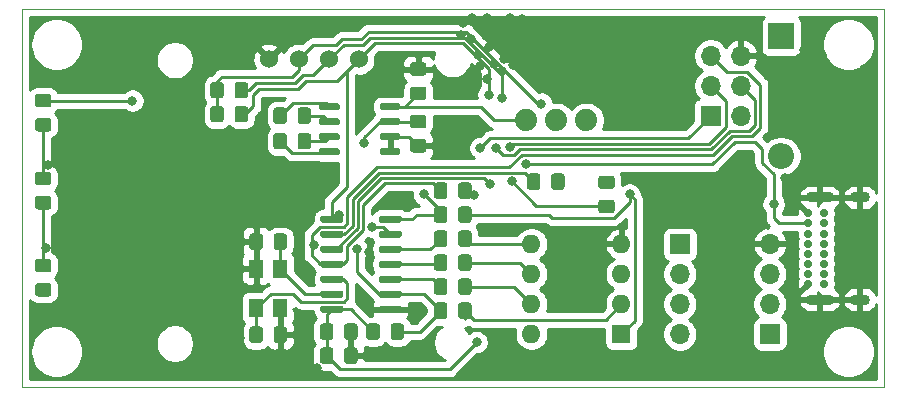
<source format=gbr>
G04 #@! TF.GenerationSoftware,KiCad,Pcbnew,5.1.10*
G04 #@! TF.CreationDate,2021-09-21T16:03:23-04:00*
G04 #@! TF.ProjectId,tinycalibrator,74696e79-6361-46c6-9962-7261746f722e,rev?*
G04 #@! TF.SameCoordinates,Original*
G04 #@! TF.FileFunction,Copper,L2,Bot*
G04 #@! TF.FilePolarity,Positive*
%FSLAX46Y46*%
G04 Gerber Fmt 4.6, Leading zero omitted, Abs format (unit mm)*
G04 Created by KiCad (PCBNEW 5.1.10) date 2021-09-21 16:03:23*
%MOMM*%
%LPD*%
G01*
G04 APERTURE LIST*
G04 #@! TA.AperFunction,Profile*
%ADD10C,0.050000*%
G04 #@! TD*
G04 #@! TA.AperFunction,ComponentPad*
%ADD11O,1.600000X1.600000*%
G04 #@! TD*
G04 #@! TA.AperFunction,ComponentPad*
%ADD12R,1.600000X1.600000*%
G04 #@! TD*
G04 #@! TA.AperFunction,ComponentPad*
%ADD13O,1.700000X1.700000*%
G04 #@! TD*
G04 #@! TA.AperFunction,ComponentPad*
%ADD14R,1.700000X1.700000*%
G04 #@! TD*
G04 #@! TA.AperFunction,ComponentPad*
%ADD15O,2.200000X2.200000*%
G04 #@! TD*
G04 #@! TA.AperFunction,ComponentPad*
%ADD16R,2.200000X2.200000*%
G04 #@! TD*
G04 #@! TA.AperFunction,ComponentPad*
%ADD17C,1.524000*%
G04 #@! TD*
G04 #@! TA.AperFunction,SMDPad,CuDef*
%ADD18R,1.300000X1.600000*%
G04 #@! TD*
G04 #@! TA.AperFunction,ComponentPad*
%ADD19C,1.879600*%
G04 #@! TD*
G04 #@! TA.AperFunction,ComponentPad*
%ADD20O,1.700000X0.900000*%
G04 #@! TD*
G04 #@! TA.AperFunction,ComponentPad*
%ADD21O,2.400000X0.900000*%
G04 #@! TD*
G04 #@! TA.AperFunction,ComponentPad*
%ADD22C,0.700000*%
G04 #@! TD*
G04 #@! TA.AperFunction,ViaPad*
%ADD23C,0.800000*%
G04 #@! TD*
G04 #@! TA.AperFunction,Conductor*
%ADD24C,0.250000*%
G04 #@! TD*
G04 #@! TA.AperFunction,Conductor*
%ADD25C,0.254000*%
G04 #@! TD*
G04 #@! TA.AperFunction,Conductor*
%ADD26C,0.350000*%
G04 #@! TD*
G04 APERTURE END LIST*
D10*
X97000000Y-111000000D02*
X170000000Y-111000000D01*
X97000000Y-79000000D02*
X97000000Y-111000000D01*
X170000000Y-79000000D02*
X97000000Y-79000000D01*
X170000000Y-111000000D02*
X170000000Y-79000000D01*
D11*
G04 #@! TO.P,U1,8*
G04 #@! TO.N,/TGTVCC*
X140144500Y-106489500D03*
G04 #@! TO.P,U1,4*
G04 #@! TO.N,GND*
X147764500Y-98869500D03*
G04 #@! TO.P,U1,7*
G04 #@! TO.N,/SDO*
X140144500Y-103949500D03*
G04 #@! TO.P,U1,3*
G04 #@! TO.N,Net-(U1-Pad3)*
X147764500Y-101409500D03*
G04 #@! TO.P,U1,6*
G04 #@! TO.N,/SII*
X140144500Y-101409500D03*
G04 #@! TO.P,U1,2*
G04 #@! TO.N,/SCI*
X147764500Y-103949500D03*
G04 #@! TO.P,U1,5*
G04 #@! TO.N,/SDI*
X140144500Y-98869500D03*
D12*
G04 #@! TO.P,U1,1*
G04 #@! TO.N,/RST*
X147764500Y-106489500D03*
G04 #@! TD*
D13*
G04 #@! TO.P,J4,4*
G04 #@! TO.N,/TGTVCC*
X152717500Y-106509500D03*
G04 #@! TO.P,J4,3*
G04 #@! TO.N,/SDO*
X152717500Y-103969500D03*
G04 #@! TO.P,J4,2*
G04 #@! TO.N,/SII*
X152717500Y-101429500D03*
D14*
G04 #@! TO.P,J4,1*
G04 #@! TO.N,/SDI*
X152717500Y-98889500D03*
G04 #@! TD*
D13*
G04 #@! TO.P,J2,4*
G04 #@! TO.N,GND*
X160337500Y-98869500D03*
G04 #@! TO.P,J2,3*
G04 #@! TO.N,Net-(J2-Pad3)*
X160337500Y-101409500D03*
G04 #@! TO.P,J2,2*
G04 #@! TO.N,/SCI*
X160337500Y-103949500D03*
D14*
G04 #@! TO.P,J2,1*
G04 #@! TO.N,/RST*
X160337500Y-106489500D03*
G04 #@! TD*
D15*
G04 #@! TO.P,D1,2*
G04 #@! TO.N,/PA5*
X161290000Y-91440000D03*
D16*
G04 #@! TO.P,D1,1*
G04 #@! TO.N,VCC*
X161290000Y-81280000D03*
G04 #@! TD*
D17*
G04 #@! TO.P,U4,4*
G04 #@! TO.N,/MOSI*
X125539400Y-83229300D03*
G04 #@! TO.P,U4,3*
G04 #@! TO.N,/SCK*
X122999400Y-83229300D03*
G04 #@! TO.P,U4,2*
G04 #@! TO.N,VCC*
X120459400Y-83229300D03*
G04 #@! TO.P,U4,1*
G04 #@! TO.N,GND*
X117919400Y-83229300D03*
G04 #@! TD*
D18*
G04 #@! TO.P,Y1,4*
G04 #@! TO.N,GND*
X116856000Y-100967000D03*
G04 #@! TO.P,Y1,3*
G04 #@! TO.N,/XTAL2*
X116856000Y-104267000D03*
G04 #@! TO.P,Y1,2*
G04 #@! TO.N,GND*
X118856000Y-104267000D03*
G04 #@! TO.P,Y1,1*
G04 #@! TO.N,/XTAL1*
X118856000Y-100967000D03*
G04 #@! TD*
G04 #@! TO.P,U5,14*
G04 #@! TO.N,GND*
G04 #@! TA.AperFunction,SMDPad,CuDef*
G36*
G01*
X127230000Y-104544000D02*
X127230000Y-104244000D01*
G75*
G02*
X127380000Y-104094000I150000J0D01*
G01*
X129030000Y-104094000D01*
G75*
G02*
X129180000Y-104244000I0J-150000D01*
G01*
X129180000Y-104544000D01*
G75*
G02*
X129030000Y-104694000I-150000J0D01*
G01*
X127380000Y-104694000D01*
G75*
G02*
X127230000Y-104544000I0J150000D01*
G01*
G37*
G04 #@! TD.AperFunction*
G04 #@! TO.P,U5,13*
G04 #@! TO.N,/PA0*
G04 #@! TA.AperFunction,SMDPad,CuDef*
G36*
G01*
X127230000Y-103274000D02*
X127230000Y-102974000D01*
G75*
G02*
X127380000Y-102824000I150000J0D01*
G01*
X129030000Y-102824000D01*
G75*
G02*
X129180000Y-102974000I0J-150000D01*
G01*
X129180000Y-103274000D01*
G75*
G02*
X129030000Y-103424000I-150000J0D01*
G01*
X127380000Y-103424000D01*
G75*
G02*
X127230000Y-103274000I0J150000D01*
G01*
G37*
G04 #@! TD.AperFunction*
G04 #@! TO.P,U5,12*
G04 #@! TO.N,/PA1*
G04 #@! TA.AperFunction,SMDPad,CuDef*
G36*
G01*
X127230000Y-102004000D02*
X127230000Y-101704000D01*
G75*
G02*
X127380000Y-101554000I150000J0D01*
G01*
X129030000Y-101554000D01*
G75*
G02*
X129180000Y-101704000I0J-150000D01*
G01*
X129180000Y-102004000D01*
G75*
G02*
X129030000Y-102154000I-150000J0D01*
G01*
X127380000Y-102154000D01*
G75*
G02*
X127230000Y-102004000I0J150000D01*
G01*
G37*
G04 #@! TD.AperFunction*
G04 #@! TO.P,U5,11*
G04 #@! TO.N,/PA2*
G04 #@! TA.AperFunction,SMDPad,CuDef*
G36*
G01*
X127230000Y-100734000D02*
X127230000Y-100434000D01*
G75*
G02*
X127380000Y-100284000I150000J0D01*
G01*
X129030000Y-100284000D01*
G75*
G02*
X129180000Y-100434000I0J-150000D01*
G01*
X129180000Y-100734000D01*
G75*
G02*
X129030000Y-100884000I-150000J0D01*
G01*
X127380000Y-100884000D01*
G75*
G02*
X127230000Y-100734000I0J150000D01*
G01*
G37*
G04 #@! TD.AperFunction*
G04 #@! TO.P,U5,10*
G04 #@! TO.N,/PA3*
G04 #@! TA.AperFunction,SMDPad,CuDef*
G36*
G01*
X127230000Y-99464000D02*
X127230000Y-99164000D01*
G75*
G02*
X127380000Y-99014000I150000J0D01*
G01*
X129030000Y-99014000D01*
G75*
G02*
X129180000Y-99164000I0J-150000D01*
G01*
X129180000Y-99464000D01*
G75*
G02*
X129030000Y-99614000I-150000J0D01*
G01*
X127380000Y-99614000D01*
G75*
G02*
X127230000Y-99464000I0J150000D01*
G01*
G37*
G04 #@! TD.AperFunction*
G04 #@! TO.P,U5,9*
G04 #@! TO.N,/SCK*
G04 #@! TA.AperFunction,SMDPad,CuDef*
G36*
G01*
X127230000Y-98194000D02*
X127230000Y-97894000D01*
G75*
G02*
X127380000Y-97744000I150000J0D01*
G01*
X129030000Y-97744000D01*
G75*
G02*
X129180000Y-97894000I0J-150000D01*
G01*
X129180000Y-98194000D01*
G75*
G02*
X129030000Y-98344000I-150000J0D01*
G01*
X127380000Y-98344000D01*
G75*
G02*
X127230000Y-98194000I0J150000D01*
G01*
G37*
G04 #@! TD.AperFunction*
G04 #@! TO.P,U5,8*
G04 #@! TO.N,/PA5*
G04 #@! TA.AperFunction,SMDPad,CuDef*
G36*
G01*
X127230000Y-96924000D02*
X127230000Y-96624000D01*
G75*
G02*
X127380000Y-96474000I150000J0D01*
G01*
X129030000Y-96474000D01*
G75*
G02*
X129180000Y-96624000I0J-150000D01*
G01*
X129180000Y-96924000D01*
G75*
G02*
X129030000Y-97074000I-150000J0D01*
G01*
X127380000Y-97074000D01*
G75*
G02*
X127230000Y-96924000I0J150000D01*
G01*
G37*
G04 #@! TD.AperFunction*
G04 #@! TO.P,U5,7*
G04 #@! TO.N,/MOSI*
G04 #@! TA.AperFunction,SMDPad,CuDef*
G36*
G01*
X122280000Y-96924000D02*
X122280000Y-96624000D01*
G75*
G02*
X122430000Y-96474000I150000J0D01*
G01*
X124080000Y-96474000D01*
G75*
G02*
X124230000Y-96624000I0J-150000D01*
G01*
X124230000Y-96924000D01*
G75*
G02*
X124080000Y-97074000I-150000J0D01*
G01*
X122430000Y-97074000D01*
G75*
G02*
X122280000Y-96924000I0J150000D01*
G01*
G37*
G04 #@! TD.AperFunction*
G04 #@! TO.P,U5,6*
G04 #@! TO.N,/PA7*
G04 #@! TA.AperFunction,SMDPad,CuDef*
G36*
G01*
X122280000Y-98194000D02*
X122280000Y-97894000D01*
G75*
G02*
X122430000Y-97744000I150000J0D01*
G01*
X124080000Y-97744000D01*
G75*
G02*
X124230000Y-97894000I0J-150000D01*
G01*
X124230000Y-98194000D01*
G75*
G02*
X124080000Y-98344000I-150000J0D01*
G01*
X122430000Y-98344000D01*
G75*
G02*
X122280000Y-98194000I0J150000D01*
G01*
G37*
G04 #@! TD.AperFunction*
G04 #@! TO.P,U5,5*
G04 #@! TO.N,/TGTVCC*
G04 #@! TA.AperFunction,SMDPad,CuDef*
G36*
G01*
X122280000Y-99464000D02*
X122280000Y-99164000D01*
G75*
G02*
X122430000Y-99014000I150000J0D01*
G01*
X124080000Y-99014000D01*
G75*
G02*
X124230000Y-99164000I0J-150000D01*
G01*
X124230000Y-99464000D01*
G75*
G02*
X124080000Y-99614000I-150000J0D01*
G01*
X122430000Y-99614000D01*
G75*
G02*
X122280000Y-99464000I0J150000D01*
G01*
G37*
G04 #@! TD.AperFunction*
G04 #@! TO.P,U5,4*
G04 #@! TO.N,/RESET*
G04 #@! TA.AperFunction,SMDPad,CuDef*
G36*
G01*
X122280000Y-100734000D02*
X122280000Y-100434000D01*
G75*
G02*
X122430000Y-100284000I150000J0D01*
G01*
X124080000Y-100284000D01*
G75*
G02*
X124230000Y-100434000I0J-150000D01*
G01*
X124230000Y-100734000D01*
G75*
G02*
X124080000Y-100884000I-150000J0D01*
G01*
X122430000Y-100884000D01*
G75*
G02*
X122280000Y-100734000I0J150000D01*
G01*
G37*
G04 #@! TD.AperFunction*
G04 #@! TO.P,U5,3*
G04 #@! TO.N,/XTAL2*
G04 #@! TA.AperFunction,SMDPad,CuDef*
G36*
G01*
X122280000Y-102004000D02*
X122280000Y-101704000D01*
G75*
G02*
X122430000Y-101554000I150000J0D01*
G01*
X124080000Y-101554000D01*
G75*
G02*
X124230000Y-101704000I0J-150000D01*
G01*
X124230000Y-102004000D01*
G75*
G02*
X124080000Y-102154000I-150000J0D01*
G01*
X122430000Y-102154000D01*
G75*
G02*
X122280000Y-102004000I0J150000D01*
G01*
G37*
G04 #@! TD.AperFunction*
G04 #@! TO.P,U5,2*
G04 #@! TO.N,/XTAL1*
G04 #@! TA.AperFunction,SMDPad,CuDef*
G36*
G01*
X122280000Y-103274000D02*
X122280000Y-102974000D01*
G75*
G02*
X122430000Y-102824000I150000J0D01*
G01*
X124080000Y-102824000D01*
G75*
G02*
X124230000Y-102974000I0J-150000D01*
G01*
X124230000Y-103274000D01*
G75*
G02*
X124080000Y-103424000I-150000J0D01*
G01*
X122430000Y-103424000D01*
G75*
G02*
X122280000Y-103274000I0J150000D01*
G01*
G37*
G04 #@! TD.AperFunction*
G04 #@! TO.P,U5,1*
G04 #@! TO.N,VCC*
G04 #@! TA.AperFunction,SMDPad,CuDef*
G36*
G01*
X122280000Y-104544000D02*
X122280000Y-104244000D01*
G75*
G02*
X122430000Y-104094000I150000J0D01*
G01*
X124080000Y-104094000D01*
G75*
G02*
X124230000Y-104244000I0J-150000D01*
G01*
X124230000Y-104544000D01*
G75*
G02*
X124080000Y-104694000I-150000J0D01*
G01*
X122430000Y-104694000D01*
G75*
G02*
X122280000Y-104544000I0J150000D01*
G01*
G37*
G04 #@! TD.AperFunction*
G04 #@! TD*
G04 #@! TO.P,U3,8*
G04 #@! TO.N,GND*
G04 #@! TA.AperFunction,SMDPad,CuDef*
G36*
G01*
X127303000Y-91209000D02*
X127303000Y-90909000D01*
G75*
G02*
X127453000Y-90759000I150000J0D01*
G01*
X128903000Y-90759000D01*
G75*
G02*
X129053000Y-90909000I0J-150000D01*
G01*
X129053000Y-91209000D01*
G75*
G02*
X128903000Y-91359000I-150000J0D01*
G01*
X127453000Y-91359000D01*
G75*
G02*
X127303000Y-91209000I0J150000D01*
G01*
G37*
G04 #@! TD.AperFunction*
G04 #@! TO.P,U3,7*
G04 #@! TA.AperFunction,SMDPad,CuDef*
G36*
G01*
X127303000Y-89939000D02*
X127303000Y-89639000D01*
G75*
G02*
X127453000Y-89489000I150000J0D01*
G01*
X128903000Y-89489000D01*
G75*
G02*
X129053000Y-89639000I0J-150000D01*
G01*
X129053000Y-89939000D01*
G75*
G02*
X128903000Y-90089000I-150000J0D01*
G01*
X127453000Y-90089000D01*
G75*
G02*
X127303000Y-89939000I0J150000D01*
G01*
G37*
G04 #@! TD.AperFunction*
G04 #@! TO.P,U3,6*
G04 #@! TO.N,+12V*
G04 #@! TA.AperFunction,SMDPad,CuDef*
G36*
G01*
X127303000Y-88669000D02*
X127303000Y-88369000D01*
G75*
G02*
X127453000Y-88219000I150000J0D01*
G01*
X128903000Y-88219000D01*
G75*
G02*
X129053000Y-88369000I0J-150000D01*
G01*
X129053000Y-88669000D01*
G75*
G02*
X128903000Y-88819000I-150000J0D01*
G01*
X127453000Y-88819000D01*
G75*
G02*
X127303000Y-88669000I0J150000D01*
G01*
G37*
G04 #@! TD.AperFunction*
G04 #@! TO.P,U3,5*
G04 #@! TO.N,+5V*
G04 #@! TA.AperFunction,SMDPad,CuDef*
G36*
G01*
X127303000Y-87399000D02*
X127303000Y-87099000D01*
G75*
G02*
X127453000Y-86949000I150000J0D01*
G01*
X128903000Y-86949000D01*
G75*
G02*
X129053000Y-87099000I0J-150000D01*
G01*
X129053000Y-87399000D01*
G75*
G02*
X128903000Y-87549000I-150000J0D01*
G01*
X127453000Y-87549000D01*
G75*
G02*
X127303000Y-87399000I0J150000D01*
G01*
G37*
G04 #@! TD.AperFunction*
G04 #@! TO.P,U3,4*
G04 #@! TO.N,Net-(C6-Pad2)*
G04 #@! TA.AperFunction,SMDPad,CuDef*
G36*
G01*
X122153000Y-87399000D02*
X122153000Y-87099000D01*
G75*
G02*
X122303000Y-86949000I150000J0D01*
G01*
X123753000Y-86949000D01*
G75*
G02*
X123903000Y-87099000I0J-150000D01*
G01*
X123903000Y-87399000D01*
G75*
G02*
X123753000Y-87549000I-150000J0D01*
G01*
X122303000Y-87549000D01*
G75*
G02*
X122153000Y-87399000I0J150000D01*
G01*
G37*
G04 #@! TD.AperFunction*
G04 #@! TO.P,U3,3*
G04 #@! TO.N,Net-(C6-Pad1)*
G04 #@! TA.AperFunction,SMDPad,CuDef*
G36*
G01*
X122153000Y-88669000D02*
X122153000Y-88369000D01*
G75*
G02*
X122303000Y-88219000I150000J0D01*
G01*
X123753000Y-88219000D01*
G75*
G02*
X123903000Y-88369000I0J-150000D01*
G01*
X123903000Y-88669000D01*
G75*
G02*
X123753000Y-88819000I-150000J0D01*
G01*
X122303000Y-88819000D01*
G75*
G02*
X122153000Y-88669000I0J150000D01*
G01*
G37*
G04 #@! TD.AperFunction*
G04 #@! TO.P,U3,2*
G04 #@! TO.N,Net-(C2-Pad1)*
G04 #@! TA.AperFunction,SMDPad,CuDef*
G36*
G01*
X122153000Y-89939000D02*
X122153000Y-89639000D01*
G75*
G02*
X122303000Y-89489000I150000J0D01*
G01*
X123753000Y-89489000D01*
G75*
G02*
X123903000Y-89639000I0J-150000D01*
G01*
X123903000Y-89939000D01*
G75*
G02*
X123753000Y-90089000I-150000J0D01*
G01*
X122303000Y-90089000D01*
G75*
G02*
X122153000Y-89939000I0J150000D01*
G01*
G37*
G04 #@! TD.AperFunction*
G04 #@! TO.P,U3,1*
G04 #@! TO.N,Net-(C2-Pad2)*
G04 #@! TA.AperFunction,SMDPad,CuDef*
G36*
G01*
X122153000Y-91209000D02*
X122153000Y-90909000D01*
G75*
G02*
X122303000Y-90759000I150000J0D01*
G01*
X123753000Y-90759000D01*
G75*
G02*
X123903000Y-90909000I0J-150000D01*
G01*
X123903000Y-91209000D01*
G75*
G02*
X123753000Y-91359000I-150000J0D01*
G01*
X122303000Y-91359000D01*
G75*
G02*
X122153000Y-91209000I0J150000D01*
G01*
G37*
G04 #@! TD.AperFunction*
G04 #@! TD*
D19*
G04 #@! TO.P,SW1,3*
G04 #@! TO.N,+5V*
X139700000Y-88392000D03*
G04 #@! TO.P,SW1,2*
G04 #@! TO.N,VCC*
X142240000Y-88392000D03*
G04 #@! TO.P,SW1,1*
G04 #@! TO.N,Net-(C3-Pad2)*
X144780000Y-88392000D03*
G04 #@! TD*
G04 #@! TO.P,R15,2*
G04 #@! TO.N,+12V*
G04 #@! TA.AperFunction,SMDPad,CuDef*
G36*
G01*
X146044499Y-95128500D02*
X146944501Y-95128500D01*
G75*
G02*
X147194500Y-95378499I0J-249999D01*
G01*
X147194500Y-96028501D01*
G75*
G02*
X146944501Y-96278500I-249999J0D01*
G01*
X146044499Y-96278500D01*
G75*
G02*
X145794500Y-96028501I0J249999D01*
G01*
X145794500Y-95378499D01*
G75*
G02*
X146044499Y-95128500I249999J0D01*
G01*
G37*
G04 #@! TD.AperFunction*
G04 #@! TO.P,R15,1*
G04 #@! TO.N,Net-(Q1-Pad1)*
G04 #@! TA.AperFunction,SMDPad,CuDef*
G36*
G01*
X146044499Y-93078500D02*
X146944501Y-93078500D01*
G75*
G02*
X147194500Y-93328499I0J-249999D01*
G01*
X147194500Y-93978501D01*
G75*
G02*
X146944501Y-94228500I-249999J0D01*
G01*
X146044499Y-94228500D01*
G75*
G02*
X145794500Y-93978501I0J249999D01*
G01*
X145794500Y-93328499D01*
G75*
G02*
X146044499Y-93078500I249999J0D01*
G01*
G37*
G04 #@! TD.AperFunction*
G04 #@! TD*
G04 #@! TO.P,R14,2*
G04 #@! TO.N,/PA7*
G04 #@! TA.AperFunction,SMDPad,CuDef*
G36*
G01*
X140901000Y-93148999D02*
X140901000Y-94049001D01*
G75*
G02*
X140651001Y-94299000I-249999J0D01*
G01*
X140000999Y-94299000D01*
G75*
G02*
X139751000Y-94049001I0J249999D01*
G01*
X139751000Y-93148999D01*
G75*
G02*
X140000999Y-92899000I249999J0D01*
G01*
X140651001Y-92899000D01*
G75*
G02*
X140901000Y-93148999I0J-249999D01*
G01*
G37*
G04 #@! TD.AperFunction*
G04 #@! TO.P,R14,1*
G04 #@! TO.N,Net-(Q2-Pad1)*
G04 #@! TA.AperFunction,SMDPad,CuDef*
G36*
G01*
X142951000Y-93148999D02*
X142951000Y-94049001D01*
G75*
G02*
X142701001Y-94299000I-249999J0D01*
G01*
X142050999Y-94299000D01*
G75*
G02*
X141801000Y-94049001I0J249999D01*
G01*
X141801000Y-93148999D01*
G75*
G02*
X142050999Y-92899000I249999J0D01*
G01*
X142701001Y-92899000D01*
G75*
G02*
X142951000Y-93148999I0J-249999D01*
G01*
G37*
G04 #@! TD.AperFunction*
G04 #@! TD*
G04 #@! TO.P,R13,2*
G04 #@! TO.N,Net-(R11-Pad1)*
G04 #@! TA.AperFunction,SMDPad,CuDef*
G36*
G01*
X99256001Y-101277000D02*
X98355999Y-101277000D01*
G75*
G02*
X98106000Y-101027001I0J249999D01*
G01*
X98106000Y-100376999D01*
G75*
G02*
X98355999Y-100127000I249999J0D01*
G01*
X99256001Y-100127000D01*
G75*
G02*
X99506000Y-100376999I0J-249999D01*
G01*
X99506000Y-101027001D01*
G75*
G02*
X99256001Y-101277000I-249999J0D01*
G01*
G37*
G04 #@! TD.AperFunction*
G04 #@! TO.P,R13,1*
G04 #@! TO.N,Net-(R13-Pad1)*
G04 #@! TA.AperFunction,SMDPad,CuDef*
G36*
G01*
X99256001Y-103327000D02*
X98355999Y-103327000D01*
G75*
G02*
X98106000Y-103077001I0J249999D01*
G01*
X98106000Y-102426999D01*
G75*
G02*
X98355999Y-102177000I249999J0D01*
G01*
X99256001Y-102177000D01*
G75*
G02*
X99506000Y-102426999I0J-249999D01*
G01*
X99506000Y-103077001D01*
G75*
G02*
X99256001Y-103327000I-249999J0D01*
G01*
G37*
G04 #@! TD.AperFunction*
G04 #@! TD*
G04 #@! TO.P,R12,2*
G04 #@! TO.N,VCC*
G04 #@! TA.AperFunction,SMDPad,CuDef*
G36*
G01*
X133927000Y-94811001D02*
X133927000Y-93910999D01*
G75*
G02*
X134176999Y-93661000I249999J0D01*
G01*
X134827001Y-93661000D01*
G75*
G02*
X135077000Y-93910999I0J-249999D01*
G01*
X135077000Y-94811001D01*
G75*
G02*
X134827001Y-95061000I-249999J0D01*
G01*
X134176999Y-95061000D01*
G75*
G02*
X133927000Y-94811001I0J249999D01*
G01*
G37*
G04 #@! TD.AperFunction*
G04 #@! TO.P,R12,1*
G04 #@! TO.N,/RESET*
G04 #@! TA.AperFunction,SMDPad,CuDef*
G36*
G01*
X131877000Y-94811001D02*
X131877000Y-93910999D01*
G75*
G02*
X132126999Y-93661000I249999J0D01*
G01*
X132777001Y-93661000D01*
G75*
G02*
X133027000Y-93910999I0J-249999D01*
G01*
X133027000Y-94811001D01*
G75*
G02*
X132777001Y-95061000I-249999J0D01*
G01*
X132126999Y-95061000D01*
G75*
G02*
X131877000Y-94811001I0J249999D01*
G01*
G37*
G04 #@! TD.AperFunction*
G04 #@! TD*
G04 #@! TO.P,R11,2*
G04 #@! TO.N,Net-(R10-Pad1)*
G04 #@! TA.AperFunction,SMDPad,CuDef*
G36*
G01*
X99256001Y-93902000D02*
X98355999Y-93902000D01*
G75*
G02*
X98106000Y-93652001I0J249999D01*
G01*
X98106000Y-93001999D01*
G75*
G02*
X98355999Y-92752000I249999J0D01*
G01*
X99256001Y-92752000D01*
G75*
G02*
X99506000Y-93001999I0J-249999D01*
G01*
X99506000Y-93652001D01*
G75*
G02*
X99256001Y-93902000I-249999J0D01*
G01*
G37*
G04 #@! TD.AperFunction*
G04 #@! TO.P,R11,1*
G04 #@! TO.N,Net-(R11-Pad1)*
G04 #@! TA.AperFunction,SMDPad,CuDef*
G36*
G01*
X99256001Y-95952000D02*
X98355999Y-95952000D01*
G75*
G02*
X98106000Y-95702001I0J249999D01*
G01*
X98106000Y-95051999D01*
G75*
G02*
X98355999Y-94802000I249999J0D01*
G01*
X99256001Y-94802000D01*
G75*
G02*
X99506000Y-95051999I0J-249999D01*
G01*
X99506000Y-95702001D01*
G75*
G02*
X99256001Y-95952000I-249999J0D01*
G01*
G37*
G04 #@! TD.AperFunction*
G04 #@! TD*
G04 #@! TO.P,R10,2*
G04 #@! TO.N,/PA0*
G04 #@! TA.AperFunction,SMDPad,CuDef*
G36*
G01*
X99256001Y-87307000D02*
X98355999Y-87307000D01*
G75*
G02*
X98106000Y-87057001I0J249999D01*
G01*
X98106000Y-86406999D01*
G75*
G02*
X98355999Y-86157000I249999J0D01*
G01*
X99256001Y-86157000D01*
G75*
G02*
X99506000Y-86406999I0J-249999D01*
G01*
X99506000Y-87057001D01*
G75*
G02*
X99256001Y-87307000I-249999J0D01*
G01*
G37*
G04 #@! TD.AperFunction*
G04 #@! TO.P,R10,1*
G04 #@! TO.N,Net-(R10-Pad1)*
G04 #@! TA.AperFunction,SMDPad,CuDef*
G36*
G01*
X99256001Y-89357000D02*
X98355999Y-89357000D01*
G75*
G02*
X98106000Y-89107001I0J249999D01*
G01*
X98106000Y-88456999D01*
G75*
G02*
X98355999Y-88207000I249999J0D01*
G01*
X99256001Y-88207000D01*
G75*
G02*
X99506000Y-88456999I0J-249999D01*
G01*
X99506000Y-89107001D01*
G75*
G02*
X99256001Y-89357000I-249999J0D01*
G01*
G37*
G04 #@! TD.AperFunction*
G04 #@! TD*
G04 #@! TO.P,R9,2*
G04 #@! TO.N,/PA0*
G04 #@! TA.AperFunction,SMDPad,CuDef*
G36*
G01*
X128212000Y-106749001D02*
X128212000Y-105848999D01*
G75*
G02*
X128461999Y-105599000I249999J0D01*
G01*
X129112001Y-105599000D01*
G75*
G02*
X129362000Y-105848999I0J-249999D01*
G01*
X129362000Y-106749001D01*
G75*
G02*
X129112001Y-106999000I-249999J0D01*
G01*
X128461999Y-106999000D01*
G75*
G02*
X128212000Y-106749001I0J249999D01*
G01*
G37*
G04 #@! TD.AperFunction*
G04 #@! TO.P,R9,1*
G04 #@! TO.N,VCC*
G04 #@! TA.AperFunction,SMDPad,CuDef*
G36*
G01*
X126162000Y-106749001D02*
X126162000Y-105848999D01*
G75*
G02*
X126411999Y-105599000I249999J0D01*
G01*
X127062001Y-105599000D01*
G75*
G02*
X127312000Y-105848999I0J-249999D01*
G01*
X127312000Y-106749001D01*
G75*
G02*
X127062001Y-106999000I-249999J0D01*
G01*
X126411999Y-106999000D01*
G75*
G02*
X126162000Y-106749001I0J249999D01*
G01*
G37*
G04 #@! TD.AperFunction*
G04 #@! TD*
G04 #@! TO.P,R7,2*
G04 #@! TO.N,/SCK*
G04 #@! TA.AperFunction,SMDPad,CuDef*
G36*
G01*
X115004000Y-86302001D02*
X115004000Y-85401999D01*
G75*
G02*
X115253999Y-85152000I249999J0D01*
G01*
X115904001Y-85152000D01*
G75*
G02*
X116154000Y-85401999I0J-249999D01*
G01*
X116154000Y-86302001D01*
G75*
G02*
X115904001Y-86552000I-249999J0D01*
G01*
X115253999Y-86552000D01*
G75*
G02*
X115004000Y-86302001I0J249999D01*
G01*
G37*
G04 #@! TD.AperFunction*
G04 #@! TO.P,R7,1*
G04 #@! TO.N,VCC*
G04 #@! TA.AperFunction,SMDPad,CuDef*
G36*
G01*
X112954000Y-86302001D02*
X112954000Y-85401999D01*
G75*
G02*
X113203999Y-85152000I249999J0D01*
G01*
X113854001Y-85152000D01*
G75*
G02*
X114104000Y-85401999I0J-249999D01*
G01*
X114104000Y-86302001D01*
G75*
G02*
X113854001Y-86552000I-249999J0D01*
G01*
X113203999Y-86552000D01*
G75*
G02*
X112954000Y-86302001I0J249999D01*
G01*
G37*
G04 #@! TD.AperFunction*
G04 #@! TD*
G04 #@! TO.P,R6,2*
G04 #@! TO.N,/MOSI*
G04 #@! TA.AperFunction,SMDPad,CuDef*
G36*
G01*
X115004000Y-88334001D02*
X115004000Y-87433999D01*
G75*
G02*
X115253999Y-87184000I249999J0D01*
G01*
X115904001Y-87184000D01*
G75*
G02*
X116154000Y-87433999I0J-249999D01*
G01*
X116154000Y-88334001D01*
G75*
G02*
X115904001Y-88584000I-249999J0D01*
G01*
X115253999Y-88584000D01*
G75*
G02*
X115004000Y-88334001I0J249999D01*
G01*
G37*
G04 #@! TD.AperFunction*
G04 #@! TO.P,R6,1*
G04 #@! TO.N,VCC*
G04 #@! TA.AperFunction,SMDPad,CuDef*
G36*
G01*
X112954000Y-88334001D02*
X112954000Y-87433999D01*
G75*
G02*
X113203999Y-87184000I249999J0D01*
G01*
X113854001Y-87184000D01*
G75*
G02*
X114104000Y-87433999I0J-249999D01*
G01*
X114104000Y-88334001D01*
G75*
G02*
X113854001Y-88584000I-249999J0D01*
G01*
X113203999Y-88584000D01*
G75*
G02*
X112954000Y-88334001I0J249999D01*
G01*
G37*
G04 #@! TD.AperFunction*
G04 #@! TD*
G04 #@! TO.P,R5,2*
G04 #@! TO.N,/SDI*
G04 #@! TA.AperFunction,SMDPad,CuDef*
G36*
G01*
X133927000Y-98875001D02*
X133927000Y-97974999D01*
G75*
G02*
X134176999Y-97725000I249999J0D01*
G01*
X134827001Y-97725000D01*
G75*
G02*
X135077000Y-97974999I0J-249999D01*
G01*
X135077000Y-98875001D01*
G75*
G02*
X134827001Y-99125000I-249999J0D01*
G01*
X134176999Y-99125000D01*
G75*
G02*
X133927000Y-98875001I0J249999D01*
G01*
G37*
G04 #@! TD.AperFunction*
G04 #@! TO.P,R5,1*
G04 #@! TO.N,/PA3*
G04 #@! TA.AperFunction,SMDPad,CuDef*
G36*
G01*
X131877000Y-98875001D02*
X131877000Y-97974999D01*
G75*
G02*
X132126999Y-97725000I249999J0D01*
G01*
X132777001Y-97725000D01*
G75*
G02*
X133027000Y-97974999I0J-249999D01*
G01*
X133027000Y-98875001D01*
G75*
G02*
X132777001Y-99125000I-249999J0D01*
G01*
X132126999Y-99125000D01*
G75*
G02*
X131877000Y-98875001I0J249999D01*
G01*
G37*
G04 #@! TD.AperFunction*
G04 #@! TD*
G04 #@! TO.P,R4,2*
G04 #@! TO.N,/SCI*
G04 #@! TA.AperFunction,SMDPad,CuDef*
G36*
G01*
X133927000Y-104971001D02*
X133927000Y-104070999D01*
G75*
G02*
X134176999Y-103821000I249999J0D01*
G01*
X134827001Y-103821000D01*
G75*
G02*
X135077000Y-104070999I0J-249999D01*
G01*
X135077000Y-104971001D01*
G75*
G02*
X134827001Y-105221000I-249999J0D01*
G01*
X134176999Y-105221000D01*
G75*
G02*
X133927000Y-104971001I0J249999D01*
G01*
G37*
G04 #@! TD.AperFunction*
G04 #@! TO.P,R4,1*
G04 #@! TO.N,/PA0*
G04 #@! TA.AperFunction,SMDPad,CuDef*
G36*
G01*
X131877000Y-104971001D02*
X131877000Y-104070999D01*
G75*
G02*
X132126999Y-103821000I249999J0D01*
G01*
X132777001Y-103821000D01*
G75*
G02*
X133027000Y-104070999I0J-249999D01*
G01*
X133027000Y-104971001D01*
G75*
G02*
X132777001Y-105221000I-249999J0D01*
G01*
X132126999Y-105221000D01*
G75*
G02*
X131877000Y-104971001I0J249999D01*
G01*
G37*
G04 #@! TD.AperFunction*
G04 #@! TD*
G04 #@! TO.P,R3,2*
G04 #@! TO.N,/SDO*
G04 #@! TA.AperFunction,SMDPad,CuDef*
G36*
G01*
X133927000Y-102939001D02*
X133927000Y-102038999D01*
G75*
G02*
X134176999Y-101789000I249999J0D01*
G01*
X134827001Y-101789000D01*
G75*
G02*
X135077000Y-102038999I0J-249999D01*
G01*
X135077000Y-102939001D01*
G75*
G02*
X134827001Y-103189000I-249999J0D01*
G01*
X134176999Y-103189000D01*
G75*
G02*
X133927000Y-102939001I0J249999D01*
G01*
G37*
G04 #@! TD.AperFunction*
G04 #@! TO.P,R3,1*
G04 #@! TO.N,/PA1*
G04 #@! TA.AperFunction,SMDPad,CuDef*
G36*
G01*
X131877000Y-102939001D02*
X131877000Y-102038999D01*
G75*
G02*
X132126999Y-101789000I249999J0D01*
G01*
X132777001Y-101789000D01*
G75*
G02*
X133027000Y-102038999I0J-249999D01*
G01*
X133027000Y-102939001D01*
G75*
G02*
X132777001Y-103189000I-249999J0D01*
G01*
X132126999Y-103189000D01*
G75*
G02*
X131877000Y-102939001I0J249999D01*
G01*
G37*
G04 #@! TD.AperFunction*
G04 #@! TD*
G04 #@! TO.P,R2,2*
G04 #@! TO.N,/RST*
G04 #@! TA.AperFunction,SMDPad,CuDef*
G36*
G01*
X133927000Y-96843001D02*
X133927000Y-95942999D01*
G75*
G02*
X134176999Y-95693000I249999J0D01*
G01*
X134827001Y-95693000D01*
G75*
G02*
X135077000Y-95942999I0J-249999D01*
G01*
X135077000Y-96843001D01*
G75*
G02*
X134827001Y-97093000I-249999J0D01*
G01*
X134176999Y-97093000D01*
G75*
G02*
X133927000Y-96843001I0J249999D01*
G01*
G37*
G04 #@! TD.AperFunction*
G04 #@! TO.P,R2,1*
G04 #@! TO.N,/PA5*
G04 #@! TA.AperFunction,SMDPad,CuDef*
G36*
G01*
X131877000Y-96843001D02*
X131877000Y-95942999D01*
G75*
G02*
X132126999Y-95693000I249999J0D01*
G01*
X132777001Y-95693000D01*
G75*
G02*
X133027000Y-95942999I0J-249999D01*
G01*
X133027000Y-96843001D01*
G75*
G02*
X132777001Y-97093000I-249999J0D01*
G01*
X132126999Y-97093000D01*
G75*
G02*
X131877000Y-96843001I0J249999D01*
G01*
G37*
G04 #@! TD.AperFunction*
G04 #@! TD*
G04 #@! TO.P,R1,2*
G04 #@! TO.N,/SII*
G04 #@! TA.AperFunction,SMDPad,CuDef*
G36*
G01*
X133927000Y-100907001D02*
X133927000Y-100006999D01*
G75*
G02*
X134176999Y-99757000I249999J0D01*
G01*
X134827001Y-99757000D01*
G75*
G02*
X135077000Y-100006999I0J-249999D01*
G01*
X135077000Y-100907001D01*
G75*
G02*
X134827001Y-101157000I-249999J0D01*
G01*
X134176999Y-101157000D01*
G75*
G02*
X133927000Y-100907001I0J249999D01*
G01*
G37*
G04 #@! TD.AperFunction*
G04 #@! TO.P,R1,1*
G04 #@! TO.N,/PA2*
G04 #@! TA.AperFunction,SMDPad,CuDef*
G36*
G01*
X131877000Y-100907001D02*
X131877000Y-100006999D01*
G75*
G02*
X132126999Y-99757000I249999J0D01*
G01*
X132777001Y-99757000D01*
G75*
G02*
X133027000Y-100006999I0J-249999D01*
G01*
X133027000Y-100907001D01*
G75*
G02*
X132777001Y-101157000I-249999J0D01*
G01*
X132126999Y-101157000D01*
G75*
G02*
X131877000Y-100907001I0J249999D01*
G01*
G37*
G04 #@! TD.AperFunction*
G04 #@! TD*
D13*
G04 #@! TO.P,J3,6*
G04 #@! TO.N,GND*
X157861000Y-82931000D03*
G04 #@! TO.P,J3,5*
G04 #@! TO.N,/RESET*
X155321000Y-82931000D03*
G04 #@! TO.P,J3,4*
G04 #@! TO.N,/MOSI*
X157861000Y-85471000D03*
G04 #@! TO.P,J3,3*
G04 #@! TO.N,/SCK*
X155321000Y-85471000D03*
G04 #@! TO.P,J3,2*
G04 #@! TO.N,VCC*
X157861000Y-88011000D03*
D14*
G04 #@! TO.P,J3,1*
G04 #@! TO.N,/PA5*
X155321000Y-88011000D03*
G04 #@! TD*
D20*
G04 #@! TO.P,J1,S1*
G04 #@! TO.N,GND*
X167936000Y-94935000D03*
X167936000Y-103585000D03*
D21*
X164556000Y-94935000D03*
X164556000Y-103585000D03*
D22*
G04 #@! TO.P,J1,B6*
G04 #@! TO.N,Net-(J1-PadB6)*
X164926000Y-98835000D03*
G04 #@! TO.P,J1,B1*
G04 #@! TO.N,GND*
X164926000Y-96285000D03*
G04 #@! TO.P,J1,B4*
G04 #@! TO.N,+5V*
X164926000Y-97135000D03*
G04 #@! TO.P,J1,B5*
G04 #@! TO.N,Net-(J1-PadB5)*
X164926000Y-97985000D03*
G04 #@! TO.P,J1,B12*
G04 #@! TO.N,GND*
X164926000Y-102235000D03*
G04 #@! TO.P,J1,B8*
G04 #@! TO.N,Net-(J1-PadB8)*
X164926000Y-100535000D03*
G04 #@! TO.P,J1,B7*
G04 #@! TO.N,Net-(J1-PadB7)*
X164926000Y-99685000D03*
G04 #@! TO.P,J1,B9*
G04 #@! TO.N,+5V*
X164926000Y-101385000D03*
G04 #@! TO.P,J1,A12*
G04 #@! TO.N,GND*
X163576000Y-96285000D03*
G04 #@! TO.P,J1,A9*
G04 #@! TO.N,+5V*
X163576000Y-97135000D03*
G04 #@! TO.P,J1,A8*
G04 #@! TO.N,Net-(J1-PadA8)*
X163576000Y-97985000D03*
G04 #@! TO.P,J1,A7*
G04 #@! TO.N,Net-(J1-PadA7)*
X163576000Y-98835000D03*
G04 #@! TO.P,J1,A6*
G04 #@! TO.N,Net-(J1-PadA6)*
X163576000Y-99685000D03*
G04 #@! TO.P,J1,A5*
G04 #@! TO.N,Net-(J1-PadA5)*
X163576000Y-100535000D03*
G04 #@! TO.P,J1,A4*
G04 #@! TO.N,+5V*
X163576000Y-101385000D03*
G04 #@! TO.P,J1,A1*
G04 #@! TO.N,GND*
X163576000Y-102235000D03*
G04 #@! TD*
G04 #@! TO.P,C10,2*
G04 #@! TO.N,VCC*
G04 #@! TA.AperFunction,SMDPad,CuDef*
G36*
G01*
X123375000Y-107880999D02*
X123375000Y-108781001D01*
G75*
G02*
X123125001Y-109031000I-249999J0D01*
G01*
X122474999Y-109031000D01*
G75*
G02*
X122225000Y-108781001I0J249999D01*
G01*
X122225000Y-107880999D01*
G75*
G02*
X122474999Y-107631000I249999J0D01*
G01*
X123125001Y-107631000D01*
G75*
G02*
X123375000Y-107880999I0J-249999D01*
G01*
G37*
G04 #@! TD.AperFunction*
G04 #@! TO.P,C10,1*
G04 #@! TO.N,GND*
G04 #@! TA.AperFunction,SMDPad,CuDef*
G36*
G01*
X125425000Y-107880999D02*
X125425000Y-108781001D01*
G75*
G02*
X125175001Y-109031000I-249999J0D01*
G01*
X124524999Y-109031000D01*
G75*
G02*
X124275000Y-108781001I0J249999D01*
G01*
X124275000Y-107880999D01*
G75*
G02*
X124524999Y-107631000I249999J0D01*
G01*
X125175001Y-107631000D01*
G75*
G02*
X125425000Y-107880999I0J-249999D01*
G01*
G37*
G04 #@! TD.AperFunction*
G04 #@! TD*
G04 #@! TO.P,C9,2*
G04 #@! TO.N,VCC*
G04 #@! TA.AperFunction,SMDPad,CuDef*
G36*
G01*
X123375000Y-105848999D02*
X123375000Y-106749001D01*
G75*
G02*
X123125001Y-106999000I-249999J0D01*
G01*
X122474999Y-106999000D01*
G75*
G02*
X122225000Y-106749001I0J249999D01*
G01*
X122225000Y-105848999D01*
G75*
G02*
X122474999Y-105599000I249999J0D01*
G01*
X123125001Y-105599000D01*
G75*
G02*
X123375000Y-105848999I0J-249999D01*
G01*
G37*
G04 #@! TD.AperFunction*
G04 #@! TO.P,C9,1*
G04 #@! TO.N,GND*
G04 #@! TA.AperFunction,SMDPad,CuDef*
G36*
G01*
X125425000Y-105848999D02*
X125425000Y-106749001D01*
G75*
G02*
X125175001Y-106999000I-249999J0D01*
G01*
X124524999Y-106999000D01*
G75*
G02*
X124275000Y-106749001I0J249999D01*
G01*
X124275000Y-105848999D01*
G75*
G02*
X124524999Y-105599000I249999J0D01*
G01*
X125175001Y-105599000D01*
G75*
G02*
X125425000Y-105848999I0J-249999D01*
G01*
G37*
G04 #@! TD.AperFunction*
G04 #@! TD*
G04 #@! TO.P,C8,2*
G04 #@! TO.N,/XTAL2*
G04 #@! TA.AperFunction,SMDPad,CuDef*
G36*
G01*
X117406000Y-106102999D02*
X117406000Y-107003001D01*
G75*
G02*
X117156001Y-107253000I-249999J0D01*
G01*
X116505999Y-107253000D01*
G75*
G02*
X116256000Y-107003001I0J249999D01*
G01*
X116256000Y-106102999D01*
G75*
G02*
X116505999Y-105853000I249999J0D01*
G01*
X117156001Y-105853000D01*
G75*
G02*
X117406000Y-106102999I0J-249999D01*
G01*
G37*
G04 #@! TD.AperFunction*
G04 #@! TO.P,C8,1*
G04 #@! TO.N,GND*
G04 #@! TA.AperFunction,SMDPad,CuDef*
G36*
G01*
X119456000Y-106102999D02*
X119456000Y-107003001D01*
G75*
G02*
X119206001Y-107253000I-249999J0D01*
G01*
X118555999Y-107253000D01*
G75*
G02*
X118306000Y-107003001I0J249999D01*
G01*
X118306000Y-106102999D01*
G75*
G02*
X118555999Y-105853000I249999J0D01*
G01*
X119206001Y-105853000D01*
G75*
G02*
X119456000Y-106102999I0J-249999D01*
G01*
G37*
G04 #@! TD.AperFunction*
G04 #@! TD*
G04 #@! TO.P,C7,2*
G04 #@! TO.N,/XTAL1*
G04 #@! TA.AperFunction,SMDPad,CuDef*
G36*
G01*
X118306000Y-99129001D02*
X118306000Y-98228999D01*
G75*
G02*
X118555999Y-97979000I249999J0D01*
G01*
X119206001Y-97979000D01*
G75*
G02*
X119456000Y-98228999I0J-249999D01*
G01*
X119456000Y-99129001D01*
G75*
G02*
X119206001Y-99379000I-249999J0D01*
G01*
X118555999Y-99379000D01*
G75*
G02*
X118306000Y-99129001I0J249999D01*
G01*
G37*
G04 #@! TD.AperFunction*
G04 #@! TO.P,C7,1*
G04 #@! TO.N,GND*
G04 #@! TA.AperFunction,SMDPad,CuDef*
G36*
G01*
X116256000Y-99129001D02*
X116256000Y-98228999D01*
G75*
G02*
X116505999Y-97979000I249999J0D01*
G01*
X117156001Y-97979000D01*
G75*
G02*
X117406000Y-98228999I0J-249999D01*
G01*
X117406000Y-99129001D01*
G75*
G02*
X117156001Y-99379000I-249999J0D01*
G01*
X116505999Y-99379000D01*
G75*
G02*
X116256000Y-99129001I0J249999D01*
G01*
G37*
G04 #@! TD.AperFunction*
G04 #@! TD*
G04 #@! TO.P,C6,2*
G04 #@! TO.N,Net-(C6-Pad2)*
G04 #@! TA.AperFunction,SMDPad,CuDef*
G36*
G01*
X119438000Y-87560999D02*
X119438000Y-88461001D01*
G75*
G02*
X119188001Y-88711000I-249999J0D01*
G01*
X118537999Y-88711000D01*
G75*
G02*
X118288000Y-88461001I0J249999D01*
G01*
X118288000Y-87560999D01*
G75*
G02*
X118537999Y-87311000I249999J0D01*
G01*
X119188001Y-87311000D01*
G75*
G02*
X119438000Y-87560999I0J-249999D01*
G01*
G37*
G04 #@! TD.AperFunction*
G04 #@! TO.P,C6,1*
G04 #@! TO.N,Net-(C6-Pad1)*
G04 #@! TA.AperFunction,SMDPad,CuDef*
G36*
G01*
X121488000Y-87560999D02*
X121488000Y-88461001D01*
G75*
G02*
X121238001Y-88711000I-249999J0D01*
G01*
X120587999Y-88711000D01*
G75*
G02*
X120338000Y-88461001I0J249999D01*
G01*
X120338000Y-87560999D01*
G75*
G02*
X120587999Y-87311000I249999J0D01*
G01*
X121238001Y-87311000D01*
G75*
G02*
X121488000Y-87560999I0J-249999D01*
G01*
G37*
G04 #@! TD.AperFunction*
G04 #@! TD*
G04 #@! TO.P,C5,2*
G04 #@! TO.N,+12V*
G04 #@! TA.AperFunction,SMDPad,CuDef*
G36*
G01*
X131006001Y-89085000D02*
X130105999Y-89085000D01*
G75*
G02*
X129856000Y-88835001I0J249999D01*
G01*
X129856000Y-88184999D01*
G75*
G02*
X130105999Y-87935000I249999J0D01*
G01*
X131006001Y-87935000D01*
G75*
G02*
X131256000Y-88184999I0J-249999D01*
G01*
X131256000Y-88835001D01*
G75*
G02*
X131006001Y-89085000I-249999J0D01*
G01*
G37*
G04 #@! TD.AperFunction*
G04 #@! TO.P,C5,1*
G04 #@! TO.N,GND*
G04 #@! TA.AperFunction,SMDPad,CuDef*
G36*
G01*
X131006001Y-91135000D02*
X130105999Y-91135000D01*
G75*
G02*
X129856000Y-90885001I0J249999D01*
G01*
X129856000Y-90234999D01*
G75*
G02*
X130105999Y-89985000I249999J0D01*
G01*
X131006001Y-89985000D01*
G75*
G02*
X131256000Y-90234999I0J-249999D01*
G01*
X131256000Y-90885001D01*
G75*
G02*
X131006001Y-91135000I-249999J0D01*
G01*
G37*
G04 #@! TD.AperFunction*
G04 #@! TD*
G04 #@! TO.P,C4,2*
G04 #@! TO.N,GND*
G04 #@! TA.AperFunction,SMDPad,CuDef*
G36*
G01*
X131006001Y-84640000D02*
X130105999Y-84640000D01*
G75*
G02*
X129856000Y-84390001I0J249999D01*
G01*
X129856000Y-83739999D01*
G75*
G02*
X130105999Y-83490000I249999J0D01*
G01*
X131006001Y-83490000D01*
G75*
G02*
X131256000Y-83739999I0J-249999D01*
G01*
X131256000Y-84390001D01*
G75*
G02*
X131006001Y-84640000I-249999J0D01*
G01*
G37*
G04 #@! TD.AperFunction*
G04 #@! TO.P,C4,1*
G04 #@! TO.N,+5V*
G04 #@! TA.AperFunction,SMDPad,CuDef*
G36*
G01*
X131006001Y-86690000D02*
X130105999Y-86690000D01*
G75*
G02*
X129856000Y-86440001I0J249999D01*
G01*
X129856000Y-85789999D01*
G75*
G02*
X130105999Y-85540000I249999J0D01*
G01*
X131006001Y-85540000D01*
G75*
G02*
X131256000Y-85789999I0J-249999D01*
G01*
X131256000Y-86440001D01*
G75*
G02*
X131006001Y-86690000I-249999J0D01*
G01*
G37*
G04 #@! TD.AperFunction*
G04 #@! TD*
G04 #@! TO.P,C2,2*
G04 #@! TO.N,Net-(C2-Pad2)*
G04 #@! TA.AperFunction,SMDPad,CuDef*
G36*
G01*
X119438000Y-89719999D02*
X119438000Y-90620001D01*
G75*
G02*
X119188001Y-90870000I-249999J0D01*
G01*
X118537999Y-90870000D01*
G75*
G02*
X118288000Y-90620001I0J249999D01*
G01*
X118288000Y-89719999D01*
G75*
G02*
X118537999Y-89470000I249999J0D01*
G01*
X119188001Y-89470000D01*
G75*
G02*
X119438000Y-89719999I0J-249999D01*
G01*
G37*
G04 #@! TD.AperFunction*
G04 #@! TO.P,C2,1*
G04 #@! TO.N,Net-(C2-Pad1)*
G04 #@! TA.AperFunction,SMDPad,CuDef*
G36*
G01*
X121488000Y-89719999D02*
X121488000Y-90620001D01*
G75*
G02*
X121238001Y-90870000I-249999J0D01*
G01*
X120587999Y-90870000D01*
G75*
G02*
X120338000Y-90620001I0J249999D01*
G01*
X120338000Y-89719999D01*
G75*
G02*
X120587999Y-89470000I249999J0D01*
G01*
X121238001Y-89470000D01*
G75*
G02*
X121488000Y-89719999I0J-249999D01*
G01*
G37*
G04 #@! TD.AperFunction*
G04 #@! TD*
D23*
G04 #@! TO.N,+5V*
X160655000Y-95504000D03*
X139679419Y-92125880D03*
G04 #@! TO.N,GND*
X126365000Y-99568000D03*
X121729500Y-98996500D03*
X130302000Y-104521000D03*
X123888500Y-96456500D03*
X130683000Y-108077000D03*
X141160500Y-83566000D03*
X130048000Y-95504000D03*
X128397000Y-84455000D03*
X133921500Y-89598500D03*
X141795500Y-80391000D03*
X139890500Y-80518000D03*
X138747500Y-80518000D03*
X137160000Y-80327500D03*
X141922500Y-84074000D03*
X138557000Y-83756500D03*
X140271500Y-84074000D03*
X137604500Y-82296000D03*
X151701500Y-81089500D03*
X103695500Y-81343500D03*
X112141000Y-90678000D03*
X110871000Y-102044500D03*
X106426000Y-106235500D03*
X102933500Y-106362500D03*
X99060000Y-99250500D03*
X110553500Y-98488500D03*
X112458500Y-94297500D03*
X107442000Y-92710000D03*
X113792000Y-100457000D03*
X115506500Y-106870500D03*
X121983500Y-109347000D03*
X119507000Y-96329500D03*
X113982500Y-81724500D03*
X140716000Y-80010000D03*
X146113500Y-84328000D03*
X136969500Y-83629500D03*
X168148000Y-85852000D03*
X168338500Y-92202000D03*
X168465500Y-88709500D03*
X168211500Y-87249000D03*
X163195000Y-82486500D03*
X161290000Y-85026500D03*
X162115500Y-87249000D03*
X162179000Y-95059500D03*
X164719000Y-82867500D03*
X168275000Y-84074000D03*
X168529000Y-90360500D03*
X161607500Y-93281500D03*
X159702500Y-96266000D03*
X155702000Y-93789500D03*
X161988500Y-108521500D03*
X162941000Y-106934000D03*
X166497000Y-98933000D03*
X168211500Y-97472500D03*
X168402000Y-101409500D03*
X136842500Y-109220000D03*
X113792000Y-104203500D03*
X112839500Y-108966000D03*
X105346500Y-109093000D03*
X99250500Y-92202000D03*
X100520500Y-105473500D03*
X107759500Y-103632000D03*
X107950000Y-99631500D03*
X100076000Y-85471000D03*
X103187500Y-83883500D03*
X137477500Y-81407000D03*
X136525000Y-82232500D03*
X135763000Y-80391000D03*
X138303000Y-79756000D03*
X136398000Y-84899500D03*
X134366000Y-80200500D03*
X136271000Y-81280000D03*
X135064500Y-81534000D03*
X135636000Y-82867500D03*
X135826500Y-83820000D03*
X137795000Y-83185000D03*
X144970500Y-84582000D03*
X143700500Y-84645500D03*
X140970000Y-85090000D03*
X139319000Y-79819500D03*
X136398000Y-79756000D03*
X135128000Y-79756000D03*
X134175500Y-81153000D03*
X135318500Y-84772500D03*
G04 #@! TO.N,+12V*
X146494500Y-95631000D03*
X125984000Y-90360500D03*
X138492686Y-93572490D03*
G04 #@! TO.N,VCC*
X140970000Y-86995000D03*
X135509000Y-107188000D03*
X135291990Y-94719570D03*
G04 #@! TO.N,/PA5*
X131064000Y-94678500D03*
X135826500Y-90741496D03*
G04 #@! TO.N,/MOSI*
X136525000Y-86233000D03*
X137160000Y-90772979D03*
G04 #@! TO.N,/SCK*
X137668000Y-84264500D03*
X137668000Y-86487000D03*
X126630053Y-97409000D03*
X138323620Y-90641010D03*
G04 #@! TO.N,/RST*
X148447000Y-94678500D03*
G04 #@! TO.N,Net-(Q1-Pad1)*
X146494500Y-93662500D03*
G04 #@! TO.N,Net-(Q2-Pad1)*
X142430500Y-93662500D03*
G04 #@! TO.N,/PA0*
X106362504Y-86741000D03*
X125349000Y-99314000D03*
G04 #@! TO.N,Net-(R10-Pad1)*
X98806000Y-88773000D03*
G04 #@! TO.N,Net-(R11-Pad1)*
X98806000Y-95377000D03*
G04 #@! TO.N,Net-(R13-Pad1)*
X98933000Y-102743000D03*
G04 #@! TO.N,/TGTVCC*
X136615591Y-93762411D03*
G04 #@! TD*
D24*
G04 #@! TO.N,+5V*
X129422000Y-87249000D02*
X130556000Y-86115000D01*
X128178000Y-87249000D02*
X129422000Y-87249000D01*
X135831587Y-87249000D02*
X136974587Y-88392000D01*
X136974587Y-88392000D02*
X139700000Y-88392000D01*
X128178000Y-87249000D02*
X135831587Y-87249000D01*
X155460620Y-92125880D02*
X139679419Y-92125880D01*
X157353000Y-90233500D02*
X155460620Y-92125880D01*
X159067500Y-90233500D02*
X157353000Y-90233500D01*
X159702500Y-90868500D02*
X159067500Y-90233500D01*
X159702500Y-92011500D02*
X159702500Y-90868500D01*
X160655000Y-96710500D02*
X160655000Y-92964000D01*
X163576000Y-97135000D02*
X161079500Y-97135000D01*
X160655000Y-92964000D02*
X159702500Y-92011500D01*
X161079500Y-97135000D02*
X160655000Y-96710500D01*
G04 #@! TO.N,GND*
X129785000Y-89789000D02*
X130556000Y-90560000D01*
X128178000Y-89789000D02*
X129785000Y-89789000D01*
G04 #@! TO.N,Net-(C2-Pad2)*
X122891990Y-91195010D02*
X123028000Y-91059000D01*
X119888010Y-91195010D02*
X122891990Y-91195010D01*
X118863000Y-90170000D02*
X119888010Y-91195010D01*
G04 #@! TO.N,Net-(C2-Pad1)*
X122647000Y-90170000D02*
X123028000Y-89789000D01*
X120913000Y-90170000D02*
X122647000Y-90170000D01*
G04 #@! TO.N,+12V*
X130547000Y-88519000D02*
X130556000Y-88510000D01*
X128178000Y-88519000D02*
X130547000Y-88519000D01*
X125984000Y-89838000D02*
X125984000Y-90360500D01*
X127303000Y-88519000D02*
X125984000Y-89838000D01*
X128178000Y-88519000D02*
X127303000Y-88519000D01*
X140551196Y-95631000D02*
X138492686Y-93572490D01*
X146494500Y-95631000D02*
X140551196Y-95631000D01*
G04 #@! TO.N,Net-(C6-Pad2)*
X119925000Y-86949000D02*
X118863000Y-88011000D01*
X122728000Y-86949000D02*
X119925000Y-86949000D01*
X123028000Y-87249000D02*
X122728000Y-86949000D01*
G04 #@! TO.N,Net-(C6-Pad1)*
X122520000Y-88011000D02*
X123028000Y-88519000D01*
X120913000Y-88011000D02*
X122520000Y-88011000D01*
G04 #@! TO.N,/XTAL1*
X118881000Y-100942000D02*
X118856000Y-100967000D01*
X118881000Y-98679000D02*
X118881000Y-100942000D01*
X118856000Y-100967000D02*
X121013000Y-103124000D01*
X121013000Y-103124000D02*
X123255000Y-103124000D01*
G04 #@! TO.N,/XTAL2*
X116856000Y-106528000D02*
X116831000Y-106553000D01*
X116856000Y-104267000D02*
X116856000Y-106528000D01*
X116856000Y-104267000D02*
X118056991Y-103066009D01*
X124555010Y-103470758D02*
X124555010Y-102179010D01*
X118056991Y-103066009D02*
X119955599Y-103066009D01*
X119955599Y-103066009D02*
X120638600Y-103749010D01*
X120638600Y-103749010D02*
X124276758Y-103749010D01*
X124276758Y-103749010D02*
X124555010Y-103470758D01*
X124555010Y-102179010D02*
X124230000Y-101854000D01*
X124230000Y-101854000D02*
X123255000Y-101854000D01*
G04 #@! TO.N,VCC*
X122800000Y-104849000D02*
X123255000Y-104394000D01*
X122800000Y-106299000D02*
X122800000Y-104849000D01*
X124832000Y-104394000D02*
X126737000Y-106299000D01*
X123255000Y-104394000D02*
X124832000Y-104394000D01*
X122800000Y-106299000D02*
X122800000Y-108331000D01*
X113529000Y-85090000D02*
X113529000Y-87122000D01*
X119888000Y-84709000D02*
X113910000Y-84709000D01*
X113910000Y-84709000D02*
X113529000Y-85090000D01*
X120459400Y-84137600D02*
X119888000Y-84709000D01*
X120459400Y-83229300D02*
X120459400Y-84137600D01*
X123943000Y-109474000D02*
X133223000Y-109474000D01*
X122800000Y-108331000D02*
X123943000Y-109474000D01*
X133223000Y-109474000D02*
X135509000Y-107188000D01*
X134620000Y-80899000D02*
X140716000Y-86995000D01*
X121646700Y-82042000D02*
X123571000Y-82042000D01*
X140716000Y-86995000D02*
X140970000Y-86995000D01*
X124079000Y-81534000D02*
X125730000Y-81534000D01*
X123571000Y-82042000D02*
X124079000Y-81534000D01*
X120459400Y-83229300D02*
X121646700Y-82042000D01*
X125730000Y-81534000D02*
X126365000Y-80899000D01*
X126365000Y-80899000D02*
X134620000Y-80899000D01*
X113529000Y-87884000D02*
X113529000Y-85852000D01*
X134933420Y-94361000D02*
X135291990Y-94719570D01*
X134502000Y-94361000D02*
X134933420Y-94361000D01*
G04 #@! TO.N,/PA5*
X130420000Y-96393000D02*
X132461000Y-96393000D01*
X130039000Y-96774000D02*
X130420000Y-96393000D01*
X128205000Y-96774000D02*
X130039000Y-96774000D01*
X132452000Y-96066500D02*
X131064000Y-94678500D01*
X132452000Y-96393000D02*
X132452000Y-96066500D01*
X155321000Y-88011000D02*
X153434999Y-89897001D01*
X153434999Y-89897001D02*
X136670995Y-89897001D01*
X136670995Y-89897001D02*
X135826500Y-90741496D01*
G04 #@! TO.N,/RESET*
X124256778Y-97418990D02*
X124555010Y-97120758D01*
X138281543Y-92392500D02*
X139361043Y-91313000D01*
X156685999Y-84295999D02*
X156170999Y-83780999D01*
X122233242Y-97418990D02*
X124256778Y-97418990D01*
X121539000Y-98113232D02*
X122233242Y-97418990D01*
X122280000Y-100584000D02*
X121539000Y-99843000D01*
X159512000Y-85382998D02*
X158425001Y-84295999D01*
X121539000Y-99843000D02*
X121539000Y-98113232D01*
X157099000Y-89725500D02*
X158814911Y-89725500D01*
X124555010Y-97120758D02*
X124555010Y-94900990D01*
X158814911Y-89725500D02*
X159512000Y-89028411D01*
X158425001Y-84295999D02*
X156685999Y-84295999D01*
X127063500Y-92392500D02*
X138281543Y-92392500D01*
X123255000Y-100584000D02*
X122280000Y-100584000D01*
X124555010Y-94900990D02*
X127063500Y-92392500D01*
X139361043Y-91313000D02*
X155511500Y-91313000D01*
X155511500Y-91313000D02*
X157099000Y-89725500D01*
X159512000Y-89028411D02*
X159512000Y-85382998D01*
X156170999Y-83780999D02*
X155321000Y-82931000D01*
X124555010Y-100258990D02*
X124230000Y-100584000D01*
X125905043Y-95582957D02*
X125905043Y-97679958D01*
X132461000Y-94361000D02*
X131842533Y-93742533D01*
X124555010Y-99029991D02*
X124555010Y-100258990D01*
X125905043Y-97679958D02*
X124555010Y-99029991D01*
X131842533Y-93742533D02*
X127745467Y-93742533D01*
X127745467Y-93742533D02*
X125905043Y-95582957D01*
X124230000Y-100584000D02*
X123255000Y-100584000D01*
G04 #@! TO.N,/MOSI*
X125539400Y-83229300D02*
X123678700Y-85090000D01*
X123678700Y-85090000D02*
X121031000Y-85090000D01*
X121031000Y-85090000D02*
X120396000Y-85725000D01*
X120396000Y-85725000D02*
X117094000Y-85725000D01*
X117094000Y-85725000D02*
X116586000Y-86233000D01*
X115921642Y-87884000D02*
X115579000Y-87884000D01*
X116586000Y-86233000D02*
X116586000Y-87219642D01*
X116586000Y-87219642D02*
X115921642Y-87884000D01*
X134333179Y-81884999D02*
X126883701Y-81884999D01*
X136525000Y-86233000D02*
X136525000Y-84076820D01*
X136525000Y-84076820D02*
X134333179Y-81884999D01*
X126883701Y-81884999D02*
X125539400Y-83229300D01*
X124523500Y-84245200D02*
X125539400Y-83229300D01*
X124523500Y-94043500D02*
X124523500Y-84245200D01*
X123255000Y-95312000D02*
X124523500Y-94043500D01*
X123255000Y-96774000D02*
X123255000Y-95312000D01*
X139174643Y-90862989D02*
X138671621Y-91366011D01*
X156912600Y-89275489D02*
X155325100Y-90862989D01*
X159061989Y-88778511D02*
X158565011Y-89275489D01*
X159061989Y-86671989D02*
X159061989Y-88778511D01*
X137753032Y-91366011D02*
X137160000Y-90772979D01*
X155325100Y-90862989D02*
X139174643Y-90862989D01*
X157861000Y-85471000D02*
X159061989Y-86671989D01*
X158565011Y-89275489D02*
X156912600Y-89275489D01*
X138671621Y-91366011D02*
X137753032Y-91366011D01*
G04 #@! TO.N,/SCK*
X116205000Y-85852000D02*
X115579000Y-85852000D01*
X116840000Y-85217000D02*
X116205000Y-85852000D01*
X120142000Y-85217000D02*
X116840000Y-85217000D01*
X120777000Y-84582000D02*
X120142000Y-85217000D01*
X121646700Y-84582000D02*
X120777000Y-84582000D01*
X122999400Y-83229300D02*
X121646700Y-84582000D01*
X127570000Y-97409000D02*
X126630053Y-97409000D01*
X125916400Y-81984011D02*
X126493410Y-81407000D01*
X122999400Y-83229300D02*
X123020110Y-83229300D01*
X124265399Y-81984011D02*
X125916400Y-81984011D01*
X126493410Y-81407000D02*
X134491590Y-81407000D01*
X134491590Y-81407000D02*
X137668000Y-84583410D01*
X137668000Y-84583410D02*
X137668000Y-86487000D01*
X128205000Y-98044000D02*
X127570000Y-97409000D01*
X123020110Y-83229300D02*
X124265399Y-81984011D01*
X155164668Y-90387010D02*
X138577620Y-90387010D01*
X138577620Y-90387010D02*
X138323620Y-90641010D01*
X156591000Y-88960678D02*
X155164668Y-90387010D01*
X156591000Y-86741000D02*
X156591000Y-88960678D01*
X155321000Y-85471000D02*
X156591000Y-86741000D01*
G04 #@! TO.N,/RST*
X148447000Y-95339190D02*
X148447000Y-94678500D01*
X147139190Y-96647000D02*
X148447000Y-95339190D01*
X141605000Y-96393000D02*
X141859000Y-96647000D01*
X134502000Y-96393000D02*
X141605000Y-96393000D01*
X141859000Y-96647000D02*
X147139190Y-96647000D01*
X148889501Y-105364499D02*
X147764500Y-106489500D01*
X148889501Y-95121001D02*
X148889501Y-105364499D01*
X148447000Y-94678500D02*
X148889501Y-95121001D01*
G04 #@! TO.N,/SII*
X134502000Y-100457000D02*
X139192000Y-100457000D01*
X139192000Y-100457000D02*
X140144500Y-101409500D01*
G04 #@! TO.N,/PA2*
X132325000Y-100584000D02*
X132452000Y-100457000D01*
X128205000Y-100584000D02*
X132325000Y-100584000D01*
G04 #@! TO.N,/SDO*
X134502000Y-102489000D02*
X138684000Y-102489000D01*
X138684000Y-102489000D02*
X140144500Y-103949500D01*
G04 #@! TO.N,/PA1*
X131817000Y-101854000D02*
X132452000Y-102489000D01*
X128205000Y-101854000D02*
X131817000Y-101854000D01*
G04 #@! TO.N,/SCI*
X134502000Y-105221000D02*
X134502000Y-104521000D01*
X146431000Y-105283000D02*
X147764500Y-103949500D01*
X135264000Y-105283000D02*
X146431000Y-105283000D01*
X134502000Y-104521000D02*
X135264000Y-105283000D01*
G04 #@! TO.N,/PA0*
X131055000Y-103124000D02*
X132452000Y-104521000D01*
X128205000Y-103124000D02*
X131055000Y-103124000D01*
X130674000Y-106299000D02*
X132452000Y-104521000D01*
X128787000Y-106299000D02*
X130674000Y-106299000D01*
X98806000Y-86732000D02*
X106353504Y-86732000D01*
X106353504Y-86732000D02*
X106362504Y-86741000D01*
X125349000Y-101243000D02*
X125349000Y-99314000D01*
X128205000Y-103124000D02*
X127230000Y-103124000D01*
X127230000Y-103124000D02*
X125349000Y-101243000D01*
G04 #@! TO.N,/SDI*
X134502000Y-98425000D02*
X134719001Y-98642001D01*
X137984090Y-98869500D02*
X140144500Y-98869500D01*
X134946500Y-98869500D02*
X137984090Y-98869500D01*
X134502000Y-98425000D02*
X134946500Y-98869500D01*
G04 #@! TO.N,/PA3*
X131563000Y-99314000D02*
X128205000Y-99314000D01*
X132452000Y-98425000D02*
X131563000Y-99314000D01*
G04 #@! TO.N,Net-(R10-Pad1)*
X98806000Y-88782000D02*
X98806000Y-93472000D01*
G04 #@! TO.N,Net-(R11-Pad1)*
X98806000Y-95377000D02*
X98806000Y-100702000D01*
G04 #@! TO.N,/PA7*
X127249899Y-92842511D02*
X139569511Y-92842511D01*
X125005021Y-95087389D02*
X127249899Y-92842511D01*
X125005021Y-97307158D02*
X125005021Y-95087389D01*
X124268179Y-98044000D02*
X125005021Y-97307158D01*
X139569511Y-92842511D02*
X140326000Y-93599000D01*
X123255000Y-98044000D02*
X124268179Y-98044000D01*
G04 #@! TO.N,/TGTVCC*
X136145702Y-93292522D02*
X136615591Y-93762411D01*
X127436298Y-93292522D02*
X136145702Y-93292522D01*
X125455032Y-95273788D02*
X127436298Y-93292522D01*
X125455032Y-97493558D02*
X125455032Y-95273788D01*
X123634590Y-99314000D02*
X125455032Y-97493558D01*
X123255000Y-99314000D02*
X123634590Y-99314000D01*
G04 #@! TD*
D25*
G04 #@! TO.N,GND*
X159738815Y-79728815D02*
X159659463Y-79825506D01*
X159600498Y-79935820D01*
X159564188Y-80055518D01*
X159551928Y-80180000D01*
X159551928Y-82380000D01*
X159564188Y-82504482D01*
X159600498Y-82624180D01*
X159659463Y-82734494D01*
X159738815Y-82831185D01*
X159835506Y-82910537D01*
X159945820Y-82969502D01*
X160065518Y-83005812D01*
X160190000Y-83018072D01*
X162390000Y-83018072D01*
X162514482Y-83005812D01*
X162634180Y-82969502D01*
X162744494Y-82910537D01*
X162841185Y-82831185D01*
X162920537Y-82734494D01*
X162979502Y-82624180D01*
X163015812Y-82504482D01*
X163028072Y-82380000D01*
X163028072Y-81773872D01*
X164729500Y-81773872D01*
X164729500Y-82214128D01*
X164815390Y-82645925D01*
X164983869Y-83052669D01*
X165228462Y-83418729D01*
X165539771Y-83730038D01*
X165905831Y-83974631D01*
X166312575Y-84143110D01*
X166744372Y-84229000D01*
X167184628Y-84229000D01*
X167616425Y-84143110D01*
X168023169Y-83974631D01*
X168389229Y-83730038D01*
X168700538Y-83418729D01*
X168945131Y-83052669D01*
X169113610Y-82645925D01*
X169199500Y-82214128D01*
X169199500Y-81773872D01*
X169113610Y-81342075D01*
X168945131Y-80935331D01*
X168700538Y-80569271D01*
X168389229Y-80257962D01*
X168023169Y-80013369D01*
X167616425Y-79844890D01*
X167184628Y-79759000D01*
X166744372Y-79759000D01*
X166312575Y-79844890D01*
X165905831Y-80013369D01*
X165539771Y-80257962D01*
X165228462Y-80569271D01*
X164983869Y-80935331D01*
X164815390Y-81342075D01*
X164729500Y-81773872D01*
X163028072Y-81773872D01*
X163028072Y-80180000D01*
X163015812Y-80055518D01*
X162979502Y-79935820D01*
X162920537Y-79825506D01*
X162841185Y-79728815D01*
X162757333Y-79660000D01*
X169340001Y-79660000D01*
X169340001Y-94526495D01*
X169308702Y-94437803D01*
X169193014Y-94257592D01*
X169044391Y-94103413D01*
X168868545Y-93981191D01*
X168672233Y-93895624D01*
X168463000Y-93850000D01*
X168063000Y-93850000D01*
X168063000Y-94808000D01*
X168083000Y-94808000D01*
X168083000Y-95062000D01*
X168063000Y-95062000D01*
X168063000Y-96020000D01*
X168463000Y-96020000D01*
X168672233Y-95974376D01*
X168868545Y-95888809D01*
X169044391Y-95766587D01*
X169193014Y-95612408D01*
X169308702Y-95432197D01*
X169340000Y-95343505D01*
X169340000Y-103176494D01*
X169308702Y-103087803D01*
X169193014Y-102907592D01*
X169044391Y-102753413D01*
X168868545Y-102631191D01*
X168672233Y-102545624D01*
X168463000Y-102500000D01*
X168063000Y-102500000D01*
X168063000Y-103458000D01*
X168083000Y-103458000D01*
X168083000Y-103712000D01*
X168063000Y-103712000D01*
X168063000Y-104670000D01*
X168463000Y-104670000D01*
X168672233Y-104624376D01*
X168868545Y-104538809D01*
X169044391Y-104416587D01*
X169193014Y-104262408D01*
X169308702Y-104082197D01*
X169340000Y-103993506D01*
X169340000Y-110340000D01*
X97660000Y-110340000D01*
X97660000Y-107773872D01*
X97729500Y-107773872D01*
X97729500Y-108214128D01*
X97815390Y-108645925D01*
X97983869Y-109052669D01*
X98228462Y-109418729D01*
X98539771Y-109730038D01*
X98905831Y-109974631D01*
X99312575Y-110143110D01*
X99744372Y-110229000D01*
X100184628Y-110229000D01*
X100616425Y-110143110D01*
X101023169Y-109974631D01*
X101389229Y-109730038D01*
X101700538Y-109418729D01*
X101945131Y-109052669D01*
X102113610Y-108645925D01*
X102199500Y-108214128D01*
X102199500Y-107773872D01*
X102113610Y-107342075D01*
X102031759Y-107144467D01*
X108319000Y-107144467D01*
X108319000Y-107466533D01*
X108381832Y-107782412D01*
X108505082Y-108079963D01*
X108684013Y-108347752D01*
X108911748Y-108575487D01*
X109179537Y-108754418D01*
X109477088Y-108877668D01*
X109792967Y-108940500D01*
X110115033Y-108940500D01*
X110430912Y-108877668D01*
X110728463Y-108754418D01*
X110996252Y-108575487D01*
X111223987Y-108347752D01*
X111402918Y-108079963D01*
X111526168Y-107782412D01*
X111589000Y-107466533D01*
X111589000Y-107144467D01*
X111526168Y-106828588D01*
X111402918Y-106531037D01*
X111223987Y-106263248D01*
X110996252Y-106035513D01*
X110728463Y-105856582D01*
X110430912Y-105733332D01*
X110115033Y-105670500D01*
X109792967Y-105670500D01*
X109477088Y-105733332D01*
X109179537Y-105856582D01*
X108911748Y-106035513D01*
X108684013Y-106263248D01*
X108505082Y-106531037D01*
X108381832Y-106828588D01*
X108319000Y-107144467D01*
X102031759Y-107144467D01*
X101945131Y-106935331D01*
X101700538Y-106569271D01*
X101389229Y-106257962D01*
X101023169Y-106013369D01*
X100616425Y-105844890D01*
X100184628Y-105759000D01*
X99744372Y-105759000D01*
X99312575Y-105844890D01*
X98905831Y-106013369D01*
X98539771Y-106257962D01*
X98228462Y-106569271D01*
X97983869Y-106935331D01*
X97815390Y-107342075D01*
X97729500Y-107773872D01*
X97660000Y-107773872D01*
X97660000Y-103622058D01*
X97728038Y-103704962D01*
X97862613Y-103815405D01*
X98016149Y-103897472D01*
X98182745Y-103948008D01*
X98355999Y-103965072D01*
X99256001Y-103965072D01*
X99429255Y-103948008D01*
X99595851Y-103897472D01*
X99749387Y-103815405D01*
X99883962Y-103704962D01*
X99994405Y-103570387D01*
X100076472Y-103416851D01*
X100127008Y-103250255D01*
X100144072Y-103077001D01*
X100144072Y-102426999D01*
X100127008Y-102253745D01*
X100076472Y-102087149D01*
X99994405Y-101933613D01*
X99883962Y-101799038D01*
X99844924Y-101767000D01*
X115567928Y-101767000D01*
X115580188Y-101891482D01*
X115616498Y-102011180D01*
X115675463Y-102121494D01*
X115754815Y-102218185D01*
X115851506Y-102297537D01*
X115961820Y-102356502D01*
X116081518Y-102392812D01*
X116206000Y-102405072D01*
X116570250Y-102402000D01*
X116729000Y-102243250D01*
X116729000Y-101094000D01*
X115729750Y-101094000D01*
X115571000Y-101252750D01*
X115567928Y-101767000D01*
X99844924Y-101767000D01*
X99796184Y-101727000D01*
X99883962Y-101654962D01*
X99994405Y-101520387D01*
X100076472Y-101366851D01*
X100127008Y-101200255D01*
X100144072Y-101027001D01*
X100144072Y-100376999D01*
X100127008Y-100203745D01*
X100115862Y-100167000D01*
X115567928Y-100167000D01*
X115571000Y-100681250D01*
X115729750Y-100840000D01*
X116729000Y-100840000D01*
X116729000Y-99690750D01*
X116704000Y-99665750D01*
X116704000Y-98806000D01*
X115779750Y-98806000D01*
X115621000Y-98964750D01*
X115617928Y-99379000D01*
X115630188Y-99503482D01*
X115666498Y-99623180D01*
X115725463Y-99733494D01*
X115732885Y-99742537D01*
X115675463Y-99812506D01*
X115616498Y-99922820D01*
X115580188Y-100042518D01*
X115567928Y-100167000D01*
X100115862Y-100167000D01*
X100076472Y-100037149D01*
X99994405Y-99883613D01*
X99883962Y-99749038D01*
X99749387Y-99638595D01*
X99595851Y-99556528D01*
X99566000Y-99547473D01*
X99566000Y-97979000D01*
X115617928Y-97979000D01*
X115621000Y-98393250D01*
X115779750Y-98552000D01*
X116704000Y-98552000D01*
X116704000Y-97502750D01*
X116545250Y-97344000D01*
X116256000Y-97340928D01*
X116131518Y-97353188D01*
X116011820Y-97389498D01*
X115901506Y-97448463D01*
X115804815Y-97527815D01*
X115725463Y-97624506D01*
X115666498Y-97734820D01*
X115630188Y-97854518D01*
X115617928Y-97979000D01*
X99566000Y-97979000D01*
X99566000Y-96531527D01*
X99595851Y-96522472D01*
X99749387Y-96440405D01*
X99883962Y-96329962D01*
X99994405Y-96195387D01*
X100076472Y-96041851D01*
X100127008Y-95875255D01*
X100144072Y-95702001D01*
X100144072Y-95051999D01*
X100127008Y-94878745D01*
X100076472Y-94712149D01*
X99994405Y-94558613D01*
X99883962Y-94424038D01*
X99796184Y-94352000D01*
X99883962Y-94279962D01*
X99994405Y-94145387D01*
X100076472Y-93991851D01*
X100127008Y-93825255D01*
X100144072Y-93652001D01*
X100144072Y-93001999D01*
X100127008Y-92828745D01*
X100076472Y-92662149D01*
X99994405Y-92508613D01*
X99883962Y-92374038D01*
X99749387Y-92263595D01*
X99595851Y-92181528D01*
X99566000Y-92172473D01*
X99566000Y-89936527D01*
X99595851Y-89927472D01*
X99749387Y-89845405D01*
X99883962Y-89734962D01*
X99994405Y-89600387D01*
X100076472Y-89446851D01*
X100127008Y-89280255D01*
X100144072Y-89107001D01*
X100144072Y-88456999D01*
X100127008Y-88283745D01*
X100076472Y-88117149D01*
X99994405Y-87963613D01*
X99883962Y-87829038D01*
X99796184Y-87757000D01*
X99883962Y-87684962D01*
X99994405Y-87550387D01*
X100025614Y-87492000D01*
X105649793Y-87492000D01*
X105702730Y-87544937D01*
X105872248Y-87658205D01*
X106060606Y-87736226D01*
X106260565Y-87776000D01*
X106464443Y-87776000D01*
X106664402Y-87736226D01*
X106852760Y-87658205D01*
X107022278Y-87544937D01*
X107166441Y-87400774D01*
X107279709Y-87231256D01*
X107357730Y-87042898D01*
X107397504Y-86842939D01*
X107397504Y-86639061D01*
X107357730Y-86439102D01*
X107279709Y-86250744D01*
X107166441Y-86081226D01*
X107022278Y-85937063D01*
X106852760Y-85823795D01*
X106664402Y-85745774D01*
X106464443Y-85706000D01*
X106260565Y-85706000D01*
X106060606Y-85745774D01*
X105872248Y-85823795D01*
X105702730Y-85937063D01*
X105667793Y-85972000D01*
X100025614Y-85972000D01*
X99994405Y-85913613D01*
X99883962Y-85779038D01*
X99749387Y-85668595D01*
X99595851Y-85586528D01*
X99429255Y-85535992D01*
X99256001Y-85518928D01*
X98355999Y-85518928D01*
X98182745Y-85535992D01*
X98016149Y-85586528D01*
X97862613Y-85668595D01*
X97728038Y-85779038D01*
X97660000Y-85861942D01*
X97660000Y-85401999D01*
X112315928Y-85401999D01*
X112315928Y-86302001D01*
X112332992Y-86475255D01*
X112383528Y-86641851D01*
X112465595Y-86795387D01*
X112525187Y-86868000D01*
X112465595Y-86940613D01*
X112383528Y-87094149D01*
X112332992Y-87260745D01*
X112315928Y-87433999D01*
X112315928Y-88334001D01*
X112332992Y-88507255D01*
X112383528Y-88673851D01*
X112465595Y-88827387D01*
X112576038Y-88961962D01*
X112710613Y-89072405D01*
X112864149Y-89154472D01*
X113030745Y-89205008D01*
X113203999Y-89222072D01*
X113854001Y-89222072D01*
X114027255Y-89205008D01*
X114193851Y-89154472D01*
X114347387Y-89072405D01*
X114481962Y-88961962D01*
X114554000Y-88874184D01*
X114626038Y-88961962D01*
X114760613Y-89072405D01*
X114914149Y-89154472D01*
X115080745Y-89205008D01*
X115253999Y-89222072D01*
X115904001Y-89222072D01*
X116077255Y-89205008D01*
X116243851Y-89154472D01*
X116397387Y-89072405D01*
X116531962Y-88961962D01*
X116642405Y-88827387D01*
X116724472Y-88673851D01*
X116775008Y-88507255D01*
X116792072Y-88334001D01*
X116792072Y-88088372D01*
X117097002Y-87783442D01*
X117126001Y-87759643D01*
X117206134Y-87662001D01*
X117220974Y-87643919D01*
X117291546Y-87511889D01*
X117300915Y-87481003D01*
X117335003Y-87368628D01*
X117346000Y-87256975D01*
X117346000Y-87256966D01*
X117349676Y-87219643D01*
X117346000Y-87182320D01*
X117346000Y-86547801D01*
X117408802Y-86485000D01*
X119314198Y-86485000D01*
X119126270Y-86672928D01*
X118537999Y-86672928D01*
X118364745Y-86689992D01*
X118198149Y-86740528D01*
X118044613Y-86822595D01*
X117910038Y-86933038D01*
X117799595Y-87067613D01*
X117717528Y-87221149D01*
X117666992Y-87387745D01*
X117649928Y-87560999D01*
X117649928Y-88461001D01*
X117666992Y-88634255D01*
X117717528Y-88800851D01*
X117799595Y-88954387D01*
X117910038Y-89088962D01*
X117911912Y-89090500D01*
X117910038Y-89092038D01*
X117799595Y-89226613D01*
X117717528Y-89380149D01*
X117666992Y-89546745D01*
X117649928Y-89719999D01*
X117649928Y-90620001D01*
X117666992Y-90793255D01*
X117717528Y-90959851D01*
X117799595Y-91113387D01*
X117910038Y-91247962D01*
X118044613Y-91358405D01*
X118198149Y-91440472D01*
X118364745Y-91491008D01*
X118537999Y-91508072D01*
X119126270Y-91508072D01*
X119324211Y-91706013D01*
X119348009Y-91735011D01*
X119377007Y-91758809D01*
X119463733Y-91829984D01*
X119575148Y-91889537D01*
X119595763Y-91900556D01*
X119739024Y-91944013D01*
X119850677Y-91955010D01*
X119850686Y-91955010D01*
X119888009Y-91958686D01*
X119925332Y-91955010D01*
X122060513Y-91955010D01*
X122149255Y-91981929D01*
X122303000Y-91997072D01*
X123753000Y-91997072D01*
X123763500Y-91996038D01*
X123763500Y-93728698D01*
X122743998Y-94748201D01*
X122715000Y-94771999D01*
X122691202Y-94800997D01*
X122691201Y-94800998D01*
X122620026Y-94887724D01*
X122549454Y-95019754D01*
X122528938Y-95087389D01*
X122505998Y-95163014D01*
X122503389Y-95189502D01*
X122491324Y-95312000D01*
X122495001Y-95349332D01*
X122495001Y-95835928D01*
X122430000Y-95835928D01*
X122276255Y-95851071D01*
X122128418Y-95895916D01*
X121992171Y-95968742D01*
X121872749Y-96066749D01*
X121774742Y-96186171D01*
X121701916Y-96322418D01*
X121657071Y-96470255D01*
X121641928Y-96624000D01*
X121641928Y-96924000D01*
X121642959Y-96934470D01*
X121027997Y-97549433D01*
X120999000Y-97573231D01*
X120975202Y-97602229D01*
X120975201Y-97602230D01*
X120904026Y-97688956D01*
X120833454Y-97820986D01*
X120809888Y-97898676D01*
X120794623Y-97949001D01*
X120789998Y-97964247D01*
X120775324Y-98113232D01*
X120779001Y-98150564D01*
X120779000Y-99805677D01*
X120775324Y-99843000D01*
X120779000Y-99880322D01*
X120779000Y-99880332D01*
X120789997Y-99991985D01*
X120828604Y-100119258D01*
X120833454Y-100135246D01*
X120904026Y-100267276D01*
X120927865Y-100296323D01*
X120998999Y-100383001D01*
X121028002Y-100406803D01*
X121716201Y-101095002D01*
X121739999Y-101124001D01*
X121756350Y-101137420D01*
X121774742Y-101171829D01*
X121813454Y-101219000D01*
X121774742Y-101266171D01*
X121701916Y-101402418D01*
X121657071Y-101550255D01*
X121641928Y-101704000D01*
X121641928Y-102004000D01*
X121657071Y-102157745D01*
X121701916Y-102305582D01*
X121733141Y-102364000D01*
X121327802Y-102364000D01*
X120144072Y-101180271D01*
X120144072Y-100167000D01*
X120131812Y-100042518D01*
X120095502Y-99922820D01*
X120036537Y-99812506D01*
X119957185Y-99715815D01*
X119903732Y-99671947D01*
X119944405Y-99622387D01*
X120026472Y-99468851D01*
X120077008Y-99302255D01*
X120094072Y-99129001D01*
X120094072Y-98228999D01*
X120077008Y-98055745D01*
X120026472Y-97889149D01*
X119944405Y-97735613D01*
X119833962Y-97601038D01*
X119699387Y-97490595D01*
X119545851Y-97408528D01*
X119379255Y-97357992D01*
X119206001Y-97340928D01*
X118555999Y-97340928D01*
X118382745Y-97357992D01*
X118216149Y-97408528D01*
X118062613Y-97490595D01*
X117928038Y-97601038D01*
X117922658Y-97607594D01*
X117857185Y-97527815D01*
X117760494Y-97448463D01*
X117650180Y-97389498D01*
X117530482Y-97353188D01*
X117406000Y-97340928D01*
X117116750Y-97344000D01*
X116958000Y-97502750D01*
X116958000Y-98552000D01*
X116978000Y-98552000D01*
X116978000Y-98806000D01*
X116958000Y-98806000D01*
X116958000Y-99855250D01*
X116983000Y-99880250D01*
X116983000Y-100840000D01*
X117003000Y-100840000D01*
X117003000Y-101094000D01*
X116983000Y-101094000D01*
X116983000Y-102243250D01*
X117141750Y-102402000D01*
X117506000Y-102405072D01*
X117630482Y-102392812D01*
X117750180Y-102356502D01*
X117856000Y-102299939D01*
X117895198Y-102320891D01*
X117764744Y-102360463D01*
X117632715Y-102431035D01*
X117516990Y-102526008D01*
X117493192Y-102555006D01*
X117219270Y-102828928D01*
X116206000Y-102828928D01*
X116081518Y-102841188D01*
X115961820Y-102877498D01*
X115851506Y-102936463D01*
X115754815Y-103015815D01*
X115675463Y-103112506D01*
X115616498Y-103222820D01*
X115580188Y-103342518D01*
X115567928Y-103467000D01*
X115567928Y-105067000D01*
X115580188Y-105191482D01*
X115616498Y-105311180D01*
X115675463Y-105421494D01*
X115754815Y-105518185D01*
X115807287Y-105561248D01*
X115767595Y-105609613D01*
X115685528Y-105763149D01*
X115634992Y-105929745D01*
X115617928Y-106102999D01*
X115617928Y-107003001D01*
X115634992Y-107176255D01*
X115685528Y-107342851D01*
X115767595Y-107496387D01*
X115878038Y-107630962D01*
X116012613Y-107741405D01*
X116166149Y-107823472D01*
X116332745Y-107874008D01*
X116505999Y-107891072D01*
X117156001Y-107891072D01*
X117329255Y-107874008D01*
X117495851Y-107823472D01*
X117649387Y-107741405D01*
X117783962Y-107630962D01*
X117789342Y-107624406D01*
X117854815Y-107704185D01*
X117951506Y-107783537D01*
X118061820Y-107842502D01*
X118181518Y-107878812D01*
X118306000Y-107891072D01*
X118595250Y-107888000D01*
X118754000Y-107729250D01*
X118754000Y-106680000D01*
X119008000Y-106680000D01*
X119008000Y-107729250D01*
X119166750Y-107888000D01*
X119456000Y-107891072D01*
X119580482Y-107878812D01*
X119700180Y-107842502D01*
X119810494Y-107783537D01*
X119907185Y-107704185D01*
X119986537Y-107607494D01*
X120045502Y-107497180D01*
X120081812Y-107377482D01*
X120094072Y-107253000D01*
X120091000Y-106838750D01*
X119932250Y-106680000D01*
X119008000Y-106680000D01*
X118754000Y-106680000D01*
X118734000Y-106680000D01*
X118734000Y-106426000D01*
X118754000Y-106426000D01*
X118754000Y-105376750D01*
X118729000Y-105351750D01*
X118729000Y-104394000D01*
X118709000Y-104394000D01*
X118709000Y-104140000D01*
X118729000Y-104140000D01*
X118729000Y-104120000D01*
X118983000Y-104120000D01*
X118983000Y-104140000D01*
X119003000Y-104140000D01*
X119003000Y-104394000D01*
X118983000Y-104394000D01*
X118983000Y-105543250D01*
X119008000Y-105568250D01*
X119008000Y-106426000D01*
X119932250Y-106426000D01*
X120091000Y-106267250D01*
X120094072Y-105853000D01*
X120081812Y-105728518D01*
X120045502Y-105608820D01*
X119986537Y-105498506D01*
X119979936Y-105490463D01*
X120036537Y-105421494D01*
X120095502Y-105311180D01*
X120131812Y-105191482D01*
X120144072Y-105067000D01*
X120141000Y-104552750D01*
X119982252Y-104394002D01*
X120141000Y-104394002D01*
X120141000Y-104323809D01*
X120214324Y-104383984D01*
X120346353Y-104454556D01*
X120489614Y-104498013D01*
X120601267Y-104509010D01*
X120601276Y-104509010D01*
X120638599Y-104512686D01*
X120675922Y-104509010D01*
X121641928Y-104509010D01*
X121641928Y-104544000D01*
X121657071Y-104697745D01*
X121701916Y-104845582D01*
X121774742Y-104981829D01*
X121872749Y-105101251D01*
X121932874Y-105150594D01*
X121847038Y-105221038D01*
X121736595Y-105355613D01*
X121654528Y-105509149D01*
X121603992Y-105675745D01*
X121586928Y-105848999D01*
X121586928Y-106749001D01*
X121603992Y-106922255D01*
X121654528Y-107088851D01*
X121736595Y-107242387D01*
X121796187Y-107315000D01*
X121736595Y-107387613D01*
X121654528Y-107541149D01*
X121603992Y-107707745D01*
X121586928Y-107880999D01*
X121586928Y-108781001D01*
X121603992Y-108954255D01*
X121654528Y-109120851D01*
X121736595Y-109274387D01*
X121847038Y-109408962D01*
X121981613Y-109519405D01*
X122135149Y-109601472D01*
X122301745Y-109652008D01*
X122474999Y-109669072D01*
X123063270Y-109669072D01*
X123379201Y-109985003D01*
X123402999Y-110014001D01*
X123431997Y-110037799D01*
X123518723Y-110108974D01*
X123582587Y-110143110D01*
X123650753Y-110179546D01*
X123794014Y-110223003D01*
X123905667Y-110234000D01*
X123905676Y-110234000D01*
X123942999Y-110237676D01*
X123980322Y-110234000D01*
X133185678Y-110234000D01*
X133223000Y-110237676D01*
X133260322Y-110234000D01*
X133260333Y-110234000D01*
X133371986Y-110223003D01*
X133515247Y-110179546D01*
X133647276Y-110108974D01*
X133763001Y-110014001D01*
X133786804Y-109984997D01*
X135548802Y-108223000D01*
X135610939Y-108223000D01*
X135810898Y-108183226D01*
X135999256Y-108105205D01*
X136168774Y-107991937D01*
X136312937Y-107847774D01*
X136426205Y-107678256D01*
X136504226Y-107489898D01*
X136544000Y-107289939D01*
X136544000Y-107086061D01*
X136504226Y-106886102D01*
X136426205Y-106697744D01*
X136312937Y-106528226D01*
X136168774Y-106384063D01*
X135999256Y-106270795D01*
X135810898Y-106192774D01*
X135610939Y-106153000D01*
X135407061Y-106153000D01*
X135207102Y-106192774D01*
X135018744Y-106270795D01*
X134862568Y-106375148D01*
X134723987Y-106167748D01*
X134537427Y-105981188D01*
X134650985Y-105970003D01*
X134794246Y-105926546D01*
X134828112Y-105908444D01*
X134839724Y-105917974D01*
X134971753Y-105988546D01*
X135115014Y-106032003D01*
X135226667Y-106043000D01*
X135226675Y-106043000D01*
X135264000Y-106046676D01*
X135301325Y-106043000D01*
X138776214Y-106043000D01*
X138764647Y-106070926D01*
X138709500Y-106348165D01*
X138709500Y-106630835D01*
X138764647Y-106908074D01*
X138872820Y-107169227D01*
X139029863Y-107404259D01*
X139229741Y-107604137D01*
X139464773Y-107761180D01*
X139725926Y-107869353D01*
X140003165Y-107924500D01*
X140285835Y-107924500D01*
X140563074Y-107869353D01*
X140824227Y-107761180D01*
X141059259Y-107604137D01*
X141259137Y-107404259D01*
X141416180Y-107169227D01*
X141524353Y-106908074D01*
X141579500Y-106630835D01*
X141579500Y-106348165D01*
X141524353Y-106070926D01*
X141512786Y-106043000D01*
X146326428Y-106043000D01*
X146326428Y-107289500D01*
X146338688Y-107413982D01*
X146374998Y-107533680D01*
X146433963Y-107643994D01*
X146513315Y-107740685D01*
X146610006Y-107820037D01*
X146720320Y-107879002D01*
X146840018Y-107915312D01*
X146964500Y-107927572D01*
X148564500Y-107927572D01*
X148688982Y-107915312D01*
X148808680Y-107879002D01*
X148918994Y-107820037D01*
X149015685Y-107740685D01*
X149095037Y-107643994D01*
X149154002Y-107533680D01*
X149190312Y-107413982D01*
X149202572Y-107289500D01*
X149202572Y-106126230D01*
X149400504Y-105928298D01*
X149429502Y-105904500D01*
X149524475Y-105788775D01*
X149595047Y-105656746D01*
X149638504Y-105513485D01*
X149649501Y-105401832D01*
X149649501Y-105401824D01*
X149653177Y-105364499D01*
X149649501Y-105327174D01*
X149649501Y-98039500D01*
X151229428Y-98039500D01*
X151229428Y-99739500D01*
X151241688Y-99863982D01*
X151277998Y-99983680D01*
X151336963Y-100093994D01*
X151416315Y-100190685D01*
X151513006Y-100270037D01*
X151623320Y-100329002D01*
X151695880Y-100351013D01*
X151564025Y-100482868D01*
X151401510Y-100726089D01*
X151289568Y-100996342D01*
X151232500Y-101283240D01*
X151232500Y-101575760D01*
X151289568Y-101862658D01*
X151401510Y-102132911D01*
X151564025Y-102376132D01*
X151770868Y-102582975D01*
X151945260Y-102699500D01*
X151770868Y-102816025D01*
X151564025Y-103022868D01*
X151401510Y-103266089D01*
X151289568Y-103536342D01*
X151232500Y-103823240D01*
X151232500Y-104115760D01*
X151289568Y-104402658D01*
X151401510Y-104672911D01*
X151564025Y-104916132D01*
X151770868Y-105122975D01*
X151945260Y-105239500D01*
X151770868Y-105356025D01*
X151564025Y-105562868D01*
X151401510Y-105806089D01*
X151289568Y-106076342D01*
X151232500Y-106363240D01*
X151232500Y-106655760D01*
X151289568Y-106942658D01*
X151401510Y-107212911D01*
X151564025Y-107456132D01*
X151770868Y-107662975D01*
X152014089Y-107825490D01*
X152284342Y-107937432D01*
X152571240Y-107994500D01*
X152863760Y-107994500D01*
X153150658Y-107937432D01*
X153420911Y-107825490D01*
X153664132Y-107662975D01*
X153870975Y-107456132D01*
X154033490Y-107212911D01*
X154145432Y-106942658D01*
X154202500Y-106655760D01*
X154202500Y-106363240D01*
X154145432Y-106076342D01*
X154033490Y-105806089D01*
X153922179Y-105639500D01*
X158849428Y-105639500D01*
X158849428Y-107339500D01*
X158861688Y-107463982D01*
X158897998Y-107583680D01*
X158956963Y-107693994D01*
X159036315Y-107790685D01*
X159133006Y-107870037D01*
X159243320Y-107929002D01*
X159363018Y-107965312D01*
X159487500Y-107977572D01*
X161187500Y-107977572D01*
X161311982Y-107965312D01*
X161431680Y-107929002D01*
X161541994Y-107870037D01*
X161638685Y-107790685D01*
X161652483Y-107773872D01*
X164729500Y-107773872D01*
X164729500Y-108214128D01*
X164815390Y-108645925D01*
X164983869Y-109052669D01*
X165228462Y-109418729D01*
X165539771Y-109730038D01*
X165905831Y-109974631D01*
X166312575Y-110143110D01*
X166744372Y-110229000D01*
X167184628Y-110229000D01*
X167616425Y-110143110D01*
X168023169Y-109974631D01*
X168389229Y-109730038D01*
X168700538Y-109418729D01*
X168945131Y-109052669D01*
X169113610Y-108645925D01*
X169199500Y-108214128D01*
X169199500Y-107773872D01*
X169113610Y-107342075D01*
X168945131Y-106935331D01*
X168700538Y-106569271D01*
X168389229Y-106257962D01*
X168023169Y-106013369D01*
X167616425Y-105844890D01*
X167184628Y-105759000D01*
X166744372Y-105759000D01*
X166312575Y-105844890D01*
X165905831Y-106013369D01*
X165539771Y-106257962D01*
X165228462Y-106569271D01*
X164983869Y-106935331D01*
X164815390Y-107342075D01*
X164729500Y-107773872D01*
X161652483Y-107773872D01*
X161718037Y-107693994D01*
X161777002Y-107583680D01*
X161813312Y-107463982D01*
X161825572Y-107339500D01*
X161825572Y-105639500D01*
X161813312Y-105515018D01*
X161777002Y-105395320D01*
X161718037Y-105285006D01*
X161638685Y-105188315D01*
X161541994Y-105108963D01*
X161431680Y-105049998D01*
X161359120Y-105027987D01*
X161490975Y-104896132D01*
X161653490Y-104652911D01*
X161765432Y-104382658D01*
X161822500Y-104095760D01*
X161822500Y-103879001D01*
X162761592Y-103879001D01*
X162833298Y-104082197D01*
X162948986Y-104262408D01*
X163097609Y-104416587D01*
X163273455Y-104538809D01*
X163469767Y-104624376D01*
X163679000Y-104670000D01*
X164429000Y-104670000D01*
X164429000Y-103712000D01*
X164683000Y-103712000D01*
X164683000Y-104670000D01*
X165433000Y-104670000D01*
X165642233Y-104624376D01*
X165838545Y-104538809D01*
X166014391Y-104416587D01*
X166163014Y-104262408D01*
X166278702Y-104082197D01*
X166350408Y-103879001D01*
X166491592Y-103879001D01*
X166563298Y-104082197D01*
X166678986Y-104262408D01*
X166827609Y-104416587D01*
X167003455Y-104538809D01*
X167199767Y-104624376D01*
X167409000Y-104670000D01*
X167809000Y-104670000D01*
X167809000Y-103712000D01*
X166618498Y-103712000D01*
X166491592Y-103879001D01*
X166350408Y-103879001D01*
X166223502Y-103712000D01*
X164683000Y-103712000D01*
X164429000Y-103712000D01*
X162888498Y-103712000D01*
X162761592Y-103879001D01*
X161822500Y-103879001D01*
X161822500Y-103803240D01*
X161765432Y-103516342D01*
X161653490Y-103246089D01*
X161490975Y-103002868D01*
X161284132Y-102796025D01*
X161109740Y-102679500D01*
X161284132Y-102562975D01*
X161490975Y-102356132D01*
X161653490Y-102112911D01*
X161765432Y-101842658D01*
X161822500Y-101555760D01*
X161822500Y-101263240D01*
X161765432Y-100976342D01*
X161653490Y-100706089D01*
X161490975Y-100462868D01*
X161284132Y-100256025D01*
X161101966Y-100134305D01*
X161218855Y-100064678D01*
X161435088Y-99869769D01*
X161609141Y-99636420D01*
X161734325Y-99373599D01*
X161778976Y-99226390D01*
X161657655Y-98996500D01*
X160464500Y-98996500D01*
X160464500Y-99016500D01*
X160210500Y-99016500D01*
X160210500Y-98996500D01*
X159017345Y-98996500D01*
X158896024Y-99226390D01*
X158940675Y-99373599D01*
X159065859Y-99636420D01*
X159239912Y-99869769D01*
X159456145Y-100064678D01*
X159573034Y-100134305D01*
X159390868Y-100256025D01*
X159184025Y-100462868D01*
X159021510Y-100706089D01*
X158909568Y-100976342D01*
X158852500Y-101263240D01*
X158852500Y-101555760D01*
X158909568Y-101842658D01*
X159021510Y-102112911D01*
X159184025Y-102356132D01*
X159390868Y-102562975D01*
X159565260Y-102679500D01*
X159390868Y-102796025D01*
X159184025Y-103002868D01*
X159021510Y-103246089D01*
X158909568Y-103516342D01*
X158852500Y-103803240D01*
X158852500Y-104095760D01*
X158909568Y-104382658D01*
X159021510Y-104652911D01*
X159184025Y-104896132D01*
X159315880Y-105027987D01*
X159243320Y-105049998D01*
X159133006Y-105108963D01*
X159036315Y-105188315D01*
X158956963Y-105285006D01*
X158897998Y-105395320D01*
X158861688Y-105515018D01*
X158849428Y-105639500D01*
X153922179Y-105639500D01*
X153870975Y-105562868D01*
X153664132Y-105356025D01*
X153489740Y-105239500D01*
X153664132Y-105122975D01*
X153870975Y-104916132D01*
X154033490Y-104672911D01*
X154145432Y-104402658D01*
X154202500Y-104115760D01*
X154202500Y-103823240D01*
X154145432Y-103536342D01*
X154033490Y-103266089D01*
X153870975Y-103022868D01*
X153664132Y-102816025D01*
X153489740Y-102699500D01*
X153664132Y-102582975D01*
X153870975Y-102376132D01*
X154033490Y-102132911D01*
X154145432Y-101862658D01*
X154202500Y-101575760D01*
X154202500Y-101283240D01*
X154145432Y-100996342D01*
X154033490Y-100726089D01*
X153870975Y-100482868D01*
X153739120Y-100351013D01*
X153811680Y-100329002D01*
X153921994Y-100270037D01*
X154018685Y-100190685D01*
X154098037Y-100093994D01*
X154157002Y-99983680D01*
X154193312Y-99863982D01*
X154205572Y-99739500D01*
X154205572Y-98039500D01*
X154193312Y-97915018D01*
X154157002Y-97795320D01*
X154098037Y-97685006D01*
X154018685Y-97588315D01*
X153921994Y-97508963D01*
X153811680Y-97449998D01*
X153691982Y-97413688D01*
X153567500Y-97401428D01*
X151867500Y-97401428D01*
X151743018Y-97413688D01*
X151623320Y-97449998D01*
X151513006Y-97508963D01*
X151416315Y-97588315D01*
X151336963Y-97685006D01*
X151277998Y-97795320D01*
X151241688Y-97915018D01*
X151229428Y-98039500D01*
X149649501Y-98039500D01*
X149649501Y-95158324D01*
X149653177Y-95121001D01*
X149649501Y-95083678D01*
X149649501Y-95083668D01*
X149638504Y-94972015D01*
X149595047Y-94828754D01*
X149569222Y-94780439D01*
X149524475Y-94696724D01*
X149482000Y-94644969D01*
X149482000Y-94576561D01*
X149442226Y-94376602D01*
X149364205Y-94188244D01*
X149250937Y-94018726D01*
X149106774Y-93874563D01*
X148937256Y-93761295D01*
X148748898Y-93683274D01*
X148548939Y-93643500D01*
X148345061Y-93643500D01*
X148145102Y-93683274D01*
X147956744Y-93761295D01*
X147832572Y-93844264D01*
X147832572Y-93328499D01*
X147815508Y-93155245D01*
X147764972Y-92988649D01*
X147710041Y-92885880D01*
X155423298Y-92885880D01*
X155460620Y-92889556D01*
X155497942Y-92885880D01*
X155497953Y-92885880D01*
X155609606Y-92874883D01*
X155752867Y-92831426D01*
X155884896Y-92760854D01*
X156000621Y-92665881D01*
X156024423Y-92636878D01*
X157667803Y-90993500D01*
X158752699Y-90993500D01*
X158942501Y-91183302D01*
X158942500Y-91974177D01*
X158938824Y-92011500D01*
X158942500Y-92048822D01*
X158942500Y-92048832D01*
X158953497Y-92160485D01*
X158989142Y-92277992D01*
X158996954Y-92303746D01*
X159067526Y-92435776D01*
X159107371Y-92484326D01*
X159162499Y-92551501D01*
X159191502Y-92575303D01*
X159895001Y-93278803D01*
X159895001Y-94800288D01*
X159851063Y-94844226D01*
X159737795Y-95013744D01*
X159659774Y-95202102D01*
X159620000Y-95402061D01*
X159620000Y-95605939D01*
X159659774Y-95805898D01*
X159737795Y-95994256D01*
X159851063Y-96163774D01*
X159895000Y-96207711D01*
X159895000Y-96673177D01*
X159891324Y-96710500D01*
X159895000Y-96747822D01*
X159895000Y-96747832D01*
X159905997Y-96859485D01*
X159947018Y-96994714D01*
X159949454Y-97002746D01*
X160020026Y-97134776D01*
X160059481Y-97182851D01*
X160114999Y-97250501D01*
X160144003Y-97274304D01*
X160254199Y-97384500D01*
X160210498Y-97384500D01*
X160210498Y-97548685D01*
X159980609Y-97428019D01*
X159706248Y-97525343D01*
X159456145Y-97674322D01*
X159239912Y-97869231D01*
X159065859Y-98102580D01*
X158940675Y-98365401D01*
X158896024Y-98512610D01*
X159017345Y-98742500D01*
X160210500Y-98742500D01*
X160210500Y-98722500D01*
X160464500Y-98722500D01*
X160464500Y-98742500D01*
X161657655Y-98742500D01*
X161778976Y-98512610D01*
X161734325Y-98365401D01*
X161609141Y-98102580D01*
X161454309Y-97895000D01*
X162591000Y-97895000D01*
X162591000Y-98082014D01*
X162628853Y-98272314D01*
X162685884Y-98410000D01*
X162628853Y-98547686D01*
X162591000Y-98737986D01*
X162591000Y-98932014D01*
X162628853Y-99122314D01*
X162685884Y-99260000D01*
X162628853Y-99397686D01*
X162591000Y-99587986D01*
X162591000Y-99782014D01*
X162628853Y-99972314D01*
X162685884Y-100110000D01*
X162628853Y-100247686D01*
X162591000Y-100437986D01*
X162591000Y-100632014D01*
X162628853Y-100822314D01*
X162685884Y-100960000D01*
X162628853Y-101097686D01*
X162591000Y-101287986D01*
X162591000Y-101482014D01*
X162628853Y-101672314D01*
X162686109Y-101810542D01*
X162631411Y-101939384D01*
X162591890Y-102129344D01*
X162590187Y-102323364D01*
X162626368Y-102513989D01*
X162699043Y-102693893D01*
X162707233Y-102709216D01*
X162905483Y-102725912D01*
X163297496Y-102333899D01*
X163478986Y-102370000D01*
X163648890Y-102370000D01*
X163590143Y-102428748D01*
X163576000Y-102414605D01*
X163425830Y-102564775D01*
X163273455Y-102631191D01*
X163097609Y-102753413D01*
X162948986Y-102907592D01*
X162833298Y-103087803D01*
X162761592Y-103290999D01*
X162888498Y-103458000D01*
X164429000Y-103458000D01*
X164429000Y-102911608D01*
X164435088Y-102905520D01*
X164451784Y-103103767D01*
X164630384Y-103179589D01*
X164683000Y-103190536D01*
X164683000Y-103458000D01*
X166223502Y-103458000D01*
X166350408Y-103290999D01*
X166491592Y-103290999D01*
X166618498Y-103458000D01*
X167809000Y-103458000D01*
X167809000Y-102500000D01*
X167409000Y-102500000D01*
X167199767Y-102545624D01*
X167003455Y-102631191D01*
X166827609Y-102753413D01*
X166678986Y-102907592D01*
X166563298Y-103087803D01*
X166491592Y-103290999D01*
X166350408Y-103290999D01*
X166278702Y-103087803D01*
X166163014Y-102907592D01*
X166014391Y-102753413D01*
X165838545Y-102631191D01*
X165829555Y-102627272D01*
X165870589Y-102530616D01*
X165910110Y-102340656D01*
X165911813Y-102146636D01*
X165875632Y-101956011D01*
X165816385Y-101809349D01*
X165873147Y-101672314D01*
X165911000Y-101482014D01*
X165911000Y-101287986D01*
X165873147Y-101097686D01*
X165816116Y-100960000D01*
X165873147Y-100822314D01*
X165911000Y-100632014D01*
X165911000Y-100437986D01*
X165873147Y-100247686D01*
X165816116Y-100110000D01*
X165873147Y-99972314D01*
X165911000Y-99782014D01*
X165911000Y-99587986D01*
X165873147Y-99397686D01*
X165816116Y-99260000D01*
X165873147Y-99122314D01*
X165911000Y-98932014D01*
X165911000Y-98737986D01*
X165873147Y-98547686D01*
X165816116Y-98410000D01*
X165873147Y-98272314D01*
X165911000Y-98082014D01*
X165911000Y-97887986D01*
X165873147Y-97697686D01*
X165816116Y-97560000D01*
X165873147Y-97422314D01*
X165911000Y-97232014D01*
X165911000Y-97037986D01*
X165873147Y-96847686D01*
X165815891Y-96709458D01*
X165870589Y-96580616D01*
X165910110Y-96390656D01*
X165911813Y-96196636D01*
X165875632Y-96006011D01*
X165829822Y-95892611D01*
X165838545Y-95888809D01*
X166014391Y-95766587D01*
X166163014Y-95612408D01*
X166278702Y-95432197D01*
X166350408Y-95229001D01*
X166491592Y-95229001D01*
X166563298Y-95432197D01*
X166678986Y-95612408D01*
X166827609Y-95766587D01*
X167003455Y-95888809D01*
X167199767Y-95974376D01*
X167409000Y-96020000D01*
X167809000Y-96020000D01*
X167809000Y-95062000D01*
X166618498Y-95062000D01*
X166491592Y-95229001D01*
X166350408Y-95229001D01*
X166223502Y-95062000D01*
X164683000Y-95062000D01*
X164683000Y-95328537D01*
X164647011Y-95335368D01*
X164467107Y-95408043D01*
X164451784Y-95416233D01*
X164435088Y-95614480D01*
X164429000Y-95608392D01*
X164429000Y-95062000D01*
X162888498Y-95062000D01*
X162761592Y-95229001D01*
X162833298Y-95432197D01*
X162948986Y-95612408D01*
X163097609Y-95766587D01*
X163273455Y-95888809D01*
X163425830Y-95955225D01*
X163576000Y-96105395D01*
X163590143Y-96091253D01*
X163648890Y-96150000D01*
X163478986Y-96150000D01*
X163297496Y-96186101D01*
X162905483Y-95794088D01*
X162707233Y-95810784D01*
X162631411Y-95989384D01*
X162591890Y-96179344D01*
X162590187Y-96373364D01*
X162590498Y-96375000D01*
X161415000Y-96375000D01*
X161415000Y-96207711D01*
X161458937Y-96163774D01*
X161572205Y-95994256D01*
X161650226Y-95805898D01*
X161690000Y-95605939D01*
X161690000Y-95402061D01*
X161650226Y-95202102D01*
X161572205Y-95013744D01*
X161458937Y-94844226D01*
X161415000Y-94800289D01*
X161415000Y-94640999D01*
X162761592Y-94640999D01*
X162888498Y-94808000D01*
X164429000Y-94808000D01*
X164429000Y-93850000D01*
X164683000Y-93850000D01*
X164683000Y-94808000D01*
X166223502Y-94808000D01*
X166350408Y-94640999D01*
X166491592Y-94640999D01*
X166618498Y-94808000D01*
X167809000Y-94808000D01*
X167809000Y-93850000D01*
X167409000Y-93850000D01*
X167199767Y-93895624D01*
X167003455Y-93981191D01*
X166827609Y-94103413D01*
X166678986Y-94257592D01*
X166563298Y-94437803D01*
X166491592Y-94640999D01*
X166350408Y-94640999D01*
X166278702Y-94437803D01*
X166163014Y-94257592D01*
X166014391Y-94103413D01*
X165838545Y-93981191D01*
X165642233Y-93895624D01*
X165433000Y-93850000D01*
X164683000Y-93850000D01*
X164429000Y-93850000D01*
X163679000Y-93850000D01*
X163469767Y-93895624D01*
X163273455Y-93981191D01*
X163097609Y-94103413D01*
X162948986Y-94257592D01*
X162833298Y-94437803D01*
X162761592Y-94640999D01*
X161415000Y-94640999D01*
X161415000Y-93175000D01*
X161460883Y-93175000D01*
X161796081Y-93108325D01*
X162111831Y-92977537D01*
X162395998Y-92787663D01*
X162637663Y-92545998D01*
X162827537Y-92261831D01*
X162958325Y-91946081D01*
X163025000Y-91610883D01*
X163025000Y-91269117D01*
X162958325Y-90933919D01*
X162827537Y-90618169D01*
X162637663Y-90334002D01*
X162395998Y-90092337D01*
X162111831Y-89902463D01*
X161796081Y-89771675D01*
X161460883Y-89705000D01*
X161119117Y-89705000D01*
X160783919Y-89771675D01*
X160468169Y-89902463D01*
X160184002Y-90092337D01*
X160092570Y-90183769D01*
X159762007Y-89853206D01*
X160023004Y-89592209D01*
X160052001Y-89568412D01*
X160146974Y-89452687D01*
X160217546Y-89320658D01*
X160261003Y-89177397D01*
X160272000Y-89065744D01*
X160272000Y-89065736D01*
X160275676Y-89028411D01*
X160272000Y-88991086D01*
X160272000Y-85420323D01*
X160275676Y-85382998D01*
X160272000Y-85345673D01*
X160272000Y-85345665D01*
X160261003Y-85234012D01*
X160217546Y-85090751D01*
X160146974Y-84958722D01*
X160052001Y-84842997D01*
X160023003Y-84819199D01*
X159033987Y-83830184D01*
X159132641Y-83697920D01*
X159257825Y-83435099D01*
X159302476Y-83287890D01*
X159181155Y-83058000D01*
X157988000Y-83058000D01*
X157988000Y-83078000D01*
X157734000Y-83078000D01*
X157734000Y-83058000D01*
X157714000Y-83058000D01*
X157714000Y-82804000D01*
X157734000Y-82804000D01*
X157734000Y-81610186D01*
X157988000Y-81610186D01*
X157988000Y-82804000D01*
X159181155Y-82804000D01*
X159302476Y-82574110D01*
X159257825Y-82426901D01*
X159132641Y-82164080D01*
X158958588Y-81930731D01*
X158742355Y-81735822D01*
X158492252Y-81586843D01*
X158217891Y-81489519D01*
X157988000Y-81610186D01*
X157734000Y-81610186D01*
X157504109Y-81489519D01*
X157229748Y-81586843D01*
X156979645Y-81735822D01*
X156763412Y-81930731D01*
X156592100Y-82160406D01*
X156474475Y-81984368D01*
X156267632Y-81777525D01*
X156024411Y-81615010D01*
X155754158Y-81503068D01*
X155467260Y-81446000D01*
X155174740Y-81446000D01*
X154887842Y-81503068D01*
X154617589Y-81615010D01*
X154374368Y-81777525D01*
X154167525Y-81984368D01*
X154005010Y-82227589D01*
X153893068Y-82497842D01*
X153836000Y-82784740D01*
X153836000Y-83077260D01*
X153893068Y-83364158D01*
X154005010Y-83634411D01*
X154167525Y-83877632D01*
X154374368Y-84084475D01*
X154548760Y-84201000D01*
X154374368Y-84317525D01*
X154167525Y-84524368D01*
X154005010Y-84767589D01*
X153893068Y-85037842D01*
X153836000Y-85324740D01*
X153836000Y-85617260D01*
X153893068Y-85904158D01*
X154005010Y-86174411D01*
X154167525Y-86417632D01*
X154299380Y-86549487D01*
X154226820Y-86571498D01*
X154116506Y-86630463D01*
X154019815Y-86709815D01*
X153940463Y-86806506D01*
X153881498Y-86916820D01*
X153845188Y-87036518D01*
X153832928Y-87161000D01*
X153832928Y-88424271D01*
X153120198Y-89137001D01*
X146175962Y-89137001D01*
X146294282Y-88851352D01*
X146354800Y-88547104D01*
X146354800Y-88236896D01*
X146294282Y-87932648D01*
X146175570Y-87646052D01*
X146003227Y-87388123D01*
X145783877Y-87168773D01*
X145525948Y-86996430D01*
X145239352Y-86877718D01*
X144935104Y-86817200D01*
X144624896Y-86817200D01*
X144320648Y-86877718D01*
X144034052Y-86996430D01*
X143776123Y-87168773D01*
X143556773Y-87388123D01*
X143510000Y-87458124D01*
X143463227Y-87388123D01*
X143243877Y-87168773D01*
X142985948Y-86996430D01*
X142699352Y-86877718D01*
X142395104Y-86817200D01*
X142084896Y-86817200D01*
X141993526Y-86835375D01*
X141965226Y-86693102D01*
X141887205Y-86504744D01*
X141773937Y-86335226D01*
X141629774Y-86191063D01*
X141460256Y-86077795D01*
X141271898Y-85999774D01*
X141071939Y-85960000D01*
X140868061Y-85960000D01*
X140774427Y-85978625D01*
X138595924Y-83800123D01*
X138585205Y-83774244D01*
X138471937Y-83604726D01*
X138327774Y-83460563D01*
X138158256Y-83347295D01*
X138132377Y-83336575D01*
X135183804Y-80388003D01*
X135160001Y-80358999D01*
X135044276Y-80264026D01*
X134912247Y-80193454D01*
X134768986Y-80149997D01*
X134657333Y-80139000D01*
X134657322Y-80139000D01*
X134620000Y-80135324D01*
X134582678Y-80139000D01*
X126402333Y-80139000D01*
X126365000Y-80135323D01*
X126327667Y-80139000D01*
X126216014Y-80149997D01*
X126072753Y-80193454D01*
X125940724Y-80264026D01*
X125824999Y-80358999D01*
X125801200Y-80387998D01*
X125415199Y-80774000D01*
X124116322Y-80774000D01*
X124078999Y-80770324D01*
X124041676Y-80774000D01*
X124041667Y-80774000D01*
X123930014Y-80784997D01*
X123786753Y-80828454D01*
X123654724Y-80899026D01*
X123538999Y-80993999D01*
X123515200Y-81022998D01*
X123256199Y-81282000D01*
X121684025Y-81282000D01*
X121646700Y-81278324D01*
X121609375Y-81282000D01*
X121609367Y-81282000D01*
X121497714Y-81292997D01*
X121354453Y-81336454D01*
X121222424Y-81407026D01*
X121106699Y-81501999D01*
X121082901Y-81530997D01*
X120750970Y-81862928D01*
X120596992Y-81832300D01*
X120321808Y-81832300D01*
X120051910Y-81885986D01*
X119797673Y-81991295D01*
X119568865Y-82144180D01*
X119374280Y-82338765D01*
X119221395Y-82567573D01*
X119191708Y-82639243D01*
X119187036Y-82626277D01*
X119125056Y-82510320D01*
X118884965Y-82443340D01*
X118099005Y-83229300D01*
X118113148Y-83243443D01*
X117933543Y-83423048D01*
X117919400Y-83408905D01*
X117905258Y-83423048D01*
X117725653Y-83243443D01*
X117739795Y-83229300D01*
X116953835Y-82443340D01*
X116713744Y-82510320D01*
X116596644Y-82759348D01*
X116530377Y-83026435D01*
X116517490Y-83301317D01*
X116558478Y-83573433D01*
X116651764Y-83832323D01*
X116713744Y-83948280D01*
X116716325Y-83949000D01*
X113947322Y-83949000D01*
X113909999Y-83945324D01*
X113872676Y-83949000D01*
X113872667Y-83949000D01*
X113761014Y-83959997D01*
X113617753Y-84003454D01*
X113485724Y-84074026D01*
X113369999Y-84168999D01*
X113346196Y-84198003D01*
X113018003Y-84526196D01*
X113001261Y-84539936D01*
X112864149Y-84581528D01*
X112710613Y-84663595D01*
X112576038Y-84774038D01*
X112465595Y-84908613D01*
X112383528Y-85062149D01*
X112332992Y-85228745D01*
X112315928Y-85401999D01*
X97660000Y-85401999D01*
X97660000Y-81773872D01*
X97729500Y-81773872D01*
X97729500Y-82214128D01*
X97815390Y-82645925D01*
X97983869Y-83052669D01*
X98228462Y-83418729D01*
X98539771Y-83730038D01*
X98905831Y-83974631D01*
X99312575Y-84143110D01*
X99744372Y-84229000D01*
X100184628Y-84229000D01*
X100616425Y-84143110D01*
X101023169Y-83974631D01*
X101389229Y-83730038D01*
X101700538Y-83418729D01*
X101883793Y-83144467D01*
X108319000Y-83144467D01*
X108319000Y-83466533D01*
X108381832Y-83782412D01*
X108505082Y-84079963D01*
X108684013Y-84347752D01*
X108911748Y-84575487D01*
X109179537Y-84754418D01*
X109477088Y-84877668D01*
X109792967Y-84940500D01*
X110115033Y-84940500D01*
X110430912Y-84877668D01*
X110728463Y-84754418D01*
X110996252Y-84575487D01*
X111223987Y-84347752D01*
X111402918Y-84079963D01*
X111526168Y-83782412D01*
X111589000Y-83466533D01*
X111589000Y-83144467D01*
X111526168Y-82828588D01*
X111402918Y-82531037D01*
X111224313Y-82263735D01*
X117133440Y-82263735D01*
X117919400Y-83049695D01*
X118705360Y-82263735D01*
X118638380Y-82023644D01*
X118389352Y-81906544D01*
X118122265Y-81840277D01*
X117847383Y-81827390D01*
X117575267Y-81868378D01*
X117316377Y-81961664D01*
X117200420Y-82023644D01*
X117133440Y-82263735D01*
X111224313Y-82263735D01*
X111223987Y-82263248D01*
X110996252Y-82035513D01*
X110728463Y-81856582D01*
X110430912Y-81733332D01*
X110115033Y-81670500D01*
X109792967Y-81670500D01*
X109477088Y-81733332D01*
X109179537Y-81856582D01*
X108911748Y-82035513D01*
X108684013Y-82263248D01*
X108505082Y-82531037D01*
X108381832Y-82828588D01*
X108319000Y-83144467D01*
X101883793Y-83144467D01*
X101945131Y-83052669D01*
X102113610Y-82645925D01*
X102199500Y-82214128D01*
X102199500Y-81773872D01*
X102113610Y-81342075D01*
X101945131Y-80935331D01*
X101700538Y-80569271D01*
X101389229Y-80257962D01*
X101023169Y-80013369D01*
X100616425Y-79844890D01*
X100184628Y-79759000D01*
X99744372Y-79759000D01*
X99312575Y-79844890D01*
X98905831Y-80013369D01*
X98539771Y-80257962D01*
X98228462Y-80569271D01*
X97983869Y-80935331D01*
X97815390Y-81342075D01*
X97729500Y-81773872D01*
X97660000Y-81773872D01*
X97660000Y-79660000D01*
X159822667Y-79660000D01*
X159738815Y-79728815D01*
G04 #@! TA.AperFunction,Conductor*
D26*
G36*
X159738815Y-79728815D02*
G01*
X159659463Y-79825506D01*
X159600498Y-79935820D01*
X159564188Y-80055518D01*
X159551928Y-80180000D01*
X159551928Y-82380000D01*
X159564188Y-82504482D01*
X159600498Y-82624180D01*
X159659463Y-82734494D01*
X159738815Y-82831185D01*
X159835506Y-82910537D01*
X159945820Y-82969502D01*
X160065518Y-83005812D01*
X160190000Y-83018072D01*
X162390000Y-83018072D01*
X162514482Y-83005812D01*
X162634180Y-82969502D01*
X162744494Y-82910537D01*
X162841185Y-82831185D01*
X162920537Y-82734494D01*
X162979502Y-82624180D01*
X163015812Y-82504482D01*
X163028072Y-82380000D01*
X163028072Y-81773872D01*
X164729500Y-81773872D01*
X164729500Y-82214128D01*
X164815390Y-82645925D01*
X164983869Y-83052669D01*
X165228462Y-83418729D01*
X165539771Y-83730038D01*
X165905831Y-83974631D01*
X166312575Y-84143110D01*
X166744372Y-84229000D01*
X167184628Y-84229000D01*
X167616425Y-84143110D01*
X168023169Y-83974631D01*
X168389229Y-83730038D01*
X168700538Y-83418729D01*
X168945131Y-83052669D01*
X169113610Y-82645925D01*
X169199500Y-82214128D01*
X169199500Y-81773872D01*
X169113610Y-81342075D01*
X168945131Y-80935331D01*
X168700538Y-80569271D01*
X168389229Y-80257962D01*
X168023169Y-80013369D01*
X167616425Y-79844890D01*
X167184628Y-79759000D01*
X166744372Y-79759000D01*
X166312575Y-79844890D01*
X165905831Y-80013369D01*
X165539771Y-80257962D01*
X165228462Y-80569271D01*
X164983869Y-80935331D01*
X164815390Y-81342075D01*
X164729500Y-81773872D01*
X163028072Y-81773872D01*
X163028072Y-80180000D01*
X163015812Y-80055518D01*
X162979502Y-79935820D01*
X162920537Y-79825506D01*
X162841185Y-79728815D01*
X162757333Y-79660000D01*
X169340001Y-79660000D01*
X169340001Y-94526495D01*
X169308702Y-94437803D01*
X169193014Y-94257592D01*
X169044391Y-94103413D01*
X168868545Y-93981191D01*
X168672233Y-93895624D01*
X168463000Y-93850000D01*
X168063000Y-93850000D01*
X168063000Y-94808000D01*
X168083000Y-94808000D01*
X168083000Y-95062000D01*
X168063000Y-95062000D01*
X168063000Y-96020000D01*
X168463000Y-96020000D01*
X168672233Y-95974376D01*
X168868545Y-95888809D01*
X169044391Y-95766587D01*
X169193014Y-95612408D01*
X169308702Y-95432197D01*
X169340000Y-95343505D01*
X169340000Y-103176494D01*
X169308702Y-103087803D01*
X169193014Y-102907592D01*
X169044391Y-102753413D01*
X168868545Y-102631191D01*
X168672233Y-102545624D01*
X168463000Y-102500000D01*
X168063000Y-102500000D01*
X168063000Y-103458000D01*
X168083000Y-103458000D01*
X168083000Y-103712000D01*
X168063000Y-103712000D01*
X168063000Y-104670000D01*
X168463000Y-104670000D01*
X168672233Y-104624376D01*
X168868545Y-104538809D01*
X169044391Y-104416587D01*
X169193014Y-104262408D01*
X169308702Y-104082197D01*
X169340000Y-103993506D01*
X169340000Y-110340000D01*
X97660000Y-110340000D01*
X97660000Y-107773872D01*
X97729500Y-107773872D01*
X97729500Y-108214128D01*
X97815390Y-108645925D01*
X97983869Y-109052669D01*
X98228462Y-109418729D01*
X98539771Y-109730038D01*
X98905831Y-109974631D01*
X99312575Y-110143110D01*
X99744372Y-110229000D01*
X100184628Y-110229000D01*
X100616425Y-110143110D01*
X101023169Y-109974631D01*
X101389229Y-109730038D01*
X101700538Y-109418729D01*
X101945131Y-109052669D01*
X102113610Y-108645925D01*
X102199500Y-108214128D01*
X102199500Y-107773872D01*
X102113610Y-107342075D01*
X102031759Y-107144467D01*
X108319000Y-107144467D01*
X108319000Y-107466533D01*
X108381832Y-107782412D01*
X108505082Y-108079963D01*
X108684013Y-108347752D01*
X108911748Y-108575487D01*
X109179537Y-108754418D01*
X109477088Y-108877668D01*
X109792967Y-108940500D01*
X110115033Y-108940500D01*
X110430912Y-108877668D01*
X110728463Y-108754418D01*
X110996252Y-108575487D01*
X111223987Y-108347752D01*
X111402918Y-108079963D01*
X111526168Y-107782412D01*
X111589000Y-107466533D01*
X111589000Y-107144467D01*
X111526168Y-106828588D01*
X111402918Y-106531037D01*
X111223987Y-106263248D01*
X110996252Y-106035513D01*
X110728463Y-105856582D01*
X110430912Y-105733332D01*
X110115033Y-105670500D01*
X109792967Y-105670500D01*
X109477088Y-105733332D01*
X109179537Y-105856582D01*
X108911748Y-106035513D01*
X108684013Y-106263248D01*
X108505082Y-106531037D01*
X108381832Y-106828588D01*
X108319000Y-107144467D01*
X102031759Y-107144467D01*
X101945131Y-106935331D01*
X101700538Y-106569271D01*
X101389229Y-106257962D01*
X101023169Y-106013369D01*
X100616425Y-105844890D01*
X100184628Y-105759000D01*
X99744372Y-105759000D01*
X99312575Y-105844890D01*
X98905831Y-106013369D01*
X98539771Y-106257962D01*
X98228462Y-106569271D01*
X97983869Y-106935331D01*
X97815390Y-107342075D01*
X97729500Y-107773872D01*
X97660000Y-107773872D01*
X97660000Y-103622058D01*
X97728038Y-103704962D01*
X97862613Y-103815405D01*
X98016149Y-103897472D01*
X98182745Y-103948008D01*
X98355999Y-103965072D01*
X99256001Y-103965072D01*
X99429255Y-103948008D01*
X99595851Y-103897472D01*
X99749387Y-103815405D01*
X99883962Y-103704962D01*
X99994405Y-103570387D01*
X100076472Y-103416851D01*
X100127008Y-103250255D01*
X100144072Y-103077001D01*
X100144072Y-102426999D01*
X100127008Y-102253745D01*
X100076472Y-102087149D01*
X99994405Y-101933613D01*
X99883962Y-101799038D01*
X99844924Y-101767000D01*
X115567928Y-101767000D01*
X115580188Y-101891482D01*
X115616498Y-102011180D01*
X115675463Y-102121494D01*
X115754815Y-102218185D01*
X115851506Y-102297537D01*
X115961820Y-102356502D01*
X116081518Y-102392812D01*
X116206000Y-102405072D01*
X116570250Y-102402000D01*
X116729000Y-102243250D01*
X116729000Y-101094000D01*
X115729750Y-101094000D01*
X115571000Y-101252750D01*
X115567928Y-101767000D01*
X99844924Y-101767000D01*
X99796184Y-101727000D01*
X99883962Y-101654962D01*
X99994405Y-101520387D01*
X100076472Y-101366851D01*
X100127008Y-101200255D01*
X100144072Y-101027001D01*
X100144072Y-100376999D01*
X100127008Y-100203745D01*
X100115862Y-100167000D01*
X115567928Y-100167000D01*
X115571000Y-100681250D01*
X115729750Y-100840000D01*
X116729000Y-100840000D01*
X116729000Y-99690750D01*
X116704000Y-99665750D01*
X116704000Y-98806000D01*
X115779750Y-98806000D01*
X115621000Y-98964750D01*
X115617928Y-99379000D01*
X115630188Y-99503482D01*
X115666498Y-99623180D01*
X115725463Y-99733494D01*
X115732885Y-99742537D01*
X115675463Y-99812506D01*
X115616498Y-99922820D01*
X115580188Y-100042518D01*
X115567928Y-100167000D01*
X100115862Y-100167000D01*
X100076472Y-100037149D01*
X99994405Y-99883613D01*
X99883962Y-99749038D01*
X99749387Y-99638595D01*
X99595851Y-99556528D01*
X99566000Y-99547473D01*
X99566000Y-97979000D01*
X115617928Y-97979000D01*
X115621000Y-98393250D01*
X115779750Y-98552000D01*
X116704000Y-98552000D01*
X116704000Y-97502750D01*
X116545250Y-97344000D01*
X116256000Y-97340928D01*
X116131518Y-97353188D01*
X116011820Y-97389498D01*
X115901506Y-97448463D01*
X115804815Y-97527815D01*
X115725463Y-97624506D01*
X115666498Y-97734820D01*
X115630188Y-97854518D01*
X115617928Y-97979000D01*
X99566000Y-97979000D01*
X99566000Y-96531527D01*
X99595851Y-96522472D01*
X99749387Y-96440405D01*
X99883962Y-96329962D01*
X99994405Y-96195387D01*
X100076472Y-96041851D01*
X100127008Y-95875255D01*
X100144072Y-95702001D01*
X100144072Y-95051999D01*
X100127008Y-94878745D01*
X100076472Y-94712149D01*
X99994405Y-94558613D01*
X99883962Y-94424038D01*
X99796184Y-94352000D01*
X99883962Y-94279962D01*
X99994405Y-94145387D01*
X100076472Y-93991851D01*
X100127008Y-93825255D01*
X100144072Y-93652001D01*
X100144072Y-93001999D01*
X100127008Y-92828745D01*
X100076472Y-92662149D01*
X99994405Y-92508613D01*
X99883962Y-92374038D01*
X99749387Y-92263595D01*
X99595851Y-92181528D01*
X99566000Y-92172473D01*
X99566000Y-89936527D01*
X99595851Y-89927472D01*
X99749387Y-89845405D01*
X99883962Y-89734962D01*
X99994405Y-89600387D01*
X100076472Y-89446851D01*
X100127008Y-89280255D01*
X100144072Y-89107001D01*
X100144072Y-88456999D01*
X100127008Y-88283745D01*
X100076472Y-88117149D01*
X99994405Y-87963613D01*
X99883962Y-87829038D01*
X99796184Y-87757000D01*
X99883962Y-87684962D01*
X99994405Y-87550387D01*
X100025614Y-87492000D01*
X105649793Y-87492000D01*
X105702730Y-87544937D01*
X105872248Y-87658205D01*
X106060606Y-87736226D01*
X106260565Y-87776000D01*
X106464443Y-87776000D01*
X106664402Y-87736226D01*
X106852760Y-87658205D01*
X107022278Y-87544937D01*
X107166441Y-87400774D01*
X107279709Y-87231256D01*
X107357730Y-87042898D01*
X107397504Y-86842939D01*
X107397504Y-86639061D01*
X107357730Y-86439102D01*
X107279709Y-86250744D01*
X107166441Y-86081226D01*
X107022278Y-85937063D01*
X106852760Y-85823795D01*
X106664402Y-85745774D01*
X106464443Y-85706000D01*
X106260565Y-85706000D01*
X106060606Y-85745774D01*
X105872248Y-85823795D01*
X105702730Y-85937063D01*
X105667793Y-85972000D01*
X100025614Y-85972000D01*
X99994405Y-85913613D01*
X99883962Y-85779038D01*
X99749387Y-85668595D01*
X99595851Y-85586528D01*
X99429255Y-85535992D01*
X99256001Y-85518928D01*
X98355999Y-85518928D01*
X98182745Y-85535992D01*
X98016149Y-85586528D01*
X97862613Y-85668595D01*
X97728038Y-85779038D01*
X97660000Y-85861942D01*
X97660000Y-85401999D01*
X112315928Y-85401999D01*
X112315928Y-86302001D01*
X112332992Y-86475255D01*
X112383528Y-86641851D01*
X112465595Y-86795387D01*
X112525187Y-86868000D01*
X112465595Y-86940613D01*
X112383528Y-87094149D01*
X112332992Y-87260745D01*
X112315928Y-87433999D01*
X112315928Y-88334001D01*
X112332992Y-88507255D01*
X112383528Y-88673851D01*
X112465595Y-88827387D01*
X112576038Y-88961962D01*
X112710613Y-89072405D01*
X112864149Y-89154472D01*
X113030745Y-89205008D01*
X113203999Y-89222072D01*
X113854001Y-89222072D01*
X114027255Y-89205008D01*
X114193851Y-89154472D01*
X114347387Y-89072405D01*
X114481962Y-88961962D01*
X114554000Y-88874184D01*
X114626038Y-88961962D01*
X114760613Y-89072405D01*
X114914149Y-89154472D01*
X115080745Y-89205008D01*
X115253999Y-89222072D01*
X115904001Y-89222072D01*
X116077255Y-89205008D01*
X116243851Y-89154472D01*
X116397387Y-89072405D01*
X116531962Y-88961962D01*
X116642405Y-88827387D01*
X116724472Y-88673851D01*
X116775008Y-88507255D01*
X116792072Y-88334001D01*
X116792072Y-88088372D01*
X117097002Y-87783442D01*
X117126001Y-87759643D01*
X117206134Y-87662001D01*
X117220974Y-87643919D01*
X117291546Y-87511889D01*
X117300915Y-87481003D01*
X117335003Y-87368628D01*
X117346000Y-87256975D01*
X117346000Y-87256966D01*
X117349676Y-87219643D01*
X117346000Y-87182320D01*
X117346000Y-86547801D01*
X117408802Y-86485000D01*
X119314198Y-86485000D01*
X119126270Y-86672928D01*
X118537999Y-86672928D01*
X118364745Y-86689992D01*
X118198149Y-86740528D01*
X118044613Y-86822595D01*
X117910038Y-86933038D01*
X117799595Y-87067613D01*
X117717528Y-87221149D01*
X117666992Y-87387745D01*
X117649928Y-87560999D01*
X117649928Y-88461001D01*
X117666992Y-88634255D01*
X117717528Y-88800851D01*
X117799595Y-88954387D01*
X117910038Y-89088962D01*
X117911912Y-89090500D01*
X117910038Y-89092038D01*
X117799595Y-89226613D01*
X117717528Y-89380149D01*
X117666992Y-89546745D01*
X117649928Y-89719999D01*
X117649928Y-90620001D01*
X117666992Y-90793255D01*
X117717528Y-90959851D01*
X117799595Y-91113387D01*
X117910038Y-91247962D01*
X118044613Y-91358405D01*
X118198149Y-91440472D01*
X118364745Y-91491008D01*
X118537999Y-91508072D01*
X119126270Y-91508072D01*
X119324211Y-91706013D01*
X119348009Y-91735011D01*
X119377007Y-91758809D01*
X119463733Y-91829984D01*
X119575148Y-91889537D01*
X119595763Y-91900556D01*
X119739024Y-91944013D01*
X119850677Y-91955010D01*
X119850686Y-91955010D01*
X119888009Y-91958686D01*
X119925332Y-91955010D01*
X122060513Y-91955010D01*
X122149255Y-91981929D01*
X122303000Y-91997072D01*
X123753000Y-91997072D01*
X123763500Y-91996038D01*
X123763500Y-93728698D01*
X122743998Y-94748201D01*
X122715000Y-94771999D01*
X122691202Y-94800997D01*
X122691201Y-94800998D01*
X122620026Y-94887724D01*
X122549454Y-95019754D01*
X122528938Y-95087389D01*
X122505998Y-95163014D01*
X122503389Y-95189502D01*
X122491324Y-95312000D01*
X122495001Y-95349332D01*
X122495001Y-95835928D01*
X122430000Y-95835928D01*
X122276255Y-95851071D01*
X122128418Y-95895916D01*
X121992171Y-95968742D01*
X121872749Y-96066749D01*
X121774742Y-96186171D01*
X121701916Y-96322418D01*
X121657071Y-96470255D01*
X121641928Y-96624000D01*
X121641928Y-96924000D01*
X121642959Y-96934470D01*
X121027997Y-97549433D01*
X120999000Y-97573231D01*
X120975202Y-97602229D01*
X120975201Y-97602230D01*
X120904026Y-97688956D01*
X120833454Y-97820986D01*
X120809888Y-97898676D01*
X120794623Y-97949001D01*
X120789998Y-97964247D01*
X120775324Y-98113232D01*
X120779001Y-98150564D01*
X120779000Y-99805677D01*
X120775324Y-99843000D01*
X120779000Y-99880322D01*
X120779000Y-99880332D01*
X120789997Y-99991985D01*
X120828604Y-100119258D01*
X120833454Y-100135246D01*
X120904026Y-100267276D01*
X120927865Y-100296323D01*
X120998999Y-100383001D01*
X121028002Y-100406803D01*
X121716201Y-101095002D01*
X121739999Y-101124001D01*
X121756350Y-101137420D01*
X121774742Y-101171829D01*
X121813454Y-101219000D01*
X121774742Y-101266171D01*
X121701916Y-101402418D01*
X121657071Y-101550255D01*
X121641928Y-101704000D01*
X121641928Y-102004000D01*
X121657071Y-102157745D01*
X121701916Y-102305582D01*
X121733141Y-102364000D01*
X121327802Y-102364000D01*
X120144072Y-101180271D01*
X120144072Y-100167000D01*
X120131812Y-100042518D01*
X120095502Y-99922820D01*
X120036537Y-99812506D01*
X119957185Y-99715815D01*
X119903732Y-99671947D01*
X119944405Y-99622387D01*
X120026472Y-99468851D01*
X120077008Y-99302255D01*
X120094072Y-99129001D01*
X120094072Y-98228999D01*
X120077008Y-98055745D01*
X120026472Y-97889149D01*
X119944405Y-97735613D01*
X119833962Y-97601038D01*
X119699387Y-97490595D01*
X119545851Y-97408528D01*
X119379255Y-97357992D01*
X119206001Y-97340928D01*
X118555999Y-97340928D01*
X118382745Y-97357992D01*
X118216149Y-97408528D01*
X118062613Y-97490595D01*
X117928038Y-97601038D01*
X117922658Y-97607594D01*
X117857185Y-97527815D01*
X117760494Y-97448463D01*
X117650180Y-97389498D01*
X117530482Y-97353188D01*
X117406000Y-97340928D01*
X117116750Y-97344000D01*
X116958000Y-97502750D01*
X116958000Y-98552000D01*
X116978000Y-98552000D01*
X116978000Y-98806000D01*
X116958000Y-98806000D01*
X116958000Y-99855250D01*
X116983000Y-99880250D01*
X116983000Y-100840000D01*
X117003000Y-100840000D01*
X117003000Y-101094000D01*
X116983000Y-101094000D01*
X116983000Y-102243250D01*
X117141750Y-102402000D01*
X117506000Y-102405072D01*
X117630482Y-102392812D01*
X117750180Y-102356502D01*
X117856000Y-102299939D01*
X117895198Y-102320891D01*
X117764744Y-102360463D01*
X117632715Y-102431035D01*
X117516990Y-102526008D01*
X117493192Y-102555006D01*
X117219270Y-102828928D01*
X116206000Y-102828928D01*
X116081518Y-102841188D01*
X115961820Y-102877498D01*
X115851506Y-102936463D01*
X115754815Y-103015815D01*
X115675463Y-103112506D01*
X115616498Y-103222820D01*
X115580188Y-103342518D01*
X115567928Y-103467000D01*
X115567928Y-105067000D01*
X115580188Y-105191482D01*
X115616498Y-105311180D01*
X115675463Y-105421494D01*
X115754815Y-105518185D01*
X115807287Y-105561248D01*
X115767595Y-105609613D01*
X115685528Y-105763149D01*
X115634992Y-105929745D01*
X115617928Y-106102999D01*
X115617928Y-107003001D01*
X115634992Y-107176255D01*
X115685528Y-107342851D01*
X115767595Y-107496387D01*
X115878038Y-107630962D01*
X116012613Y-107741405D01*
X116166149Y-107823472D01*
X116332745Y-107874008D01*
X116505999Y-107891072D01*
X117156001Y-107891072D01*
X117329255Y-107874008D01*
X117495851Y-107823472D01*
X117649387Y-107741405D01*
X117783962Y-107630962D01*
X117789342Y-107624406D01*
X117854815Y-107704185D01*
X117951506Y-107783537D01*
X118061820Y-107842502D01*
X118181518Y-107878812D01*
X118306000Y-107891072D01*
X118595250Y-107888000D01*
X118754000Y-107729250D01*
X118754000Y-106680000D01*
X119008000Y-106680000D01*
X119008000Y-107729250D01*
X119166750Y-107888000D01*
X119456000Y-107891072D01*
X119580482Y-107878812D01*
X119700180Y-107842502D01*
X119810494Y-107783537D01*
X119907185Y-107704185D01*
X119986537Y-107607494D01*
X120045502Y-107497180D01*
X120081812Y-107377482D01*
X120094072Y-107253000D01*
X120091000Y-106838750D01*
X119932250Y-106680000D01*
X119008000Y-106680000D01*
X118754000Y-106680000D01*
X118734000Y-106680000D01*
X118734000Y-106426000D01*
X118754000Y-106426000D01*
X118754000Y-105376750D01*
X118729000Y-105351750D01*
X118729000Y-104394000D01*
X118709000Y-104394000D01*
X118709000Y-104140000D01*
X118729000Y-104140000D01*
X118729000Y-104120000D01*
X118983000Y-104120000D01*
X118983000Y-104140000D01*
X119003000Y-104140000D01*
X119003000Y-104394000D01*
X118983000Y-104394000D01*
X118983000Y-105543250D01*
X119008000Y-105568250D01*
X119008000Y-106426000D01*
X119932250Y-106426000D01*
X120091000Y-106267250D01*
X120094072Y-105853000D01*
X120081812Y-105728518D01*
X120045502Y-105608820D01*
X119986537Y-105498506D01*
X119979936Y-105490463D01*
X120036537Y-105421494D01*
X120095502Y-105311180D01*
X120131812Y-105191482D01*
X120144072Y-105067000D01*
X120141000Y-104552750D01*
X119982252Y-104394002D01*
X120141000Y-104394002D01*
X120141000Y-104323809D01*
X120214324Y-104383984D01*
X120346353Y-104454556D01*
X120489614Y-104498013D01*
X120601267Y-104509010D01*
X120601276Y-104509010D01*
X120638599Y-104512686D01*
X120675922Y-104509010D01*
X121641928Y-104509010D01*
X121641928Y-104544000D01*
X121657071Y-104697745D01*
X121701916Y-104845582D01*
X121774742Y-104981829D01*
X121872749Y-105101251D01*
X121932874Y-105150594D01*
X121847038Y-105221038D01*
X121736595Y-105355613D01*
X121654528Y-105509149D01*
X121603992Y-105675745D01*
X121586928Y-105848999D01*
X121586928Y-106749001D01*
X121603992Y-106922255D01*
X121654528Y-107088851D01*
X121736595Y-107242387D01*
X121796187Y-107315000D01*
X121736595Y-107387613D01*
X121654528Y-107541149D01*
X121603992Y-107707745D01*
X121586928Y-107880999D01*
X121586928Y-108781001D01*
X121603992Y-108954255D01*
X121654528Y-109120851D01*
X121736595Y-109274387D01*
X121847038Y-109408962D01*
X121981613Y-109519405D01*
X122135149Y-109601472D01*
X122301745Y-109652008D01*
X122474999Y-109669072D01*
X123063270Y-109669072D01*
X123379201Y-109985003D01*
X123402999Y-110014001D01*
X123431997Y-110037799D01*
X123518723Y-110108974D01*
X123582587Y-110143110D01*
X123650753Y-110179546D01*
X123794014Y-110223003D01*
X123905667Y-110234000D01*
X123905676Y-110234000D01*
X123942999Y-110237676D01*
X123980322Y-110234000D01*
X133185678Y-110234000D01*
X133223000Y-110237676D01*
X133260322Y-110234000D01*
X133260333Y-110234000D01*
X133371986Y-110223003D01*
X133515247Y-110179546D01*
X133647276Y-110108974D01*
X133763001Y-110014001D01*
X133786804Y-109984997D01*
X135548802Y-108223000D01*
X135610939Y-108223000D01*
X135810898Y-108183226D01*
X135999256Y-108105205D01*
X136168774Y-107991937D01*
X136312937Y-107847774D01*
X136426205Y-107678256D01*
X136504226Y-107489898D01*
X136544000Y-107289939D01*
X136544000Y-107086061D01*
X136504226Y-106886102D01*
X136426205Y-106697744D01*
X136312937Y-106528226D01*
X136168774Y-106384063D01*
X135999256Y-106270795D01*
X135810898Y-106192774D01*
X135610939Y-106153000D01*
X135407061Y-106153000D01*
X135207102Y-106192774D01*
X135018744Y-106270795D01*
X134862568Y-106375148D01*
X134723987Y-106167748D01*
X134537427Y-105981188D01*
X134650985Y-105970003D01*
X134794246Y-105926546D01*
X134828112Y-105908444D01*
X134839724Y-105917974D01*
X134971753Y-105988546D01*
X135115014Y-106032003D01*
X135226667Y-106043000D01*
X135226675Y-106043000D01*
X135264000Y-106046676D01*
X135301325Y-106043000D01*
X138776214Y-106043000D01*
X138764647Y-106070926D01*
X138709500Y-106348165D01*
X138709500Y-106630835D01*
X138764647Y-106908074D01*
X138872820Y-107169227D01*
X139029863Y-107404259D01*
X139229741Y-107604137D01*
X139464773Y-107761180D01*
X139725926Y-107869353D01*
X140003165Y-107924500D01*
X140285835Y-107924500D01*
X140563074Y-107869353D01*
X140824227Y-107761180D01*
X141059259Y-107604137D01*
X141259137Y-107404259D01*
X141416180Y-107169227D01*
X141524353Y-106908074D01*
X141579500Y-106630835D01*
X141579500Y-106348165D01*
X141524353Y-106070926D01*
X141512786Y-106043000D01*
X146326428Y-106043000D01*
X146326428Y-107289500D01*
X146338688Y-107413982D01*
X146374998Y-107533680D01*
X146433963Y-107643994D01*
X146513315Y-107740685D01*
X146610006Y-107820037D01*
X146720320Y-107879002D01*
X146840018Y-107915312D01*
X146964500Y-107927572D01*
X148564500Y-107927572D01*
X148688982Y-107915312D01*
X148808680Y-107879002D01*
X148918994Y-107820037D01*
X149015685Y-107740685D01*
X149095037Y-107643994D01*
X149154002Y-107533680D01*
X149190312Y-107413982D01*
X149202572Y-107289500D01*
X149202572Y-106126230D01*
X149400504Y-105928298D01*
X149429502Y-105904500D01*
X149524475Y-105788775D01*
X149595047Y-105656746D01*
X149638504Y-105513485D01*
X149649501Y-105401832D01*
X149649501Y-105401824D01*
X149653177Y-105364499D01*
X149649501Y-105327174D01*
X149649501Y-98039500D01*
X151229428Y-98039500D01*
X151229428Y-99739500D01*
X151241688Y-99863982D01*
X151277998Y-99983680D01*
X151336963Y-100093994D01*
X151416315Y-100190685D01*
X151513006Y-100270037D01*
X151623320Y-100329002D01*
X151695880Y-100351013D01*
X151564025Y-100482868D01*
X151401510Y-100726089D01*
X151289568Y-100996342D01*
X151232500Y-101283240D01*
X151232500Y-101575760D01*
X151289568Y-101862658D01*
X151401510Y-102132911D01*
X151564025Y-102376132D01*
X151770868Y-102582975D01*
X151945260Y-102699500D01*
X151770868Y-102816025D01*
X151564025Y-103022868D01*
X151401510Y-103266089D01*
X151289568Y-103536342D01*
X151232500Y-103823240D01*
X151232500Y-104115760D01*
X151289568Y-104402658D01*
X151401510Y-104672911D01*
X151564025Y-104916132D01*
X151770868Y-105122975D01*
X151945260Y-105239500D01*
X151770868Y-105356025D01*
X151564025Y-105562868D01*
X151401510Y-105806089D01*
X151289568Y-106076342D01*
X151232500Y-106363240D01*
X151232500Y-106655760D01*
X151289568Y-106942658D01*
X151401510Y-107212911D01*
X151564025Y-107456132D01*
X151770868Y-107662975D01*
X152014089Y-107825490D01*
X152284342Y-107937432D01*
X152571240Y-107994500D01*
X152863760Y-107994500D01*
X153150658Y-107937432D01*
X153420911Y-107825490D01*
X153664132Y-107662975D01*
X153870975Y-107456132D01*
X154033490Y-107212911D01*
X154145432Y-106942658D01*
X154202500Y-106655760D01*
X154202500Y-106363240D01*
X154145432Y-106076342D01*
X154033490Y-105806089D01*
X153922179Y-105639500D01*
X158849428Y-105639500D01*
X158849428Y-107339500D01*
X158861688Y-107463982D01*
X158897998Y-107583680D01*
X158956963Y-107693994D01*
X159036315Y-107790685D01*
X159133006Y-107870037D01*
X159243320Y-107929002D01*
X159363018Y-107965312D01*
X159487500Y-107977572D01*
X161187500Y-107977572D01*
X161311982Y-107965312D01*
X161431680Y-107929002D01*
X161541994Y-107870037D01*
X161638685Y-107790685D01*
X161652483Y-107773872D01*
X164729500Y-107773872D01*
X164729500Y-108214128D01*
X164815390Y-108645925D01*
X164983869Y-109052669D01*
X165228462Y-109418729D01*
X165539771Y-109730038D01*
X165905831Y-109974631D01*
X166312575Y-110143110D01*
X166744372Y-110229000D01*
X167184628Y-110229000D01*
X167616425Y-110143110D01*
X168023169Y-109974631D01*
X168389229Y-109730038D01*
X168700538Y-109418729D01*
X168945131Y-109052669D01*
X169113610Y-108645925D01*
X169199500Y-108214128D01*
X169199500Y-107773872D01*
X169113610Y-107342075D01*
X168945131Y-106935331D01*
X168700538Y-106569271D01*
X168389229Y-106257962D01*
X168023169Y-106013369D01*
X167616425Y-105844890D01*
X167184628Y-105759000D01*
X166744372Y-105759000D01*
X166312575Y-105844890D01*
X165905831Y-106013369D01*
X165539771Y-106257962D01*
X165228462Y-106569271D01*
X164983869Y-106935331D01*
X164815390Y-107342075D01*
X164729500Y-107773872D01*
X161652483Y-107773872D01*
X161718037Y-107693994D01*
X161777002Y-107583680D01*
X161813312Y-107463982D01*
X161825572Y-107339500D01*
X161825572Y-105639500D01*
X161813312Y-105515018D01*
X161777002Y-105395320D01*
X161718037Y-105285006D01*
X161638685Y-105188315D01*
X161541994Y-105108963D01*
X161431680Y-105049998D01*
X161359120Y-105027987D01*
X161490975Y-104896132D01*
X161653490Y-104652911D01*
X161765432Y-104382658D01*
X161822500Y-104095760D01*
X161822500Y-103879001D01*
X162761592Y-103879001D01*
X162833298Y-104082197D01*
X162948986Y-104262408D01*
X163097609Y-104416587D01*
X163273455Y-104538809D01*
X163469767Y-104624376D01*
X163679000Y-104670000D01*
X164429000Y-104670000D01*
X164429000Y-103712000D01*
X164683000Y-103712000D01*
X164683000Y-104670000D01*
X165433000Y-104670000D01*
X165642233Y-104624376D01*
X165838545Y-104538809D01*
X166014391Y-104416587D01*
X166163014Y-104262408D01*
X166278702Y-104082197D01*
X166350408Y-103879001D01*
X166491592Y-103879001D01*
X166563298Y-104082197D01*
X166678986Y-104262408D01*
X166827609Y-104416587D01*
X167003455Y-104538809D01*
X167199767Y-104624376D01*
X167409000Y-104670000D01*
X167809000Y-104670000D01*
X167809000Y-103712000D01*
X166618498Y-103712000D01*
X166491592Y-103879001D01*
X166350408Y-103879001D01*
X166223502Y-103712000D01*
X164683000Y-103712000D01*
X164429000Y-103712000D01*
X162888498Y-103712000D01*
X162761592Y-103879001D01*
X161822500Y-103879001D01*
X161822500Y-103803240D01*
X161765432Y-103516342D01*
X161653490Y-103246089D01*
X161490975Y-103002868D01*
X161284132Y-102796025D01*
X161109740Y-102679500D01*
X161284132Y-102562975D01*
X161490975Y-102356132D01*
X161653490Y-102112911D01*
X161765432Y-101842658D01*
X161822500Y-101555760D01*
X161822500Y-101263240D01*
X161765432Y-100976342D01*
X161653490Y-100706089D01*
X161490975Y-100462868D01*
X161284132Y-100256025D01*
X161101966Y-100134305D01*
X161218855Y-100064678D01*
X161435088Y-99869769D01*
X161609141Y-99636420D01*
X161734325Y-99373599D01*
X161778976Y-99226390D01*
X161657655Y-98996500D01*
X160464500Y-98996500D01*
X160464500Y-99016500D01*
X160210500Y-99016500D01*
X160210500Y-98996500D01*
X159017345Y-98996500D01*
X158896024Y-99226390D01*
X158940675Y-99373599D01*
X159065859Y-99636420D01*
X159239912Y-99869769D01*
X159456145Y-100064678D01*
X159573034Y-100134305D01*
X159390868Y-100256025D01*
X159184025Y-100462868D01*
X159021510Y-100706089D01*
X158909568Y-100976342D01*
X158852500Y-101263240D01*
X158852500Y-101555760D01*
X158909568Y-101842658D01*
X159021510Y-102112911D01*
X159184025Y-102356132D01*
X159390868Y-102562975D01*
X159565260Y-102679500D01*
X159390868Y-102796025D01*
X159184025Y-103002868D01*
X159021510Y-103246089D01*
X158909568Y-103516342D01*
X158852500Y-103803240D01*
X158852500Y-104095760D01*
X158909568Y-104382658D01*
X159021510Y-104652911D01*
X159184025Y-104896132D01*
X159315880Y-105027987D01*
X159243320Y-105049998D01*
X159133006Y-105108963D01*
X159036315Y-105188315D01*
X158956963Y-105285006D01*
X158897998Y-105395320D01*
X158861688Y-105515018D01*
X158849428Y-105639500D01*
X153922179Y-105639500D01*
X153870975Y-105562868D01*
X153664132Y-105356025D01*
X153489740Y-105239500D01*
X153664132Y-105122975D01*
X153870975Y-104916132D01*
X154033490Y-104672911D01*
X154145432Y-104402658D01*
X154202500Y-104115760D01*
X154202500Y-103823240D01*
X154145432Y-103536342D01*
X154033490Y-103266089D01*
X153870975Y-103022868D01*
X153664132Y-102816025D01*
X153489740Y-102699500D01*
X153664132Y-102582975D01*
X153870975Y-102376132D01*
X154033490Y-102132911D01*
X154145432Y-101862658D01*
X154202500Y-101575760D01*
X154202500Y-101283240D01*
X154145432Y-100996342D01*
X154033490Y-100726089D01*
X153870975Y-100482868D01*
X153739120Y-100351013D01*
X153811680Y-100329002D01*
X153921994Y-100270037D01*
X154018685Y-100190685D01*
X154098037Y-100093994D01*
X154157002Y-99983680D01*
X154193312Y-99863982D01*
X154205572Y-99739500D01*
X154205572Y-98039500D01*
X154193312Y-97915018D01*
X154157002Y-97795320D01*
X154098037Y-97685006D01*
X154018685Y-97588315D01*
X153921994Y-97508963D01*
X153811680Y-97449998D01*
X153691982Y-97413688D01*
X153567500Y-97401428D01*
X151867500Y-97401428D01*
X151743018Y-97413688D01*
X151623320Y-97449998D01*
X151513006Y-97508963D01*
X151416315Y-97588315D01*
X151336963Y-97685006D01*
X151277998Y-97795320D01*
X151241688Y-97915018D01*
X151229428Y-98039500D01*
X149649501Y-98039500D01*
X149649501Y-95158324D01*
X149653177Y-95121001D01*
X149649501Y-95083678D01*
X149649501Y-95083668D01*
X149638504Y-94972015D01*
X149595047Y-94828754D01*
X149569222Y-94780439D01*
X149524475Y-94696724D01*
X149482000Y-94644969D01*
X149482000Y-94576561D01*
X149442226Y-94376602D01*
X149364205Y-94188244D01*
X149250937Y-94018726D01*
X149106774Y-93874563D01*
X148937256Y-93761295D01*
X148748898Y-93683274D01*
X148548939Y-93643500D01*
X148345061Y-93643500D01*
X148145102Y-93683274D01*
X147956744Y-93761295D01*
X147832572Y-93844264D01*
X147832572Y-93328499D01*
X147815508Y-93155245D01*
X147764972Y-92988649D01*
X147710041Y-92885880D01*
X155423298Y-92885880D01*
X155460620Y-92889556D01*
X155497942Y-92885880D01*
X155497953Y-92885880D01*
X155609606Y-92874883D01*
X155752867Y-92831426D01*
X155884896Y-92760854D01*
X156000621Y-92665881D01*
X156024423Y-92636878D01*
X157667803Y-90993500D01*
X158752699Y-90993500D01*
X158942501Y-91183302D01*
X158942500Y-91974177D01*
X158938824Y-92011500D01*
X158942500Y-92048822D01*
X158942500Y-92048832D01*
X158953497Y-92160485D01*
X158989142Y-92277992D01*
X158996954Y-92303746D01*
X159067526Y-92435776D01*
X159107371Y-92484326D01*
X159162499Y-92551501D01*
X159191502Y-92575303D01*
X159895001Y-93278803D01*
X159895001Y-94800288D01*
X159851063Y-94844226D01*
X159737795Y-95013744D01*
X159659774Y-95202102D01*
X159620000Y-95402061D01*
X159620000Y-95605939D01*
X159659774Y-95805898D01*
X159737795Y-95994256D01*
X159851063Y-96163774D01*
X159895000Y-96207711D01*
X159895000Y-96673177D01*
X159891324Y-96710500D01*
X159895000Y-96747822D01*
X159895000Y-96747832D01*
X159905997Y-96859485D01*
X159947018Y-96994714D01*
X159949454Y-97002746D01*
X160020026Y-97134776D01*
X160059481Y-97182851D01*
X160114999Y-97250501D01*
X160144003Y-97274304D01*
X160254199Y-97384500D01*
X160210498Y-97384500D01*
X160210498Y-97548685D01*
X159980609Y-97428019D01*
X159706248Y-97525343D01*
X159456145Y-97674322D01*
X159239912Y-97869231D01*
X159065859Y-98102580D01*
X158940675Y-98365401D01*
X158896024Y-98512610D01*
X159017345Y-98742500D01*
X160210500Y-98742500D01*
X160210500Y-98722500D01*
X160464500Y-98722500D01*
X160464500Y-98742500D01*
X161657655Y-98742500D01*
X161778976Y-98512610D01*
X161734325Y-98365401D01*
X161609141Y-98102580D01*
X161454309Y-97895000D01*
X162591000Y-97895000D01*
X162591000Y-98082014D01*
X162628853Y-98272314D01*
X162685884Y-98410000D01*
X162628853Y-98547686D01*
X162591000Y-98737986D01*
X162591000Y-98932014D01*
X162628853Y-99122314D01*
X162685884Y-99260000D01*
X162628853Y-99397686D01*
X162591000Y-99587986D01*
X162591000Y-99782014D01*
X162628853Y-99972314D01*
X162685884Y-100110000D01*
X162628853Y-100247686D01*
X162591000Y-100437986D01*
X162591000Y-100632014D01*
X162628853Y-100822314D01*
X162685884Y-100960000D01*
X162628853Y-101097686D01*
X162591000Y-101287986D01*
X162591000Y-101482014D01*
X162628853Y-101672314D01*
X162686109Y-101810542D01*
X162631411Y-101939384D01*
X162591890Y-102129344D01*
X162590187Y-102323364D01*
X162626368Y-102513989D01*
X162699043Y-102693893D01*
X162707233Y-102709216D01*
X162905483Y-102725912D01*
X163297496Y-102333899D01*
X163478986Y-102370000D01*
X163648890Y-102370000D01*
X163590143Y-102428748D01*
X163576000Y-102414605D01*
X163425830Y-102564775D01*
X163273455Y-102631191D01*
X163097609Y-102753413D01*
X162948986Y-102907592D01*
X162833298Y-103087803D01*
X162761592Y-103290999D01*
X162888498Y-103458000D01*
X164429000Y-103458000D01*
X164429000Y-102911608D01*
X164435088Y-102905520D01*
X164451784Y-103103767D01*
X164630384Y-103179589D01*
X164683000Y-103190536D01*
X164683000Y-103458000D01*
X166223502Y-103458000D01*
X166350408Y-103290999D01*
X166491592Y-103290999D01*
X166618498Y-103458000D01*
X167809000Y-103458000D01*
X167809000Y-102500000D01*
X167409000Y-102500000D01*
X167199767Y-102545624D01*
X167003455Y-102631191D01*
X166827609Y-102753413D01*
X166678986Y-102907592D01*
X166563298Y-103087803D01*
X166491592Y-103290999D01*
X166350408Y-103290999D01*
X166278702Y-103087803D01*
X166163014Y-102907592D01*
X166014391Y-102753413D01*
X165838545Y-102631191D01*
X165829555Y-102627272D01*
X165870589Y-102530616D01*
X165910110Y-102340656D01*
X165911813Y-102146636D01*
X165875632Y-101956011D01*
X165816385Y-101809349D01*
X165873147Y-101672314D01*
X165911000Y-101482014D01*
X165911000Y-101287986D01*
X165873147Y-101097686D01*
X165816116Y-100960000D01*
X165873147Y-100822314D01*
X165911000Y-100632014D01*
X165911000Y-100437986D01*
X165873147Y-100247686D01*
X165816116Y-100110000D01*
X165873147Y-99972314D01*
X165911000Y-99782014D01*
X165911000Y-99587986D01*
X165873147Y-99397686D01*
X165816116Y-99260000D01*
X165873147Y-99122314D01*
X165911000Y-98932014D01*
X165911000Y-98737986D01*
X165873147Y-98547686D01*
X165816116Y-98410000D01*
X165873147Y-98272314D01*
X165911000Y-98082014D01*
X165911000Y-97887986D01*
X165873147Y-97697686D01*
X165816116Y-97560000D01*
X165873147Y-97422314D01*
X165911000Y-97232014D01*
X165911000Y-97037986D01*
X165873147Y-96847686D01*
X165815891Y-96709458D01*
X165870589Y-96580616D01*
X165910110Y-96390656D01*
X165911813Y-96196636D01*
X165875632Y-96006011D01*
X165829822Y-95892611D01*
X165838545Y-95888809D01*
X166014391Y-95766587D01*
X166163014Y-95612408D01*
X166278702Y-95432197D01*
X166350408Y-95229001D01*
X166491592Y-95229001D01*
X166563298Y-95432197D01*
X166678986Y-95612408D01*
X166827609Y-95766587D01*
X167003455Y-95888809D01*
X167199767Y-95974376D01*
X167409000Y-96020000D01*
X167809000Y-96020000D01*
X167809000Y-95062000D01*
X166618498Y-95062000D01*
X166491592Y-95229001D01*
X166350408Y-95229001D01*
X166223502Y-95062000D01*
X164683000Y-95062000D01*
X164683000Y-95328537D01*
X164647011Y-95335368D01*
X164467107Y-95408043D01*
X164451784Y-95416233D01*
X164435088Y-95614480D01*
X164429000Y-95608392D01*
X164429000Y-95062000D01*
X162888498Y-95062000D01*
X162761592Y-95229001D01*
X162833298Y-95432197D01*
X162948986Y-95612408D01*
X163097609Y-95766587D01*
X163273455Y-95888809D01*
X163425830Y-95955225D01*
X163576000Y-96105395D01*
X163590143Y-96091253D01*
X163648890Y-96150000D01*
X163478986Y-96150000D01*
X163297496Y-96186101D01*
X162905483Y-95794088D01*
X162707233Y-95810784D01*
X162631411Y-95989384D01*
X162591890Y-96179344D01*
X162590187Y-96373364D01*
X162590498Y-96375000D01*
X161415000Y-96375000D01*
X161415000Y-96207711D01*
X161458937Y-96163774D01*
X161572205Y-95994256D01*
X161650226Y-95805898D01*
X161690000Y-95605939D01*
X161690000Y-95402061D01*
X161650226Y-95202102D01*
X161572205Y-95013744D01*
X161458937Y-94844226D01*
X161415000Y-94800289D01*
X161415000Y-94640999D01*
X162761592Y-94640999D01*
X162888498Y-94808000D01*
X164429000Y-94808000D01*
X164429000Y-93850000D01*
X164683000Y-93850000D01*
X164683000Y-94808000D01*
X166223502Y-94808000D01*
X166350408Y-94640999D01*
X166491592Y-94640999D01*
X166618498Y-94808000D01*
X167809000Y-94808000D01*
X167809000Y-93850000D01*
X167409000Y-93850000D01*
X167199767Y-93895624D01*
X167003455Y-93981191D01*
X166827609Y-94103413D01*
X166678986Y-94257592D01*
X166563298Y-94437803D01*
X166491592Y-94640999D01*
X166350408Y-94640999D01*
X166278702Y-94437803D01*
X166163014Y-94257592D01*
X166014391Y-94103413D01*
X165838545Y-93981191D01*
X165642233Y-93895624D01*
X165433000Y-93850000D01*
X164683000Y-93850000D01*
X164429000Y-93850000D01*
X163679000Y-93850000D01*
X163469767Y-93895624D01*
X163273455Y-93981191D01*
X163097609Y-94103413D01*
X162948986Y-94257592D01*
X162833298Y-94437803D01*
X162761592Y-94640999D01*
X161415000Y-94640999D01*
X161415000Y-93175000D01*
X161460883Y-93175000D01*
X161796081Y-93108325D01*
X162111831Y-92977537D01*
X162395998Y-92787663D01*
X162637663Y-92545998D01*
X162827537Y-92261831D01*
X162958325Y-91946081D01*
X163025000Y-91610883D01*
X163025000Y-91269117D01*
X162958325Y-90933919D01*
X162827537Y-90618169D01*
X162637663Y-90334002D01*
X162395998Y-90092337D01*
X162111831Y-89902463D01*
X161796081Y-89771675D01*
X161460883Y-89705000D01*
X161119117Y-89705000D01*
X160783919Y-89771675D01*
X160468169Y-89902463D01*
X160184002Y-90092337D01*
X160092570Y-90183769D01*
X159762007Y-89853206D01*
X160023004Y-89592209D01*
X160052001Y-89568412D01*
X160146974Y-89452687D01*
X160217546Y-89320658D01*
X160261003Y-89177397D01*
X160272000Y-89065744D01*
X160272000Y-89065736D01*
X160275676Y-89028411D01*
X160272000Y-88991086D01*
X160272000Y-85420323D01*
X160275676Y-85382998D01*
X160272000Y-85345673D01*
X160272000Y-85345665D01*
X160261003Y-85234012D01*
X160217546Y-85090751D01*
X160146974Y-84958722D01*
X160052001Y-84842997D01*
X160023003Y-84819199D01*
X159033987Y-83830184D01*
X159132641Y-83697920D01*
X159257825Y-83435099D01*
X159302476Y-83287890D01*
X159181155Y-83058000D01*
X157988000Y-83058000D01*
X157988000Y-83078000D01*
X157734000Y-83078000D01*
X157734000Y-83058000D01*
X157714000Y-83058000D01*
X157714000Y-82804000D01*
X157734000Y-82804000D01*
X157734000Y-81610186D01*
X157988000Y-81610186D01*
X157988000Y-82804000D01*
X159181155Y-82804000D01*
X159302476Y-82574110D01*
X159257825Y-82426901D01*
X159132641Y-82164080D01*
X158958588Y-81930731D01*
X158742355Y-81735822D01*
X158492252Y-81586843D01*
X158217891Y-81489519D01*
X157988000Y-81610186D01*
X157734000Y-81610186D01*
X157504109Y-81489519D01*
X157229748Y-81586843D01*
X156979645Y-81735822D01*
X156763412Y-81930731D01*
X156592100Y-82160406D01*
X156474475Y-81984368D01*
X156267632Y-81777525D01*
X156024411Y-81615010D01*
X155754158Y-81503068D01*
X155467260Y-81446000D01*
X155174740Y-81446000D01*
X154887842Y-81503068D01*
X154617589Y-81615010D01*
X154374368Y-81777525D01*
X154167525Y-81984368D01*
X154005010Y-82227589D01*
X153893068Y-82497842D01*
X153836000Y-82784740D01*
X153836000Y-83077260D01*
X153893068Y-83364158D01*
X154005010Y-83634411D01*
X154167525Y-83877632D01*
X154374368Y-84084475D01*
X154548760Y-84201000D01*
X154374368Y-84317525D01*
X154167525Y-84524368D01*
X154005010Y-84767589D01*
X153893068Y-85037842D01*
X153836000Y-85324740D01*
X153836000Y-85617260D01*
X153893068Y-85904158D01*
X154005010Y-86174411D01*
X154167525Y-86417632D01*
X154299380Y-86549487D01*
X154226820Y-86571498D01*
X154116506Y-86630463D01*
X154019815Y-86709815D01*
X153940463Y-86806506D01*
X153881498Y-86916820D01*
X153845188Y-87036518D01*
X153832928Y-87161000D01*
X153832928Y-88424271D01*
X153120198Y-89137001D01*
X146175962Y-89137001D01*
X146294282Y-88851352D01*
X146354800Y-88547104D01*
X146354800Y-88236896D01*
X146294282Y-87932648D01*
X146175570Y-87646052D01*
X146003227Y-87388123D01*
X145783877Y-87168773D01*
X145525948Y-86996430D01*
X145239352Y-86877718D01*
X144935104Y-86817200D01*
X144624896Y-86817200D01*
X144320648Y-86877718D01*
X144034052Y-86996430D01*
X143776123Y-87168773D01*
X143556773Y-87388123D01*
X143510000Y-87458124D01*
X143463227Y-87388123D01*
X143243877Y-87168773D01*
X142985948Y-86996430D01*
X142699352Y-86877718D01*
X142395104Y-86817200D01*
X142084896Y-86817200D01*
X141993526Y-86835375D01*
X141965226Y-86693102D01*
X141887205Y-86504744D01*
X141773937Y-86335226D01*
X141629774Y-86191063D01*
X141460256Y-86077795D01*
X141271898Y-85999774D01*
X141071939Y-85960000D01*
X140868061Y-85960000D01*
X140774427Y-85978625D01*
X138595924Y-83800123D01*
X138585205Y-83774244D01*
X138471937Y-83604726D01*
X138327774Y-83460563D01*
X138158256Y-83347295D01*
X138132377Y-83336575D01*
X135183804Y-80388003D01*
X135160001Y-80358999D01*
X135044276Y-80264026D01*
X134912247Y-80193454D01*
X134768986Y-80149997D01*
X134657333Y-80139000D01*
X134657322Y-80139000D01*
X134620000Y-80135324D01*
X134582678Y-80139000D01*
X126402333Y-80139000D01*
X126365000Y-80135323D01*
X126327667Y-80139000D01*
X126216014Y-80149997D01*
X126072753Y-80193454D01*
X125940724Y-80264026D01*
X125824999Y-80358999D01*
X125801200Y-80387998D01*
X125415199Y-80774000D01*
X124116322Y-80774000D01*
X124078999Y-80770324D01*
X124041676Y-80774000D01*
X124041667Y-80774000D01*
X123930014Y-80784997D01*
X123786753Y-80828454D01*
X123654724Y-80899026D01*
X123538999Y-80993999D01*
X123515200Y-81022998D01*
X123256199Y-81282000D01*
X121684025Y-81282000D01*
X121646700Y-81278324D01*
X121609375Y-81282000D01*
X121609367Y-81282000D01*
X121497714Y-81292997D01*
X121354453Y-81336454D01*
X121222424Y-81407026D01*
X121106699Y-81501999D01*
X121082901Y-81530997D01*
X120750970Y-81862928D01*
X120596992Y-81832300D01*
X120321808Y-81832300D01*
X120051910Y-81885986D01*
X119797673Y-81991295D01*
X119568865Y-82144180D01*
X119374280Y-82338765D01*
X119221395Y-82567573D01*
X119191708Y-82639243D01*
X119187036Y-82626277D01*
X119125056Y-82510320D01*
X118884965Y-82443340D01*
X118099005Y-83229300D01*
X118113148Y-83243443D01*
X117933543Y-83423048D01*
X117919400Y-83408905D01*
X117905258Y-83423048D01*
X117725653Y-83243443D01*
X117739795Y-83229300D01*
X116953835Y-82443340D01*
X116713744Y-82510320D01*
X116596644Y-82759348D01*
X116530377Y-83026435D01*
X116517490Y-83301317D01*
X116558478Y-83573433D01*
X116651764Y-83832323D01*
X116713744Y-83948280D01*
X116716325Y-83949000D01*
X113947322Y-83949000D01*
X113909999Y-83945324D01*
X113872676Y-83949000D01*
X113872667Y-83949000D01*
X113761014Y-83959997D01*
X113617753Y-84003454D01*
X113485724Y-84074026D01*
X113369999Y-84168999D01*
X113346196Y-84198003D01*
X113018003Y-84526196D01*
X113001261Y-84539936D01*
X112864149Y-84581528D01*
X112710613Y-84663595D01*
X112576038Y-84774038D01*
X112465595Y-84908613D01*
X112383528Y-85062149D01*
X112332992Y-85228745D01*
X112315928Y-85401999D01*
X97660000Y-85401999D01*
X97660000Y-81773872D01*
X97729500Y-81773872D01*
X97729500Y-82214128D01*
X97815390Y-82645925D01*
X97983869Y-83052669D01*
X98228462Y-83418729D01*
X98539771Y-83730038D01*
X98905831Y-83974631D01*
X99312575Y-84143110D01*
X99744372Y-84229000D01*
X100184628Y-84229000D01*
X100616425Y-84143110D01*
X101023169Y-83974631D01*
X101389229Y-83730038D01*
X101700538Y-83418729D01*
X101883793Y-83144467D01*
X108319000Y-83144467D01*
X108319000Y-83466533D01*
X108381832Y-83782412D01*
X108505082Y-84079963D01*
X108684013Y-84347752D01*
X108911748Y-84575487D01*
X109179537Y-84754418D01*
X109477088Y-84877668D01*
X109792967Y-84940500D01*
X110115033Y-84940500D01*
X110430912Y-84877668D01*
X110728463Y-84754418D01*
X110996252Y-84575487D01*
X111223987Y-84347752D01*
X111402918Y-84079963D01*
X111526168Y-83782412D01*
X111589000Y-83466533D01*
X111589000Y-83144467D01*
X111526168Y-82828588D01*
X111402918Y-82531037D01*
X111224313Y-82263735D01*
X117133440Y-82263735D01*
X117919400Y-83049695D01*
X118705360Y-82263735D01*
X118638380Y-82023644D01*
X118389352Y-81906544D01*
X118122265Y-81840277D01*
X117847383Y-81827390D01*
X117575267Y-81868378D01*
X117316377Y-81961664D01*
X117200420Y-82023644D01*
X117133440Y-82263735D01*
X111224313Y-82263735D01*
X111223987Y-82263248D01*
X110996252Y-82035513D01*
X110728463Y-81856582D01*
X110430912Y-81733332D01*
X110115033Y-81670500D01*
X109792967Y-81670500D01*
X109477088Y-81733332D01*
X109179537Y-81856582D01*
X108911748Y-82035513D01*
X108684013Y-82263248D01*
X108505082Y-82531037D01*
X108381832Y-82828588D01*
X108319000Y-83144467D01*
X101883793Y-83144467D01*
X101945131Y-83052669D01*
X102113610Y-82645925D01*
X102199500Y-82214128D01*
X102199500Y-81773872D01*
X102113610Y-81342075D01*
X101945131Y-80935331D01*
X101700538Y-80569271D01*
X101389229Y-80257962D01*
X101023169Y-80013369D01*
X100616425Y-79844890D01*
X100184628Y-79759000D01*
X99744372Y-79759000D01*
X99312575Y-79844890D01*
X98905831Y-80013369D01*
X98539771Y-80257962D01*
X98228462Y-80569271D01*
X97983869Y-80935331D01*
X97815390Y-81342075D01*
X97729500Y-81773872D01*
X97660000Y-81773872D01*
X97660000Y-79660000D01*
X159822667Y-79660000D01*
X159738815Y-79728815D01*
G37*
G04 #@! TD.AperFunction*
D25*
X132411748Y-105940013D02*
X132184013Y-106167748D01*
X132005082Y-106435537D01*
X131881832Y-106733088D01*
X131819000Y-107048967D01*
X131819000Y-107371033D01*
X131881832Y-107686912D01*
X132005082Y-107984463D01*
X132184013Y-108252252D01*
X132411748Y-108479987D01*
X132679537Y-108658918D01*
X132812516Y-108714000D01*
X126060721Y-108714000D01*
X126060000Y-108616750D01*
X125901250Y-108458000D01*
X124977000Y-108458000D01*
X124977000Y-108478000D01*
X124723000Y-108478000D01*
X124723000Y-108458000D01*
X124703000Y-108458000D01*
X124703000Y-108204000D01*
X124723000Y-108204000D01*
X124723000Y-106426000D01*
X124703000Y-106426000D01*
X124703000Y-106172000D01*
X124723000Y-106172000D01*
X124723000Y-106152000D01*
X124977000Y-106152000D01*
X124977000Y-106172000D01*
X124997000Y-106172000D01*
X124997000Y-106426000D01*
X124977000Y-106426000D01*
X124977000Y-108204000D01*
X125901250Y-108204000D01*
X126060000Y-108045250D01*
X126063072Y-107631000D01*
X126056171Y-107560932D01*
X126072149Y-107569472D01*
X126238745Y-107620008D01*
X126411999Y-107637072D01*
X127062001Y-107637072D01*
X127235255Y-107620008D01*
X127401851Y-107569472D01*
X127555387Y-107487405D01*
X127689962Y-107376962D01*
X127762000Y-107289184D01*
X127834038Y-107376962D01*
X127968613Y-107487405D01*
X128122149Y-107569472D01*
X128288745Y-107620008D01*
X128461999Y-107637072D01*
X129112001Y-107637072D01*
X129285255Y-107620008D01*
X129451851Y-107569472D01*
X129605387Y-107487405D01*
X129739962Y-107376962D01*
X129850405Y-107242387D01*
X129932472Y-107088851D01*
X129941527Y-107059000D01*
X130636678Y-107059000D01*
X130674000Y-107062676D01*
X130711322Y-107059000D01*
X130711333Y-107059000D01*
X130822986Y-107048003D01*
X130966247Y-107004546D01*
X131098276Y-106933974D01*
X131214001Y-106839001D01*
X131237804Y-106809997D01*
X132188730Y-105859072D01*
X132532885Y-105859072D01*
X132411748Y-105940013D01*
G04 #@! TA.AperFunction,Conductor*
D26*
G36*
X132411748Y-105940013D02*
G01*
X132184013Y-106167748D01*
X132005082Y-106435537D01*
X131881832Y-106733088D01*
X131819000Y-107048967D01*
X131819000Y-107371033D01*
X131881832Y-107686912D01*
X132005082Y-107984463D01*
X132184013Y-108252252D01*
X132411748Y-108479987D01*
X132679537Y-108658918D01*
X132812516Y-108714000D01*
X126060721Y-108714000D01*
X126060000Y-108616750D01*
X125901250Y-108458000D01*
X124977000Y-108458000D01*
X124977000Y-108478000D01*
X124723000Y-108478000D01*
X124723000Y-108458000D01*
X124703000Y-108458000D01*
X124703000Y-108204000D01*
X124723000Y-108204000D01*
X124723000Y-106426000D01*
X124703000Y-106426000D01*
X124703000Y-106172000D01*
X124723000Y-106172000D01*
X124723000Y-106152000D01*
X124977000Y-106152000D01*
X124977000Y-106172000D01*
X124997000Y-106172000D01*
X124997000Y-106426000D01*
X124977000Y-106426000D01*
X124977000Y-108204000D01*
X125901250Y-108204000D01*
X126060000Y-108045250D01*
X126063072Y-107631000D01*
X126056171Y-107560932D01*
X126072149Y-107569472D01*
X126238745Y-107620008D01*
X126411999Y-107637072D01*
X127062001Y-107637072D01*
X127235255Y-107620008D01*
X127401851Y-107569472D01*
X127555387Y-107487405D01*
X127689962Y-107376962D01*
X127762000Y-107289184D01*
X127834038Y-107376962D01*
X127968613Y-107487405D01*
X128122149Y-107569472D01*
X128288745Y-107620008D01*
X128461999Y-107637072D01*
X129112001Y-107637072D01*
X129285255Y-107620008D01*
X129451851Y-107569472D01*
X129605387Y-107487405D01*
X129739962Y-107376962D01*
X129850405Y-107242387D01*
X129932472Y-107088851D01*
X129941527Y-107059000D01*
X130636678Y-107059000D01*
X130674000Y-107062676D01*
X130711322Y-107059000D01*
X130711333Y-107059000D01*
X130822986Y-107048003D01*
X130966247Y-107004546D01*
X131098276Y-106933974D01*
X131214001Y-106839001D01*
X131237804Y-106809997D01*
X132188730Y-105859072D01*
X132532885Y-105859072D01*
X132411748Y-105940013D01*
G37*
G04 #@! TD.AperFunction*
D25*
X126666200Y-103635002D02*
X126689999Y-103664001D01*
X126706350Y-103677420D01*
X126723730Y-103709936D01*
X126699463Y-103739506D01*
X126640498Y-103849820D01*
X126604188Y-103969518D01*
X126591928Y-104094000D01*
X126595000Y-104108250D01*
X126753750Y-104267000D01*
X128078000Y-104267000D01*
X128078000Y-104247000D01*
X128332000Y-104247000D01*
X128332000Y-104267000D01*
X129656250Y-104267000D01*
X129815000Y-104108250D01*
X129818072Y-104094000D01*
X129805812Y-103969518D01*
X129779870Y-103884000D01*
X130740199Y-103884000D01*
X131238928Y-104382730D01*
X131238928Y-104659270D01*
X130359199Y-105539000D01*
X129941527Y-105539000D01*
X129932472Y-105509149D01*
X129850405Y-105355613D01*
X129739962Y-105221038D01*
X129637765Y-105137167D01*
X129710537Y-105048494D01*
X129769502Y-104938180D01*
X129805812Y-104818482D01*
X129818072Y-104694000D01*
X129815000Y-104679750D01*
X129656250Y-104521000D01*
X128332000Y-104521000D01*
X128332000Y-104541000D01*
X128078000Y-104541000D01*
X128078000Y-104521000D01*
X126753750Y-104521000D01*
X126595000Y-104679750D01*
X126591928Y-104694000D01*
X126604188Y-104818482D01*
X126640498Y-104938180D01*
X126652657Y-104960928D01*
X126473730Y-104960928D01*
X125395804Y-103883003D01*
X125372001Y-103853999D01*
X125260669Y-103762631D01*
X125304013Y-103619744D01*
X125315010Y-103508091D01*
X125315010Y-103508083D01*
X125318686Y-103470758D01*
X125315010Y-103433433D01*
X125315010Y-102283811D01*
X126666200Y-103635002D01*
G04 #@! TA.AperFunction,Conductor*
D26*
G36*
X126666200Y-103635002D02*
G01*
X126689999Y-103664001D01*
X126706350Y-103677420D01*
X126723730Y-103709936D01*
X126699463Y-103739506D01*
X126640498Y-103849820D01*
X126604188Y-103969518D01*
X126591928Y-104094000D01*
X126595000Y-104108250D01*
X126753750Y-104267000D01*
X128078000Y-104267000D01*
X128078000Y-104247000D01*
X128332000Y-104247000D01*
X128332000Y-104267000D01*
X129656250Y-104267000D01*
X129815000Y-104108250D01*
X129818072Y-104094000D01*
X129805812Y-103969518D01*
X129779870Y-103884000D01*
X130740199Y-103884000D01*
X131238928Y-104382730D01*
X131238928Y-104659270D01*
X130359199Y-105539000D01*
X129941527Y-105539000D01*
X129932472Y-105509149D01*
X129850405Y-105355613D01*
X129739962Y-105221038D01*
X129637765Y-105137167D01*
X129710537Y-105048494D01*
X129769502Y-104938180D01*
X129805812Y-104818482D01*
X129818072Y-104694000D01*
X129815000Y-104679750D01*
X129656250Y-104521000D01*
X128332000Y-104521000D01*
X128332000Y-104541000D01*
X128078000Y-104541000D01*
X128078000Y-104521000D01*
X126753750Y-104521000D01*
X126595000Y-104679750D01*
X126591928Y-104694000D01*
X126604188Y-104818482D01*
X126640498Y-104938180D01*
X126652657Y-104960928D01*
X126473730Y-104960928D01*
X125395804Y-103883003D01*
X125372001Y-103853999D01*
X125260669Y-103762631D01*
X125304013Y-103619744D01*
X125315010Y-103508091D01*
X125315010Y-103508083D01*
X125318686Y-103470758D01*
X125315010Y-103433433D01*
X125315010Y-102283811D01*
X126666200Y-103635002D01*
G37*
G04 #@! TD.AperFunction*
D25*
X148129501Y-97483307D02*
X148113540Y-97477591D01*
X147891500Y-97598876D01*
X147891500Y-98742500D01*
X147911500Y-98742500D01*
X147911500Y-98996500D01*
X147891500Y-98996500D01*
X147891500Y-99016500D01*
X147637500Y-99016500D01*
X147637500Y-98996500D01*
X146494585Y-98996500D01*
X146372596Y-99218539D01*
X146413254Y-99352587D01*
X146533463Y-99606920D01*
X146700981Y-99832914D01*
X146909369Y-100021885D01*
X147095365Y-100133433D01*
X147084773Y-100137820D01*
X146849741Y-100294863D01*
X146649863Y-100494741D01*
X146492820Y-100729773D01*
X146384647Y-100990926D01*
X146329500Y-101268165D01*
X146329500Y-101550835D01*
X146384647Y-101828074D01*
X146492820Y-102089227D01*
X146649863Y-102324259D01*
X146849741Y-102524137D01*
X147082259Y-102679500D01*
X146849741Y-102834863D01*
X146649863Y-103034741D01*
X146492820Y-103269773D01*
X146384647Y-103530926D01*
X146329500Y-103808165D01*
X146329500Y-104090835D01*
X146365812Y-104273386D01*
X146116199Y-104523000D01*
X141460181Y-104523000D01*
X141524353Y-104368074D01*
X141579500Y-104090835D01*
X141579500Y-103808165D01*
X141524353Y-103530926D01*
X141416180Y-103269773D01*
X141259137Y-103034741D01*
X141059259Y-102834863D01*
X140826741Y-102679500D01*
X141059259Y-102524137D01*
X141259137Y-102324259D01*
X141416180Y-102089227D01*
X141524353Y-101828074D01*
X141579500Y-101550835D01*
X141579500Y-101268165D01*
X141524353Y-100990926D01*
X141416180Y-100729773D01*
X141259137Y-100494741D01*
X141059259Y-100294863D01*
X140826741Y-100139500D01*
X141059259Y-99984137D01*
X141259137Y-99784259D01*
X141416180Y-99549227D01*
X141524353Y-99288074D01*
X141579500Y-99010835D01*
X141579500Y-98728165D01*
X141538185Y-98520461D01*
X146372596Y-98520461D01*
X146494585Y-98742500D01*
X147637500Y-98742500D01*
X147637500Y-97598876D01*
X147415460Y-97477591D01*
X147150619Y-97572430D01*
X146909369Y-97717115D01*
X146700981Y-97906086D01*
X146533463Y-98132080D01*
X146413254Y-98386413D01*
X146372596Y-98520461D01*
X141538185Y-98520461D01*
X141524353Y-98450926D01*
X141416180Y-98189773D01*
X141259137Y-97954741D01*
X141059259Y-97754863D01*
X140824227Y-97597820D01*
X140563074Y-97489647D01*
X140285835Y-97434500D01*
X140003165Y-97434500D01*
X139725926Y-97489647D01*
X139464773Y-97597820D01*
X139229741Y-97754863D01*
X139029863Y-97954741D01*
X138926457Y-98109500D01*
X135715072Y-98109500D01*
X135715072Y-97974999D01*
X135698008Y-97801745D01*
X135647472Y-97635149D01*
X135565405Y-97481613D01*
X135505813Y-97409000D01*
X135565405Y-97336387D01*
X135647472Y-97182851D01*
X135656527Y-97153000D01*
X141290199Y-97153000D01*
X141295196Y-97157997D01*
X141318999Y-97187001D01*
X141434724Y-97281974D01*
X141566753Y-97352546D01*
X141710014Y-97396003D01*
X141821667Y-97407000D01*
X141821676Y-97407000D01*
X141858999Y-97410676D01*
X141896322Y-97407000D01*
X147101868Y-97407000D01*
X147139190Y-97410676D01*
X147176512Y-97407000D01*
X147176523Y-97407000D01*
X147288176Y-97396003D01*
X147431437Y-97352546D01*
X147563466Y-97281974D01*
X147679191Y-97187001D01*
X147702994Y-97157997D01*
X148129501Y-96731490D01*
X148129501Y-97483307D01*
G04 #@! TA.AperFunction,Conductor*
D26*
G36*
X148129501Y-97483307D02*
G01*
X148113540Y-97477591D01*
X147891500Y-97598876D01*
X147891500Y-98742500D01*
X147911500Y-98742500D01*
X147911500Y-98996500D01*
X147891500Y-98996500D01*
X147891500Y-99016500D01*
X147637500Y-99016500D01*
X147637500Y-98996500D01*
X146494585Y-98996500D01*
X146372596Y-99218539D01*
X146413254Y-99352587D01*
X146533463Y-99606920D01*
X146700981Y-99832914D01*
X146909369Y-100021885D01*
X147095365Y-100133433D01*
X147084773Y-100137820D01*
X146849741Y-100294863D01*
X146649863Y-100494741D01*
X146492820Y-100729773D01*
X146384647Y-100990926D01*
X146329500Y-101268165D01*
X146329500Y-101550835D01*
X146384647Y-101828074D01*
X146492820Y-102089227D01*
X146649863Y-102324259D01*
X146849741Y-102524137D01*
X147082259Y-102679500D01*
X146849741Y-102834863D01*
X146649863Y-103034741D01*
X146492820Y-103269773D01*
X146384647Y-103530926D01*
X146329500Y-103808165D01*
X146329500Y-104090835D01*
X146365812Y-104273386D01*
X146116199Y-104523000D01*
X141460181Y-104523000D01*
X141524353Y-104368074D01*
X141579500Y-104090835D01*
X141579500Y-103808165D01*
X141524353Y-103530926D01*
X141416180Y-103269773D01*
X141259137Y-103034741D01*
X141059259Y-102834863D01*
X140826741Y-102679500D01*
X141059259Y-102524137D01*
X141259137Y-102324259D01*
X141416180Y-102089227D01*
X141524353Y-101828074D01*
X141579500Y-101550835D01*
X141579500Y-101268165D01*
X141524353Y-100990926D01*
X141416180Y-100729773D01*
X141259137Y-100494741D01*
X141059259Y-100294863D01*
X140826741Y-100139500D01*
X141059259Y-99984137D01*
X141259137Y-99784259D01*
X141416180Y-99549227D01*
X141524353Y-99288074D01*
X141579500Y-99010835D01*
X141579500Y-98728165D01*
X141538185Y-98520461D01*
X146372596Y-98520461D01*
X146494585Y-98742500D01*
X147637500Y-98742500D01*
X147637500Y-97598876D01*
X147415460Y-97477591D01*
X147150619Y-97572430D01*
X146909369Y-97717115D01*
X146700981Y-97906086D01*
X146533463Y-98132080D01*
X146413254Y-98386413D01*
X146372596Y-98520461D01*
X141538185Y-98520461D01*
X141524353Y-98450926D01*
X141416180Y-98189773D01*
X141259137Y-97954741D01*
X141059259Y-97754863D01*
X140824227Y-97597820D01*
X140563074Y-97489647D01*
X140285835Y-97434500D01*
X140003165Y-97434500D01*
X139725926Y-97489647D01*
X139464773Y-97597820D01*
X139229741Y-97754863D01*
X139029863Y-97954741D01*
X138926457Y-98109500D01*
X135715072Y-98109500D01*
X135715072Y-97974999D01*
X135698008Y-97801745D01*
X135647472Y-97635149D01*
X135565405Y-97481613D01*
X135505813Y-97409000D01*
X135565405Y-97336387D01*
X135647472Y-97182851D01*
X135656527Y-97153000D01*
X141290199Y-97153000D01*
X141295196Y-97157997D01*
X141318999Y-97187001D01*
X141434724Y-97281974D01*
X141566753Y-97352546D01*
X141710014Y-97396003D01*
X141821667Y-97407000D01*
X141821676Y-97407000D01*
X141858999Y-97410676D01*
X141896322Y-97407000D01*
X147101868Y-97407000D01*
X147139190Y-97410676D01*
X147176512Y-97407000D01*
X147176523Y-97407000D01*
X147288176Y-97396003D01*
X147431437Y-97352546D01*
X147563466Y-97281974D01*
X147679191Y-97187001D01*
X147702994Y-97157997D01*
X148129501Y-96731490D01*
X148129501Y-97483307D01*
G37*
G04 #@! TD.AperFunction*
D25*
X126328155Y-98404226D02*
X126528114Y-98444000D01*
X126636269Y-98444000D01*
X126651916Y-98495582D01*
X126724742Y-98631829D01*
X126763454Y-98679000D01*
X126724742Y-98726171D01*
X126651916Y-98862418D01*
X126607071Y-99010255D01*
X126591928Y-99164000D01*
X126591928Y-99464000D01*
X126607071Y-99617745D01*
X126651916Y-99765582D01*
X126724742Y-99901829D01*
X126763454Y-99949000D01*
X126724742Y-99996171D01*
X126651916Y-100132418D01*
X126607071Y-100280255D01*
X126591928Y-100434000D01*
X126591928Y-100734000D01*
X126607071Y-100887745D01*
X126651916Y-101035582D01*
X126724742Y-101171829D01*
X126763454Y-101219000D01*
X126724742Y-101266171D01*
X126651916Y-101402418D01*
X126635927Y-101455126D01*
X126109000Y-100928199D01*
X126109000Y-100017711D01*
X126152937Y-99973774D01*
X126266205Y-99804256D01*
X126344226Y-99615898D01*
X126384000Y-99415939D01*
X126384000Y-99212061D01*
X126344226Y-99012102D01*
X126266205Y-98823744D01*
X126152937Y-98654226D01*
X126079257Y-98580546D01*
X126276835Y-98382968D01*
X126328155Y-98404226D01*
G04 #@! TA.AperFunction,Conductor*
D26*
G36*
X126328155Y-98404226D02*
G01*
X126528114Y-98444000D01*
X126636269Y-98444000D01*
X126651916Y-98495582D01*
X126724742Y-98631829D01*
X126763454Y-98679000D01*
X126724742Y-98726171D01*
X126651916Y-98862418D01*
X126607071Y-99010255D01*
X126591928Y-99164000D01*
X126591928Y-99464000D01*
X126607071Y-99617745D01*
X126651916Y-99765582D01*
X126724742Y-99901829D01*
X126763454Y-99949000D01*
X126724742Y-99996171D01*
X126651916Y-100132418D01*
X126607071Y-100280255D01*
X126591928Y-100434000D01*
X126591928Y-100734000D01*
X126607071Y-100887745D01*
X126651916Y-101035582D01*
X126724742Y-101171829D01*
X126763454Y-101219000D01*
X126724742Y-101266171D01*
X126651916Y-101402418D01*
X126635927Y-101455126D01*
X126109000Y-100928199D01*
X126109000Y-100017711D01*
X126152937Y-99973774D01*
X126266205Y-99804256D01*
X126344226Y-99615898D01*
X126384000Y-99415939D01*
X126384000Y-99212061D01*
X126344226Y-99012102D01*
X126266205Y-98823744D01*
X126152937Y-98654226D01*
X126079257Y-98580546D01*
X126276835Y-98382968D01*
X126328155Y-98404226D01*
G37*
G04 #@! TD.AperFunction*
D25*
X130029000Y-94576561D02*
X130029000Y-94780439D01*
X130068774Y-94980398D01*
X130146795Y-95168756D01*
X130260063Y-95338274D01*
X130404226Y-95482437D01*
X130573744Y-95595705D01*
X130663781Y-95633000D01*
X130457322Y-95633000D01*
X130419999Y-95629324D01*
X130382676Y-95633000D01*
X130382667Y-95633000D01*
X130271014Y-95643997D01*
X130127753Y-95687454D01*
X129995724Y-95758026D01*
X129879999Y-95852999D01*
X129856196Y-95882003D01*
X129724199Y-96014000D01*
X129522976Y-96014000D01*
X129467829Y-95968742D01*
X129331582Y-95895916D01*
X129183745Y-95851071D01*
X129030000Y-95835928D01*
X127380000Y-95835928D01*
X127226255Y-95851071D01*
X127078418Y-95895916D01*
X126942171Y-95968742D01*
X126822749Y-96066749D01*
X126724742Y-96186171D01*
X126665043Y-96297859D01*
X126665043Y-95897758D01*
X128060269Y-94502533D01*
X130043725Y-94502533D01*
X130029000Y-94576561D01*
G04 #@! TA.AperFunction,Conductor*
D26*
G36*
X130029000Y-94576561D02*
G01*
X130029000Y-94780439D01*
X130068774Y-94980398D01*
X130146795Y-95168756D01*
X130260063Y-95338274D01*
X130404226Y-95482437D01*
X130573744Y-95595705D01*
X130663781Y-95633000D01*
X130457322Y-95633000D01*
X130419999Y-95629324D01*
X130382676Y-95633000D01*
X130382667Y-95633000D01*
X130271014Y-95643997D01*
X130127753Y-95687454D01*
X129995724Y-95758026D01*
X129879999Y-95852999D01*
X129856196Y-95882003D01*
X129724199Y-96014000D01*
X129522976Y-96014000D01*
X129467829Y-95968742D01*
X129331582Y-95895916D01*
X129183745Y-95851071D01*
X129030000Y-95835928D01*
X127380000Y-95835928D01*
X127226255Y-95851071D01*
X127078418Y-95895916D01*
X126942171Y-95968742D01*
X126822749Y-96066749D01*
X126724742Y-96186171D01*
X126665043Y-96297859D01*
X126665043Y-95897758D01*
X128060269Y-94502533D01*
X130043725Y-94502533D01*
X130029000Y-94576561D01*
G37*
G04 #@! TD.AperFunction*
D25*
X136410788Y-88903003D02*
X136434586Y-88932001D01*
X136463584Y-88955799D01*
X136550310Y-89026974D01*
X136655978Y-89083455D01*
X136682340Y-89097546D01*
X136812408Y-89137001D01*
X136708317Y-89137001D01*
X136670994Y-89133325D01*
X136633671Y-89137001D01*
X136633662Y-89137001D01*
X136522009Y-89147998D01*
X136378748Y-89191455D01*
X136246719Y-89262027D01*
X136130994Y-89357000D01*
X136107196Y-89385998D01*
X135786698Y-89706496D01*
X135724561Y-89706496D01*
X135524602Y-89746270D01*
X135336244Y-89824291D01*
X135166726Y-89937559D01*
X135022563Y-90081722D01*
X134909295Y-90251240D01*
X134831274Y-90439598D01*
X134791500Y-90639557D01*
X134791500Y-90843435D01*
X134831274Y-91043394D01*
X134909295Y-91231752D01*
X135022563Y-91401270D01*
X135166726Y-91545433D01*
X135297031Y-91632500D01*
X131650750Y-91632500D01*
X131707185Y-91586185D01*
X131786537Y-91489494D01*
X131845502Y-91379180D01*
X131881812Y-91259482D01*
X131894072Y-91135000D01*
X131891000Y-90845750D01*
X131732250Y-90687000D01*
X130683000Y-90687000D01*
X130683000Y-90707000D01*
X130429000Y-90707000D01*
X130429000Y-90687000D01*
X130409000Y-90687000D01*
X130409000Y-90433000D01*
X130429000Y-90433000D01*
X130429000Y-90413000D01*
X130683000Y-90413000D01*
X130683000Y-90433000D01*
X131732250Y-90433000D01*
X131891000Y-90274250D01*
X131894072Y-89985000D01*
X131881812Y-89860518D01*
X131845502Y-89740820D01*
X131786537Y-89630506D01*
X131707185Y-89533815D01*
X131627406Y-89468342D01*
X131633962Y-89462962D01*
X131744405Y-89328387D01*
X131826472Y-89174851D01*
X131877008Y-89008255D01*
X131894072Y-88835001D01*
X131894072Y-88184999D01*
X131877008Y-88011745D01*
X131876175Y-88009000D01*
X135516786Y-88009000D01*
X136410788Y-88903003D01*
G04 #@! TA.AperFunction,Conductor*
D26*
G36*
X136410788Y-88903003D02*
G01*
X136434586Y-88932001D01*
X136463584Y-88955799D01*
X136550310Y-89026974D01*
X136655978Y-89083455D01*
X136682340Y-89097546D01*
X136812408Y-89137001D01*
X136708317Y-89137001D01*
X136670994Y-89133325D01*
X136633671Y-89137001D01*
X136633662Y-89137001D01*
X136522009Y-89147998D01*
X136378748Y-89191455D01*
X136246719Y-89262027D01*
X136130994Y-89357000D01*
X136107196Y-89385998D01*
X135786698Y-89706496D01*
X135724561Y-89706496D01*
X135524602Y-89746270D01*
X135336244Y-89824291D01*
X135166726Y-89937559D01*
X135022563Y-90081722D01*
X134909295Y-90251240D01*
X134831274Y-90439598D01*
X134791500Y-90639557D01*
X134791500Y-90843435D01*
X134831274Y-91043394D01*
X134909295Y-91231752D01*
X135022563Y-91401270D01*
X135166726Y-91545433D01*
X135297031Y-91632500D01*
X131650750Y-91632500D01*
X131707185Y-91586185D01*
X131786537Y-91489494D01*
X131845502Y-91379180D01*
X131881812Y-91259482D01*
X131894072Y-91135000D01*
X131891000Y-90845750D01*
X131732250Y-90687000D01*
X130683000Y-90687000D01*
X130683000Y-90707000D01*
X130429000Y-90707000D01*
X130429000Y-90687000D01*
X130409000Y-90687000D01*
X130409000Y-90433000D01*
X130429000Y-90433000D01*
X130429000Y-90413000D01*
X130683000Y-90413000D01*
X130683000Y-90433000D01*
X131732250Y-90433000D01*
X131891000Y-90274250D01*
X131894072Y-89985000D01*
X131881812Y-89860518D01*
X131845502Y-89740820D01*
X131786537Y-89630506D01*
X131707185Y-89533815D01*
X131627406Y-89468342D01*
X131633962Y-89462962D01*
X131744405Y-89328387D01*
X131826472Y-89174851D01*
X131877008Y-89008255D01*
X131894072Y-88835001D01*
X131894072Y-88184999D01*
X131877008Y-88011745D01*
X131876175Y-88009000D01*
X135516786Y-88009000D01*
X136410788Y-88903003D01*
G37*
G04 #@! TD.AperFunction*
D25*
X128305000Y-89662000D02*
X128325000Y-89662000D01*
X128325000Y-89916000D01*
X128305000Y-89916000D01*
X128305000Y-90932000D01*
X128325000Y-90932000D01*
X128325000Y-91186000D01*
X128305000Y-91186000D01*
X128305000Y-91206000D01*
X128051000Y-91206000D01*
X128051000Y-91186000D01*
X128031000Y-91186000D01*
X128031000Y-90932000D01*
X128051000Y-90932000D01*
X128051000Y-89916000D01*
X128031000Y-89916000D01*
X128031000Y-89662000D01*
X128051000Y-89662000D01*
X128051000Y-89642000D01*
X128305000Y-89642000D01*
X128305000Y-89662000D01*
G04 #@! TA.AperFunction,Conductor*
D26*
G36*
X128305000Y-89662000D02*
G01*
X128325000Y-89662000D01*
X128325000Y-89916000D01*
X128305000Y-89916000D01*
X128305000Y-90932000D01*
X128325000Y-90932000D01*
X128325000Y-91186000D01*
X128305000Y-91186000D01*
X128305000Y-91206000D01*
X128051000Y-91206000D01*
X128051000Y-91186000D01*
X128031000Y-91186000D01*
X128031000Y-90932000D01*
X128051000Y-90932000D01*
X128051000Y-89916000D01*
X128031000Y-89916000D01*
X128031000Y-89662000D01*
X128051000Y-89662000D01*
X128051000Y-89642000D01*
X128305000Y-89642000D01*
X128305000Y-89662000D01*
G37*
G04 #@! TD.AperFunction*
D25*
X131881832Y-82733088D02*
X131819000Y-83048967D01*
X131819000Y-83196239D01*
X131786537Y-83135506D01*
X131707185Y-83038815D01*
X131610494Y-82959463D01*
X131500180Y-82900498D01*
X131380482Y-82864188D01*
X131256000Y-82851928D01*
X130841750Y-82855000D01*
X130683000Y-83013750D01*
X130683000Y-83938000D01*
X131732250Y-83938000D01*
X131891000Y-83779250D01*
X131891727Y-83710801D01*
X132005082Y-83984463D01*
X132184013Y-84252252D01*
X132411748Y-84479987D01*
X132679537Y-84658918D01*
X132977088Y-84782168D01*
X133292967Y-84845000D01*
X133615033Y-84845000D01*
X133930912Y-84782168D01*
X134228463Y-84658918D01*
X134496252Y-84479987D01*
X134723987Y-84252252D01*
X134902918Y-83984463D01*
X135026168Y-83686912D01*
X135031829Y-83658451D01*
X135765001Y-84391623D01*
X135765000Y-85529289D01*
X135721063Y-85573226D01*
X135607795Y-85742744D01*
X135529774Y-85931102D01*
X135490000Y-86131061D01*
X135490000Y-86334939D01*
X135520644Y-86489000D01*
X131889246Y-86489000D01*
X131894072Y-86440001D01*
X131894072Y-85789999D01*
X131877008Y-85616745D01*
X131826472Y-85450149D01*
X131744405Y-85296613D01*
X131633962Y-85162038D01*
X131627406Y-85156658D01*
X131707185Y-85091185D01*
X131786537Y-84994494D01*
X131845502Y-84884180D01*
X131881812Y-84764482D01*
X131894072Y-84640000D01*
X131891000Y-84350750D01*
X131732250Y-84192000D01*
X130683000Y-84192000D01*
X130683000Y-84212000D01*
X130429000Y-84212000D01*
X130429000Y-84192000D01*
X129379750Y-84192000D01*
X129221000Y-84350750D01*
X129217928Y-84640000D01*
X129230188Y-84764482D01*
X129266498Y-84884180D01*
X129325463Y-84994494D01*
X129404815Y-85091185D01*
X129484594Y-85156658D01*
X129478038Y-85162038D01*
X129367595Y-85296613D01*
X129285528Y-85450149D01*
X129234992Y-85616745D01*
X129217928Y-85789999D01*
X129217928Y-86378050D01*
X129204582Y-86370916D01*
X129056745Y-86326071D01*
X128903000Y-86310928D01*
X127453000Y-86310928D01*
X127299255Y-86326071D01*
X127151418Y-86370916D01*
X127015171Y-86443742D01*
X126895749Y-86541749D01*
X126797742Y-86661171D01*
X126724916Y-86797418D01*
X126680071Y-86945255D01*
X126664928Y-87099000D01*
X126664928Y-87399000D01*
X126680071Y-87552745D01*
X126724916Y-87700582D01*
X126797742Y-87836829D01*
X126836454Y-87884000D01*
X126797742Y-87931171D01*
X126779350Y-87965580D01*
X126762999Y-87978999D01*
X126739201Y-88007997D01*
X125473003Y-89274196D01*
X125443999Y-89297999D01*
X125395579Y-89357000D01*
X125349026Y-89413724D01*
X125308790Y-89489000D01*
X125283500Y-89536314D01*
X125283500Y-84602767D01*
X125401808Y-84626300D01*
X125676992Y-84626300D01*
X125946890Y-84572614D01*
X126201127Y-84467305D01*
X126429935Y-84314420D01*
X126624520Y-84119835D01*
X126777405Y-83891027D01*
X126882714Y-83636790D01*
X126911912Y-83490000D01*
X129217928Y-83490000D01*
X129221000Y-83779250D01*
X129379750Y-83938000D01*
X130429000Y-83938000D01*
X130429000Y-83013750D01*
X130270250Y-82855000D01*
X129856000Y-82851928D01*
X129731518Y-82864188D01*
X129611820Y-82900498D01*
X129501506Y-82959463D01*
X129404815Y-83038815D01*
X129325463Y-83135506D01*
X129266498Y-83245820D01*
X129230188Y-83365518D01*
X129217928Y-83490000D01*
X126911912Y-83490000D01*
X126936400Y-83366892D01*
X126936400Y-83091708D01*
X126905772Y-82937730D01*
X127198503Y-82644999D01*
X131918320Y-82644999D01*
X131881832Y-82733088D01*
G04 #@! TA.AperFunction,Conductor*
D26*
G36*
X131881832Y-82733088D02*
G01*
X131819000Y-83048967D01*
X131819000Y-83196239D01*
X131786537Y-83135506D01*
X131707185Y-83038815D01*
X131610494Y-82959463D01*
X131500180Y-82900498D01*
X131380482Y-82864188D01*
X131256000Y-82851928D01*
X130841750Y-82855000D01*
X130683000Y-83013750D01*
X130683000Y-83938000D01*
X131732250Y-83938000D01*
X131891000Y-83779250D01*
X131891727Y-83710801D01*
X132005082Y-83984463D01*
X132184013Y-84252252D01*
X132411748Y-84479987D01*
X132679537Y-84658918D01*
X132977088Y-84782168D01*
X133292967Y-84845000D01*
X133615033Y-84845000D01*
X133930912Y-84782168D01*
X134228463Y-84658918D01*
X134496252Y-84479987D01*
X134723987Y-84252252D01*
X134902918Y-83984463D01*
X135026168Y-83686912D01*
X135031829Y-83658451D01*
X135765001Y-84391623D01*
X135765000Y-85529289D01*
X135721063Y-85573226D01*
X135607795Y-85742744D01*
X135529774Y-85931102D01*
X135490000Y-86131061D01*
X135490000Y-86334939D01*
X135520644Y-86489000D01*
X131889246Y-86489000D01*
X131894072Y-86440001D01*
X131894072Y-85789999D01*
X131877008Y-85616745D01*
X131826472Y-85450149D01*
X131744405Y-85296613D01*
X131633962Y-85162038D01*
X131627406Y-85156658D01*
X131707185Y-85091185D01*
X131786537Y-84994494D01*
X131845502Y-84884180D01*
X131881812Y-84764482D01*
X131894072Y-84640000D01*
X131891000Y-84350750D01*
X131732250Y-84192000D01*
X130683000Y-84192000D01*
X130683000Y-84212000D01*
X130429000Y-84212000D01*
X130429000Y-84192000D01*
X129379750Y-84192000D01*
X129221000Y-84350750D01*
X129217928Y-84640000D01*
X129230188Y-84764482D01*
X129266498Y-84884180D01*
X129325463Y-84994494D01*
X129404815Y-85091185D01*
X129484594Y-85156658D01*
X129478038Y-85162038D01*
X129367595Y-85296613D01*
X129285528Y-85450149D01*
X129234992Y-85616745D01*
X129217928Y-85789999D01*
X129217928Y-86378050D01*
X129204582Y-86370916D01*
X129056745Y-86326071D01*
X128903000Y-86310928D01*
X127453000Y-86310928D01*
X127299255Y-86326071D01*
X127151418Y-86370916D01*
X127015171Y-86443742D01*
X126895749Y-86541749D01*
X126797742Y-86661171D01*
X126724916Y-86797418D01*
X126680071Y-86945255D01*
X126664928Y-87099000D01*
X126664928Y-87399000D01*
X126680071Y-87552745D01*
X126724916Y-87700582D01*
X126797742Y-87836829D01*
X126836454Y-87884000D01*
X126797742Y-87931171D01*
X126779350Y-87965580D01*
X126762999Y-87978999D01*
X126739201Y-88007997D01*
X125473003Y-89274196D01*
X125443999Y-89297999D01*
X125395579Y-89357000D01*
X125349026Y-89413724D01*
X125308790Y-89489000D01*
X125283500Y-89536314D01*
X125283500Y-84602767D01*
X125401808Y-84626300D01*
X125676992Y-84626300D01*
X125946890Y-84572614D01*
X126201127Y-84467305D01*
X126429935Y-84314420D01*
X126624520Y-84119835D01*
X126777405Y-83891027D01*
X126882714Y-83636790D01*
X126911912Y-83490000D01*
X129217928Y-83490000D01*
X129221000Y-83779250D01*
X129379750Y-83938000D01*
X130429000Y-83938000D01*
X130429000Y-83013750D01*
X130270250Y-82855000D01*
X129856000Y-82851928D01*
X129731518Y-82864188D01*
X129611820Y-82900498D01*
X129501506Y-82959463D01*
X129404815Y-83038815D01*
X129325463Y-83135506D01*
X129266498Y-83245820D01*
X129230188Y-83365518D01*
X129217928Y-83490000D01*
X126911912Y-83490000D01*
X126936400Y-83366892D01*
X126936400Y-83091708D01*
X126905772Y-82937730D01*
X127198503Y-82644999D01*
X131918320Y-82644999D01*
X131881832Y-82733088D01*
G37*
G04 #@! TD.AperFunction*
G04 #@! TD*
M02*

</source>
